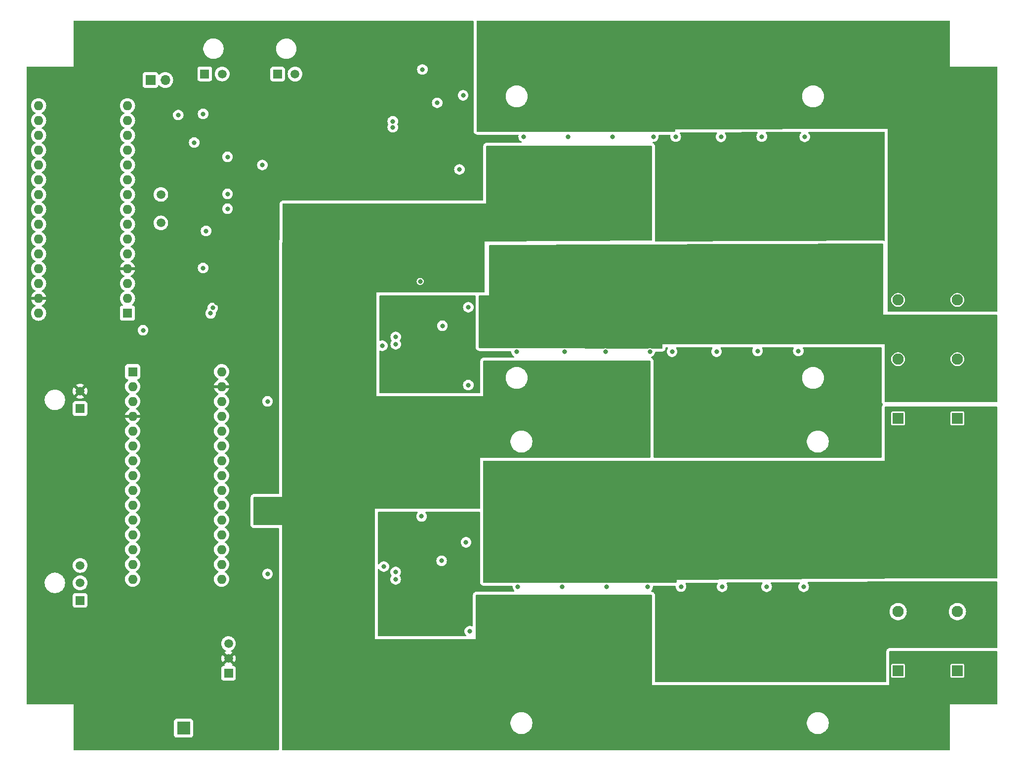
<source format=gbr>
%TF.GenerationSoftware,KiCad,Pcbnew,8.0.6*%
%TF.CreationDate,2025-02-10T16:04:45-08:00*%
%TF.ProjectId,Urban MC,55726261-6e20-44d4-932e-6b696361645f,rev?*%
%TF.SameCoordinates,Original*%
%TF.FileFunction,Copper,L2,Inr*%
%TF.FilePolarity,Positive*%
%FSLAX46Y46*%
G04 Gerber Fmt 4.6, Leading zero omitted, Abs format (unit mm)*
G04 Created by KiCad (PCBNEW 8.0.6) date 2025-02-10 16:04:45*
%MOMM*%
%LPD*%
G01*
G04 APERTURE LIST*
%TA.AperFunction,ComponentPad*%
%ADD10R,1.600000X1.600000*%
%TD*%
%TA.AperFunction,ComponentPad*%
%ADD11O,1.600000X1.600000*%
%TD*%
%TA.AperFunction,ComponentPad*%
%ADD12R,1.520000X1.520000*%
%TD*%
%TA.AperFunction,ComponentPad*%
%ADD13C,1.520000*%
%TD*%
%TA.AperFunction,ComponentPad*%
%ADD14C,1.500000*%
%TD*%
%TA.AperFunction,ComponentPad*%
%ADD15R,1.950000X1.950000*%
%TD*%
%TA.AperFunction,ComponentPad*%
%ADD16C,1.950000*%
%TD*%
%TA.AperFunction,ComponentPad*%
%ADD17R,1.700000X1.700000*%
%TD*%
%TA.AperFunction,ComponentPad*%
%ADD18O,1.700000X1.700000*%
%TD*%
%TA.AperFunction,ComponentPad*%
%ADD19R,2.250000X2.250000*%
%TD*%
%TA.AperFunction,ComponentPad*%
%ADD20C,2.250000*%
%TD*%
%TA.AperFunction,ComponentPad*%
%ADD21R,1.508000X1.508000*%
%TD*%
%TA.AperFunction,ComponentPad*%
%ADD22C,1.508000*%
%TD*%
%TA.AperFunction,ViaPad*%
%ADD23C,0.800000*%
%TD*%
G04 APERTURE END LIST*
D10*
%TO.N,unconnected-(A2-D1{slash}TX-Pad1)*%
%TO.C,A2-CAN*%
X109982000Y-78740000D03*
D11*
%TO.N,unconnected-(A2-D0{slash}RX-Pad2)*%
X109982000Y-76200000D03*
%TO.N,unconnected-(A2-~{RESET}-Pad3)*%
X109982000Y-73660000D03*
%TO.N,GND*%
X109982000Y-71120000D03*
%TO.N,unconnected-(A2-D2-Pad5)*%
X109982000Y-68580000D03*
%TO.N,unconnected-(A2-D3-Pad6)*%
X109982000Y-66040000D03*
%TO.N,unconnected-(A2-D4-Pad7)*%
X109982000Y-63500000D03*
%TO.N,unconnected-(A2-D5-Pad8)*%
X109982000Y-60960000D03*
%TO.N,unconnected-(A2-D6-Pad9)*%
X109982000Y-58420000D03*
%TO.N,unconnected-(A2-D7-Pad10)*%
X109982000Y-55880000D03*
%TO.N,unconnected-(A2-D8-Pad11)*%
X109982000Y-53340000D03*
%TO.N,unconnected-(A2-D9-Pad12)*%
X109982000Y-50800000D03*
%TO.N,CS*%
X109982000Y-48260000D03*
%TO.N,SI*%
X109982000Y-45720000D03*
%TO.N,SO*%
X109982000Y-43180000D03*
%TO.N,SCK*%
X94742000Y-43180000D03*
%TO.N,unconnected-(A2-3V3-Pad17)*%
X94742000Y-45720000D03*
%TO.N,unconnected-(A2-AREF-Pad18)*%
X94742000Y-48260000D03*
%TO.N,unconnected-(A2-A0-Pad19)*%
X94742000Y-50800000D03*
%TO.N,unconnected-(A2-A1-Pad20)*%
X94742000Y-53340000D03*
%TO.N,unconnected-(A2-A2-Pad21)*%
X94742000Y-55880000D03*
%TO.N,unconnected-(A2-A3-Pad22)*%
X94742000Y-58420000D03*
%TO.N,/A4*%
X94742000Y-60960000D03*
%TO.N,/A5*%
X94742000Y-63500000D03*
%TO.N,unconnected-(A2-A6-Pad25)*%
X94742000Y-66040000D03*
%TO.N,unconnected-(A2-A7-Pad26)*%
X94742000Y-68580000D03*
%TO.N,+5V*%
X94742000Y-71120000D03*
%TO.N,unconnected-(A2-~{RESET}-Pad28)*%
X94742000Y-73660000D03*
%TO.N,GND*%
X94742000Y-76200000D03*
%TO.N,+12V*%
X94742000Y-78740000D03*
%TD*%
D10*
%TO.N,unconnected-(A1-D1{slash}TX-Pad1)*%
%TO.C,A1-Motor Control*%
X110871000Y-88773000D03*
D11*
%TO.N,unconnected-(A1-D0{slash}RX-Pad2)*%
X110871000Y-91313000D03*
%TO.N,unconnected-(A1-~{RESET}-Pad3)*%
X110871000Y-93853000D03*
%TO.N,GND*%
X110871000Y-96393000D03*
%TO.N,unconnected-(A1-D2-Pad5)*%
X110871000Y-98933000D03*
%TO.N,Net-(A1-D3)*%
X110871000Y-101473000D03*
%TO.N,unconnected-(A1-D4-Pad7)*%
X110871000Y-104013000D03*
%TO.N,Net-(A1-D5)*%
X110871000Y-106553000D03*
%TO.N,Net-(A1-D6)*%
X110871000Y-109093000D03*
%TO.N,Net-(A1-D7)*%
X110871000Y-111633000D03*
%TO.N,unconnected-(A1-D8-Pad11)*%
X110871000Y-114173000D03*
%TO.N,Net-(A1-D9)*%
X110871000Y-116713000D03*
%TO.N,Net-(A1-D10)*%
X110871000Y-119253000D03*
%TO.N,Net-(A1-D11)*%
X110871000Y-121793000D03*
%TO.N,unconnected-(A1-D12-Pad15)*%
X110871000Y-124333000D03*
%TO.N,unconnected-(A1-D13-Pad16)*%
X126111000Y-124333000D03*
%TO.N,unconnected-(A1-3V3-Pad17)*%
X126111000Y-121793000D03*
%TO.N,unconnected-(A1-AREF-Pad18)*%
X126111000Y-119253000D03*
%TO.N,unconnected-(A1-A0-Pad19)*%
X126111000Y-116713000D03*
%TO.N,/HALL C*%
X126111000Y-114173000D03*
%TO.N,/HALL B*%
X126111000Y-111633000D03*
%TO.N,/HALL A*%
X126111000Y-109093000D03*
%TO.N,/THROTTLE*%
X126111000Y-106553000D03*
%TO.N,unconnected-(A1-A5-Pad24)*%
X126111000Y-104013000D03*
%TO.N,unconnected-(A1-A6-Pad25)*%
X126111000Y-101473000D03*
%TO.N,unconnected-(A1-A7-Pad26)*%
X126111000Y-98933000D03*
%TO.N,unconnected-(A1-+5V-Pad27)*%
X126111000Y-96393000D03*
%TO.N,unconnected-(A1-~{RESET}-Pad28)*%
X126111000Y-93853000D03*
%TO.N,GND*%
X126111000Y-91313000D03*
%TO.N,+12V*%
X126111000Y-88773000D03*
%TD*%
D12*
%TO.N,/HALL C*%
%TO.C,HallConnectors1*%
X101855999Y-127967999D03*
D13*
%TO.N,/HALL B*%
X101855999Y-124968000D03*
%TO.N,/HALL A*%
X101855999Y-121968001D03*
%TD*%
D14*
%TO.N,C+*%
%TO.C,Y1*%
X115697000Y-58383000D03*
%TO.N,C-*%
X115697000Y-63263000D03*
%TD*%
D15*
%TO.N,N/C*%
%TO.C,J4*%
X242062000Y-140047500D03*
D16*
X242062000Y-129887500D03*
D15*
X252222000Y-140047500D03*
D16*
X252222000Y-129887500D03*
%TD*%
D17*
%TO.N,Net-(R1-Pad2)*%
%TO.C,SW1*%
X113916577Y-38750639D03*
D18*
%TO.N,Net-(J1-Pin_1)*%
X116456577Y-38750639D03*
%TD*%
D12*
%TO.N,Net-(J1-Pin_1)*%
%TO.C,J1*%
X123216425Y-37725788D03*
D13*
%TO.N,/CAN LOW*%
X126216424Y-37725788D03*
%TD*%
D15*
%TO.N,N/C*%
%TO.C,J3*%
X242062000Y-96774000D03*
D16*
X242062000Y-86614000D03*
X242062000Y-76454000D03*
D15*
X252222000Y-96774000D03*
D16*
X252222000Y-86614000D03*
X252222000Y-76454000D03*
%TD*%
D12*
%TO.N,/CAN HIGH*%
%TO.C,J2*%
X135709506Y-37739236D03*
D13*
%TO.N,/CAN LOW*%
X138709505Y-37739236D03*
%TD*%
D12*
%TO.N,+5V*%
%TO.C,HallPowerInput1*%
X101855999Y-95099000D03*
D13*
%TO.N,GND*%
X101855999Y-92099001D03*
%TD*%
D19*
%TO.N,Net-(U4-VIN)*%
%TO.C,D4*%
X119590000Y-149860000D03*
D20*
%TO.N,+48V*%
X139490000Y-149860000D03*
%TD*%
D21*
%TO.N,Net-(U4-VIN)*%
%TO.C,U4*%
X127290000Y-140458000D03*
D22*
%TO.N,GND*%
X127290000Y-137918000D03*
%TO.N,+12V*%
X127290000Y-135378000D03*
%TD*%
D23*
%TO.N,GND*%
X229616000Y-64897000D03*
X202946000Y-64897000D03*
X222631000Y-90805000D03*
X215138000Y-129032000D03*
X249174000Y-134620000D03*
X155956000Y-85842000D03*
X236220000Y-60579000D03*
X256286000Y-134620000D03*
X215646000Y-60579000D03*
X249174000Y-126238000D03*
X215265000Y-95123000D03*
X132588000Y-65532000D03*
X256286000Y-126238000D03*
X155458000Y-48133000D03*
X208661000Y-90805000D03*
X202151524Y-52029466D03*
X156464000Y-126238000D03*
X230251000Y-90805000D03*
X236220000Y-55753000D03*
X230251000Y-95123000D03*
X215646000Y-55753000D03*
X202819000Y-90805000D03*
X229583524Y-52029466D03*
X209042000Y-136652000D03*
X235966000Y-129032000D03*
X209296000Y-64897000D03*
X221742000Y-140716000D03*
X113615685Y-64279763D03*
X236220000Y-64897000D03*
X208661000Y-95123000D03*
X202819000Y-99187000D03*
X237617000Y-95123000D03*
X209042000Y-140716000D03*
X222471524Y-52029466D03*
X235966000Y-140716000D03*
X230251000Y-99187000D03*
X201930000Y-129032000D03*
X215613524Y-52029466D03*
X105862500Y-106299000D03*
X130048000Y-104648000D03*
X229108000Y-136652000D03*
X235966000Y-136652000D03*
X222504000Y-64897000D03*
X209296000Y-55753000D03*
X215265000Y-90805000D03*
X215265000Y-99187000D03*
X202692000Y-140716000D03*
X202819000Y-95123000D03*
X202946000Y-60579000D03*
X208661000Y-99187000D03*
X229108000Y-132842000D03*
X221742000Y-132842000D03*
X221742000Y-129032000D03*
X215138000Y-140716000D03*
X209042000Y-129032000D03*
X113558238Y-57644743D03*
X215646000Y-64897000D03*
X117602000Y-64222317D03*
X202692000Y-136652000D03*
X242062000Y-126238000D03*
X209296000Y-60579000D03*
X202692000Y-132842000D03*
X222631000Y-99187000D03*
X135128000Y-139446000D03*
X236187524Y-52705000D03*
X229616000Y-60579000D03*
X202946000Y-55753000D03*
X125222000Y-76962000D03*
X237617000Y-99187000D03*
X222631000Y-95123000D03*
X229108000Y-140716000D03*
X221742000Y-136652000D03*
X235966000Y-132842000D03*
X222504000Y-60579000D03*
X209263524Y-52029466D03*
X117602000Y-57658000D03*
X256286000Y-130302000D03*
X229108000Y-129032000D03*
X209042000Y-132842000D03*
X222504000Y-55753000D03*
X124989500Y-65807500D03*
X215138000Y-136652000D03*
X237617000Y-90805000D03*
X249174000Y-130302000D03*
X215138000Y-132842000D03*
X242316000Y-134620000D03*
X229616000Y-55753000D03*
%TO.N,+5V*%
X122936000Y-70993000D03*
X112649000Y-81661000D03*
X123444000Y-64643000D03*
X133096000Y-53340000D03*
%TO.N,Net-(A1-D10)*%
X155937643Y-123088967D03*
%TO.N,Net-(A1-D9)*%
X155956000Y-84074000D03*
%TO.N,+12V*%
X133985000Y-123444000D03*
X153670000Y-84318000D03*
X133985000Y-93853000D03*
X153924000Y-122174000D03*
%TO.N,Net-(A1-D6)*%
X155956000Y-82804000D03*
%TO.N,Net-(A1-D11)*%
X155937643Y-124358967D03*
%TO.N,Net-(A1-D5)*%
X155448000Y-46863000D03*
%TO.N,Net-(A1-D3)*%
X155448000Y-45847000D03*
%TO.N,SCK*%
X127127000Y-51943000D03*
X122936000Y-44577000D03*
%TO.N,/A5*%
X124594328Y-77832310D03*
%TO.N,SO*%
X121412000Y-49493000D03*
X118681500Y-44767500D03*
%TO.N,/A4*%
X124229315Y-78763315D03*
%TO.N,Net-(G1-VB)*%
X163068000Y-42682000D03*
X160528000Y-36967000D03*
%TO.N,+48V*%
X166370000Y-104648000D03*
X197612000Y-148082000D03*
X151384000Y-113284000D03*
X159004000Y-100584000D03*
X197612000Y-143764000D03*
X140462000Y-137922000D03*
X178054000Y-146685000D03*
X197612000Y-152146000D03*
X164846000Y-139446000D03*
X137922000Y-130556000D03*
X137922000Y-69850000D03*
X178054000Y-135382000D03*
X171196000Y-152146000D03*
X144526000Y-121920000D03*
X151384000Y-65786000D03*
X171196000Y-143764000D03*
X223012000Y-148082000D03*
X151384000Y-87630000D03*
X248158000Y-148082000D03*
X235966000Y-143764000D03*
X188468000Y-94742000D03*
X188468000Y-90678000D03*
X197612000Y-139446000D03*
X151384000Y-121920000D03*
X144526000Y-130556000D03*
X137922000Y-146304000D03*
X163322000Y-69596000D03*
X188468000Y-98806000D03*
X178054000Y-130810000D03*
X151384000Y-83566000D03*
X137922000Y-126238000D03*
X137922000Y-65786000D03*
X149098000Y-69850000D03*
X235966000Y-152146000D03*
X184658000Y-152146000D03*
X144526000Y-117856000D03*
X196596000Y-60579000D03*
X151384000Y-148082000D03*
X164846000Y-143764000D03*
X229870000Y-147193000D03*
X178054000Y-139446000D03*
X178054000Y-143764000D03*
X137922000Y-74168000D03*
X195834000Y-98806000D03*
X144526000Y-96266000D03*
X137922000Y-141478000D03*
X137922000Y-108966000D03*
X189992000Y-60579000D03*
X144526000Y-65786000D03*
X151384000Y-78486000D03*
X184658000Y-139446000D03*
X166370000Y-100584000D03*
X151384000Y-100584000D03*
X137922000Y-100584000D03*
X144526000Y-104648000D03*
X171196000Y-148082000D03*
X197612000Y-135382000D03*
X164846000Y-148082000D03*
X254762000Y-138176000D03*
X180848000Y-90678000D03*
X210566000Y-143764000D03*
X248158000Y-143510000D03*
X151384000Y-126238000D03*
X176530000Y-60579000D03*
X195834000Y-90678000D03*
X137922000Y-96266000D03*
X163322000Y-60960000D03*
X144526000Y-148082000D03*
X137922000Y-121920000D03*
X223012000Y-152146000D03*
X151384000Y-108966000D03*
X216662000Y-143764000D03*
X137922000Y-61214000D03*
X144526000Y-69850000D03*
X210566000Y-152146000D03*
X170180000Y-69596000D03*
X235966000Y-148082000D03*
X137922000Y-78486000D03*
X191516000Y-130810000D03*
X180848000Y-94742000D03*
X183134000Y-60579000D03*
X144526000Y-91948000D03*
X163322000Y-74168000D03*
X191516000Y-139446000D03*
X166370000Y-108966000D03*
X191516000Y-152146000D03*
X157988000Y-143764000D03*
X196563524Y-52029466D03*
X248158000Y-152146000D03*
X164846000Y-152146000D03*
X210566000Y-148082000D03*
X137922000Y-117856000D03*
X151384000Y-139446000D03*
X191516000Y-143764000D03*
X203708000Y-148082000D03*
X151384000Y-74168000D03*
X170180000Y-74168000D03*
X171196000Y-139446000D03*
X254762000Y-143510000D03*
X137922000Y-91948000D03*
X144526000Y-74168000D03*
X151384000Y-130556000D03*
X197612000Y-130810000D03*
X137922000Y-113284000D03*
X163322000Y-65532000D03*
X140462000Y-134366000D03*
X144526000Y-126238000D03*
X183101524Y-52029466D03*
X184658000Y-143764000D03*
X184658000Y-130810000D03*
X171196000Y-130810000D03*
X164846000Y-135636000D03*
X171196000Y-135382000D03*
X144526000Y-108966000D03*
X191516000Y-148082000D03*
X195834000Y-94742000D03*
X137922000Y-87630000D03*
X189992000Y-64643000D03*
X144526000Y-152146000D03*
X159004000Y-104648000D03*
X248158000Y-138430000D03*
X196596000Y-64643000D03*
X189959524Y-52029466D03*
X144526000Y-83566000D03*
X191516000Y-135382000D03*
X151384000Y-91948000D03*
X178054000Y-152146000D03*
X151384000Y-117856000D03*
X151384000Y-61214000D03*
X183134000Y-64643000D03*
X203708000Y-143764000D03*
X157988000Y-135636000D03*
X144526000Y-78486000D03*
X184658000Y-148082000D03*
X180848000Y-98806000D03*
X170180000Y-65532000D03*
X176530000Y-56007000D03*
X189992000Y-56007000D03*
X242062000Y-143510000D03*
X173228000Y-98806000D03*
X176530000Y-64643000D03*
X196596000Y-56007000D03*
X144526000Y-100584000D03*
X138176000Y-152400000D03*
X183134000Y-56007000D03*
X242062000Y-148082000D03*
X144526000Y-113284000D03*
X229870000Y-152146000D03*
X156718000Y-69596000D03*
X157988000Y-152146000D03*
X137922000Y-104648000D03*
X137922000Y-81788000D03*
X151384000Y-143764000D03*
X176497524Y-52029466D03*
X173228000Y-94742000D03*
X157988000Y-139446000D03*
X156718000Y-65532000D03*
X216662000Y-148082000D03*
X151384000Y-152146000D03*
X170180000Y-60960000D03*
X184658000Y-135382000D03*
X216662000Y-152146000D03*
X173228000Y-90678000D03*
X144526000Y-61214000D03*
X229870000Y-143764000D03*
X203708000Y-152146000D03*
X151384000Y-104648000D03*
X157988000Y-148082000D03*
X144526000Y-143764000D03*
X223012000Y-143764000D03*
X144526000Y-87630000D03*
X151384000Y-135636000D03*
X144526000Y-135636000D03*
X144526000Y-139446000D03*
X242062000Y-152146000D03*
X156718000Y-60960000D03*
X159004000Y-108966000D03*
X151384000Y-96266000D03*
%TO.N,/PHASE 1 OUTPUT*%
X249174000Y-60960000D03*
X211803524Y-39075466D03*
X182085524Y-44663466D03*
X241808000Y-31750000D03*
X249174000Y-43688000D03*
X174719524Y-44663466D03*
X249174000Y-77470000D03*
X211803524Y-44663466D03*
X249174000Y-49276000D03*
X256286000Y-72136000D03*
X234188000Y-31750000D03*
X189705524Y-39075466D03*
X256286000Y-66548000D03*
X234188000Y-43434000D03*
X241808000Y-55118000D03*
X226789524Y-44663466D03*
X241808000Y-60960000D03*
X256286000Y-60960000D03*
X241808000Y-37846000D03*
X234155524Y-37846000D03*
X241808000Y-72136000D03*
X226789524Y-39075466D03*
X204437524Y-44663466D03*
X197104000Y-33274000D03*
X197071524Y-44663466D03*
X204437524Y-39075466D03*
X241808000Y-66548000D03*
X249174000Y-31750000D03*
X182085524Y-39075466D03*
X249174000Y-72136000D03*
X249174000Y-66548000D03*
X219423524Y-39075466D03*
X219423524Y-44663466D03*
X226822000Y-33274000D03*
X256286000Y-55118000D03*
X182118000Y-33274000D03*
X219456000Y-33274000D03*
X241808000Y-49276000D03*
X211836000Y-33274000D03*
X256286000Y-43688000D03*
X249174000Y-37846000D03*
X174752000Y-33274000D03*
X189738000Y-33274000D03*
X174719524Y-39075466D03*
X256286000Y-77470000D03*
X204470000Y-33274000D03*
X241808000Y-43688000D03*
X197071524Y-39075466D03*
X256286000Y-37846000D03*
X256286000Y-49276000D03*
X249174000Y-55118000D03*
X189705524Y-44663466D03*
%TO.N,Net-(G2-VB)*%
X163957000Y-80899000D03*
X160147000Y-73279000D03*
%TO.N,/PHASE 2 OUTPUT*%
X254254000Y-85090000D03*
X254254000Y-91186000D03*
X189103000Y-73914000D03*
X203962000Y-69596000D03*
X196596000Y-69723000D03*
X218948000Y-77597000D03*
X244094000Y-90932000D03*
X196596000Y-77597000D03*
X203962000Y-77597000D03*
X173990000Y-69850000D03*
X218948000Y-73660000D03*
X189103000Y-81407000D03*
X226568000Y-77597000D03*
X218948000Y-69596000D03*
X203962000Y-81524000D03*
X233680000Y-73660000D03*
X226568000Y-81524000D03*
X181610000Y-69850000D03*
X196596000Y-81524000D03*
X254254000Y-79756000D03*
X233680000Y-77597000D03*
X181610000Y-73914000D03*
X173990000Y-73914000D03*
X211582000Y-81524000D03*
X173990000Y-81524000D03*
X244094000Y-85090000D03*
X233680000Y-69596000D03*
X211582000Y-69596000D03*
X189103000Y-69850000D03*
X226568000Y-69596000D03*
X181610000Y-77724000D03*
X173990000Y-77724000D03*
X218948000Y-81524000D03*
X196596000Y-73787000D03*
X244094000Y-79756000D03*
X211582000Y-77597000D03*
X189103000Y-77724000D03*
X226568000Y-73660000D03*
X233680000Y-80518000D03*
X203962000Y-73660000D03*
X181610000Y-81524000D03*
X211582000Y-73660000D03*
%TO.N,Net-(G3-VB)*%
X160382643Y-113563967D03*
X163822643Y-121183967D03*
%TO.N,/PHASE 3 OUTPUT*%
X256032000Y-121412000D03*
X233426000Y-121412000D03*
X203454000Y-114554000D03*
X196342000Y-107696000D03*
X173990000Y-114554000D03*
X173990000Y-121412000D03*
X188976000Y-107696000D03*
X225806000Y-121412000D03*
X256032000Y-107696000D03*
X256032000Y-96520000D03*
X210820000Y-107696000D03*
X196342000Y-114554000D03*
X181356000Y-121412000D03*
X256032000Y-114554000D03*
X181356000Y-107696000D03*
X225806000Y-107696000D03*
X248666000Y-107696000D03*
X256032000Y-103124000D03*
X218440000Y-107696000D03*
X241046000Y-103124000D03*
X218440000Y-114554000D03*
X188976000Y-114554000D03*
X173990000Y-107696000D03*
X196342000Y-121412000D03*
X210820000Y-114554000D03*
X203454000Y-107696000D03*
X203454000Y-121412000D03*
X218440000Y-121412000D03*
X225806000Y-114554000D03*
X241046000Y-114554000D03*
X248666000Y-103124000D03*
X248666000Y-121412000D03*
X241046000Y-121412000D03*
X188976000Y-121412000D03*
X233426000Y-114554000D03*
X181356000Y-114554000D03*
X248666000Y-96520000D03*
X241046000Y-107696000D03*
X248666000Y-114554000D03*
X210820000Y-121412000D03*
X233426000Y-107696000D03*
%TO.N,Net-(Q1-GATE)*%
X177884524Y-48473466D03*
X167513000Y-41402000D03*
X193124524Y-48473466D03*
X185504524Y-48473466D03*
X200109524Y-48473466D03*
%TO.N,Net-(Q5-GATE)*%
X166878000Y-54102000D03*
X226060000Y-48514000D03*
X211709000Y-48514000D03*
X218694000Y-48473466D03*
X203941733Y-48493733D03*
%TO.N,Net-(Q10-GATE)*%
X199517000Y-85344000D03*
X168402000Y-77724000D03*
X191897000Y-85344000D03*
X184912000Y-85344000D03*
X176657000Y-85344000D03*
%TO.N,Net-(Q17-GATE)*%
X168002643Y-118008967D03*
X184512643Y-125628967D03*
X176892643Y-125628967D03*
X199117643Y-125628967D03*
X192132643Y-125628967D03*
%TO.N,Net-(Q13-GATE)*%
X168402000Y-91059000D03*
X224956484Y-85217324D03*
X217971484Y-85217324D03*
X210947000Y-85344000D03*
X203327000Y-85344000D03*
%TO.N,Net-(Q21-GATE)*%
X211905119Y-125628967D03*
X225875119Y-125628967D03*
X204851000Y-125603000D03*
X219525119Y-125628967D03*
X168637643Y-133248967D03*
%TO.N,Net-(U1-TXD)*%
X127127000Y-60833000D03*
X127127000Y-58293000D03*
%TD*%
%TA.AperFunction,Conductor*%
%TO.N,GND*%
G36*
X119126000Y-52324000D02*
G01*
X119126000Y-69088000D01*
X117522612Y-70821312D01*
X113712612Y-70821312D01*
X112268000Y-69088000D01*
X112268000Y-63262997D01*
X114441723Y-63262997D01*
X114441723Y-63263002D01*
X114460793Y-63480975D01*
X114460793Y-63480979D01*
X114517422Y-63692322D01*
X114517424Y-63692326D01*
X114517425Y-63692330D01*
X114563661Y-63791484D01*
X114609897Y-63890638D01*
X114609898Y-63890639D01*
X114735402Y-64069877D01*
X114890123Y-64224598D01*
X115069361Y-64350102D01*
X115267670Y-64442575D01*
X115479023Y-64499207D01*
X115661926Y-64515208D01*
X115696998Y-64518277D01*
X115697000Y-64518277D01*
X115697002Y-64518277D01*
X115725254Y-64515805D01*
X115914977Y-64499207D01*
X116126330Y-64442575D01*
X116324639Y-64350102D01*
X116503877Y-64224598D01*
X116658598Y-64069877D01*
X116784102Y-63890639D01*
X116876575Y-63692330D01*
X116933207Y-63480977D01*
X116952277Y-63263000D01*
X116933207Y-63045023D01*
X116876575Y-62833670D01*
X116784102Y-62635362D01*
X116784100Y-62635359D01*
X116784099Y-62635357D01*
X116658599Y-62456124D01*
X116658596Y-62456121D01*
X116503877Y-62301402D01*
X116324639Y-62175898D01*
X116324640Y-62175898D01*
X116324638Y-62175897D01*
X116225484Y-62129661D01*
X116126330Y-62083425D01*
X116126326Y-62083424D01*
X116126322Y-62083422D01*
X115914977Y-62026793D01*
X115697002Y-62007723D01*
X115696998Y-62007723D01*
X115551682Y-62020436D01*
X115479023Y-62026793D01*
X115479020Y-62026793D01*
X115267677Y-62083422D01*
X115267668Y-62083426D01*
X115069361Y-62175898D01*
X115069357Y-62175900D01*
X114890121Y-62301402D01*
X114735402Y-62456121D01*
X114609900Y-62635357D01*
X114609898Y-62635361D01*
X114517426Y-62833668D01*
X114517422Y-62833677D01*
X114460793Y-63045020D01*
X114460793Y-63045024D01*
X114441723Y-63262997D01*
X112268000Y-63262997D01*
X112268000Y-58382997D01*
X114441723Y-58382997D01*
X114441723Y-58383002D01*
X114460793Y-58600975D01*
X114460793Y-58600979D01*
X114517422Y-58812322D01*
X114517424Y-58812326D01*
X114517425Y-58812330D01*
X114563661Y-58911484D01*
X114609897Y-59010638D01*
X114609898Y-59010639D01*
X114735402Y-59189877D01*
X114890123Y-59344598D01*
X115069361Y-59470102D01*
X115267670Y-59562575D01*
X115479023Y-59619207D01*
X115661926Y-59635208D01*
X115696998Y-59638277D01*
X115697000Y-59638277D01*
X115697002Y-59638277D01*
X115725254Y-59635805D01*
X115914977Y-59619207D01*
X116126330Y-59562575D01*
X116324639Y-59470102D01*
X116503877Y-59344598D01*
X116658598Y-59189877D01*
X116784102Y-59010639D01*
X116876575Y-58812330D01*
X116933207Y-58600977D01*
X116952277Y-58383000D01*
X116933207Y-58165023D01*
X116876575Y-57953670D01*
X116784102Y-57755362D01*
X116784100Y-57755359D01*
X116784099Y-57755357D01*
X116658599Y-57576124D01*
X116658596Y-57576121D01*
X116503877Y-57421402D01*
X116324639Y-57295898D01*
X116324640Y-57295898D01*
X116324638Y-57295897D01*
X116225484Y-57249661D01*
X116126330Y-57203425D01*
X116126326Y-57203424D01*
X116126322Y-57203422D01*
X115914977Y-57146793D01*
X115697002Y-57127723D01*
X115696998Y-57127723D01*
X115551682Y-57140436D01*
X115479023Y-57146793D01*
X115479020Y-57146793D01*
X115267677Y-57203422D01*
X115267668Y-57203426D01*
X115069361Y-57295898D01*
X115069357Y-57295900D01*
X114890121Y-57421402D01*
X114735402Y-57576121D01*
X114609900Y-57755357D01*
X114609898Y-57755361D01*
X114517426Y-57953668D01*
X114517422Y-57953677D01*
X114460793Y-58165020D01*
X114460793Y-58165024D01*
X114441723Y-58382997D01*
X112268000Y-58382997D01*
X112268000Y-52324000D01*
X113628976Y-50800000D01*
X117692976Y-50800000D01*
X119126000Y-52324000D01*
G37*
%TD.AperFunction*%
%TD*%
%TA.AperFunction,Conductor*%
%TO.N,/PHASE 3 OUTPUT*%
G36*
X259015271Y-94761685D02*
G01*
X259061026Y-94814489D01*
X259072231Y-94865980D01*
X259073544Y-104069961D01*
X259076397Y-124081982D01*
X259056722Y-124149025D01*
X259003925Y-124194787D01*
X258952397Y-124206000D01*
X246888000Y-124206000D01*
X204089000Y-124460000D01*
X204089000Y-124844000D01*
X204069315Y-124911039D01*
X204016511Y-124956794D01*
X203965000Y-124968000D01*
X171066000Y-124968000D01*
X170998961Y-124948315D01*
X170953206Y-124895511D01*
X170942000Y-124844000D01*
X170942000Y-104137000D01*
X170961685Y-104069961D01*
X171014489Y-104024206D01*
X171066000Y-104013000D01*
X239776000Y-104013000D01*
X239776000Y-95779247D01*
X240886500Y-95779247D01*
X240886500Y-97768752D01*
X240898131Y-97827229D01*
X240898132Y-97827230D01*
X240942447Y-97893552D01*
X241008769Y-97937867D01*
X241008770Y-97937868D01*
X241067247Y-97949499D01*
X241067250Y-97949500D01*
X241067252Y-97949500D01*
X243056750Y-97949500D01*
X243056751Y-97949499D01*
X243071568Y-97946552D01*
X243115229Y-97937868D01*
X243115229Y-97937867D01*
X243115231Y-97937867D01*
X243181552Y-97893552D01*
X243225867Y-97827231D01*
X243225867Y-97827229D01*
X243225868Y-97827229D01*
X243237499Y-97768752D01*
X243237500Y-97768750D01*
X243237500Y-95779249D01*
X243237499Y-95779247D01*
X251046500Y-95779247D01*
X251046500Y-97768752D01*
X251058131Y-97827229D01*
X251058132Y-97827230D01*
X251102447Y-97893552D01*
X251168769Y-97937867D01*
X251168770Y-97937868D01*
X251227247Y-97949499D01*
X251227250Y-97949500D01*
X251227252Y-97949500D01*
X253216750Y-97949500D01*
X253216751Y-97949499D01*
X253231568Y-97946552D01*
X253275229Y-97937868D01*
X253275229Y-97937867D01*
X253275231Y-97937867D01*
X253341552Y-97893552D01*
X253385867Y-97827231D01*
X253385867Y-97827229D01*
X253385868Y-97827229D01*
X253397499Y-97768752D01*
X253397500Y-97768750D01*
X253397500Y-95779249D01*
X253397499Y-95779247D01*
X253385868Y-95720770D01*
X253385867Y-95720769D01*
X253341552Y-95654447D01*
X253275230Y-95610132D01*
X253275229Y-95610131D01*
X253216752Y-95598500D01*
X253216748Y-95598500D01*
X251227252Y-95598500D01*
X251227247Y-95598500D01*
X251168770Y-95610131D01*
X251168769Y-95610132D01*
X251102447Y-95654447D01*
X251058132Y-95720769D01*
X251058131Y-95720770D01*
X251046500Y-95779247D01*
X243237499Y-95779247D01*
X243225868Y-95720770D01*
X243225867Y-95720769D01*
X243181552Y-95654447D01*
X243115230Y-95610132D01*
X243115229Y-95610131D01*
X243056752Y-95598500D01*
X243056748Y-95598500D01*
X241067252Y-95598500D01*
X241067247Y-95598500D01*
X241008770Y-95610131D01*
X241008769Y-95610132D01*
X240942447Y-95654447D01*
X240898132Y-95720769D01*
X240898131Y-95720770D01*
X240886500Y-95779247D01*
X239776000Y-95779247D01*
X239776000Y-94866000D01*
X239795685Y-94798961D01*
X239848489Y-94753206D01*
X239900000Y-94742000D01*
X258948232Y-94742000D01*
X259015271Y-94761685D01*
G37*
%TD.AperFunction*%
%TD*%
%TA.AperFunction,Conductor*%
%TO.N,GND*%
G36*
X169236539Y-28594685D02*
G01*
X169282294Y-28647489D01*
X169293500Y-28699000D01*
X169293500Y-41484200D01*
X169293500Y-47501000D01*
X169293501Y-47501009D01*
X169305052Y-47608450D01*
X169305054Y-47608462D01*
X169316260Y-47659972D01*
X169350383Y-47762497D01*
X169350386Y-47762503D01*
X169428171Y-47883537D01*
X169428179Y-47883548D01*
X169473923Y-47936340D01*
X169473926Y-47936343D01*
X169473930Y-47936347D01*
X169582664Y-48030567D01*
X169582667Y-48030568D01*
X169582668Y-48030569D01*
X169588676Y-48033313D01*
X169713541Y-48090338D01*
X169780580Y-48110023D01*
X169780584Y-48110024D01*
X169923000Y-48130500D01*
X176878608Y-48130500D01*
X176945647Y-48150185D01*
X176991402Y-48202989D01*
X177001346Y-48272147D01*
X176999898Y-48280282D01*
X176998850Y-48285207D01*
X176998850Y-48285210D01*
X176979064Y-48473466D01*
X176998850Y-48661722D01*
X176998851Y-48661725D01*
X177057342Y-48841743D01*
X177057345Y-48841750D01*
X177151991Y-49005682D01*
X177278653Y-49146354D01*
X177431789Y-49257614D01*
X177431794Y-49257617D01*
X177516252Y-49295221D01*
X177569489Y-49340471D01*
X177589810Y-49407321D01*
X177570764Y-49474544D01*
X177518398Y-49520799D01*
X177465816Y-49532500D01*
X171574000Y-49532500D01*
X171573991Y-49532500D01*
X171573990Y-49532501D01*
X171466549Y-49544052D01*
X171466537Y-49544054D01*
X171415027Y-49555260D01*
X171312502Y-49589383D01*
X171312496Y-49589386D01*
X171191462Y-49667171D01*
X171191451Y-49667179D01*
X171138659Y-49712923D01*
X171044433Y-49821664D01*
X171044430Y-49821668D01*
X170984664Y-49952534D01*
X170964976Y-50019582D01*
X170959949Y-50054549D01*
X170944502Y-50161990D01*
X170944500Y-50162001D01*
X170944500Y-59314500D01*
X170924815Y-59381539D01*
X170872011Y-59427294D01*
X170820500Y-59438500D01*
X136648871Y-59438500D01*
X136541683Y-59449995D01*
X136490272Y-59461151D01*
X136387956Y-59495118D01*
X136266837Y-59572781D01*
X136266836Y-59572782D01*
X136213981Y-59618486D01*
X136119655Y-59727119D01*
X136119653Y-59727122D01*
X136059748Y-59857939D01*
X136039998Y-59924945D01*
X136039995Y-59924956D01*
X136039993Y-59924966D01*
X136019373Y-60067355D01*
X136006786Y-72390984D01*
X136005879Y-73278482D01*
X136005878Y-73278998D01*
X135981813Y-96839317D01*
X135977958Y-100613802D01*
X135977924Y-100647450D01*
X135977924Y-100647452D01*
X135968776Y-109601993D01*
X135949023Y-109669012D01*
X135896172Y-109714713D01*
X135844910Y-109725866D01*
X131780851Y-109730272D01*
X131695314Y-109730365D01*
X131588130Y-109741978D01*
X131588129Y-109741978D01*
X131536756Y-109753184D01*
X131434495Y-109787252D01*
X131313462Y-109865036D01*
X131313451Y-109865044D01*
X131260659Y-109910788D01*
X131166433Y-110019529D01*
X131166430Y-110019533D01*
X131106664Y-110150399D01*
X131086976Y-110217447D01*
X131073325Y-110312393D01*
X131066500Y-110359865D01*
X131066500Y-114938000D01*
X131066501Y-114938009D01*
X131078052Y-115045450D01*
X131078054Y-115045462D01*
X131089260Y-115096972D01*
X131123383Y-115199497D01*
X131123386Y-115199503D01*
X131201171Y-115320537D01*
X131201179Y-115320548D01*
X131246923Y-115373340D01*
X131246926Y-115373343D01*
X131246930Y-115373347D01*
X131355664Y-115467567D01*
X131486541Y-115527338D01*
X131553580Y-115547023D01*
X131553584Y-115547024D01*
X131696000Y-115567500D01*
X135843113Y-115567500D01*
X135910152Y-115587185D01*
X135955907Y-115639989D01*
X135967113Y-115691622D01*
X135944163Y-139061853D01*
X135937561Y-145784291D01*
X135934527Y-148873821D01*
X135934494Y-148907452D01*
X135929939Y-153545382D01*
X135929939Y-153545388D01*
X135929939Y-153546122D01*
X135910189Y-153613142D01*
X135857340Y-153658845D01*
X135805939Y-153670000D01*
X100835000Y-153670000D01*
X100767961Y-153650315D01*
X100722206Y-153597511D01*
X100711000Y-153546000D01*
X100711000Y-148687135D01*
X117964500Y-148687135D01*
X117964500Y-151032870D01*
X117964501Y-151032876D01*
X117970908Y-151092483D01*
X118021202Y-151227328D01*
X118021206Y-151227335D01*
X118107452Y-151342544D01*
X118107455Y-151342547D01*
X118222664Y-151428793D01*
X118222671Y-151428797D01*
X118357517Y-151479091D01*
X118357516Y-151479091D01*
X118364444Y-151479835D01*
X118417127Y-151485500D01*
X120762872Y-151485499D01*
X120822483Y-151479091D01*
X120957331Y-151428796D01*
X121072546Y-151342546D01*
X121158796Y-151227331D01*
X121209091Y-151092483D01*
X121215500Y-151032873D01*
X121215499Y-148687128D01*
X121209091Y-148627517D01*
X121158796Y-148492669D01*
X121158795Y-148492668D01*
X121158793Y-148492664D01*
X121072547Y-148377455D01*
X121072544Y-148377452D01*
X120957335Y-148291206D01*
X120957328Y-148291202D01*
X120822482Y-148240908D01*
X120822483Y-148240908D01*
X120762883Y-148234501D01*
X120762881Y-148234500D01*
X120762873Y-148234500D01*
X120762864Y-148234500D01*
X118417129Y-148234500D01*
X118417123Y-148234501D01*
X118357516Y-148240908D01*
X118222671Y-148291202D01*
X118222664Y-148291206D01*
X118107455Y-148377452D01*
X118107452Y-148377455D01*
X118021206Y-148492664D01*
X118021202Y-148492671D01*
X117970908Y-148627517D01*
X117964501Y-148687116D01*
X117964501Y-148687123D01*
X117964500Y-148687135D01*
X100711000Y-148687135D01*
X100711000Y-145796000D01*
X92834000Y-145796000D01*
X92766961Y-145776315D01*
X92721206Y-145723511D01*
X92710000Y-145672000D01*
X92710000Y-135377997D01*
X126030708Y-135377997D01*
X126030708Y-135378000D01*
X126049839Y-135596674D01*
X126106653Y-135808703D01*
X126106654Y-135808706D01*
X126106655Y-135808708D01*
X126199419Y-136007642D01*
X126199423Y-136007650D01*
X126325322Y-136187452D01*
X126325327Y-136187458D01*
X126480541Y-136342672D01*
X126480547Y-136342677D01*
X126660349Y-136468576D01*
X126660351Y-136468577D01*
X126660354Y-136468579D01*
X126758824Y-136514496D01*
X126804710Y-136535893D01*
X126857150Y-136582065D01*
X126876302Y-136649258D01*
X126856086Y-136716140D01*
X126804712Y-136760657D01*
X126660603Y-136827857D01*
X126597556Y-136872003D01*
X126597555Y-136872003D01*
X127160590Y-137435037D01*
X127097007Y-137452075D01*
X126982993Y-137517901D01*
X126889901Y-137610993D01*
X126824075Y-137725007D01*
X126807037Y-137788589D01*
X126244003Y-137225555D01*
X126244003Y-137225556D01*
X126199856Y-137288604D01*
X126199855Y-137288606D01*
X126107124Y-137487466D01*
X126107121Y-137487475D01*
X126050335Y-137699407D01*
X126050333Y-137699417D01*
X126031210Y-137917999D01*
X126031210Y-137918000D01*
X126050333Y-138136582D01*
X126050335Y-138136592D01*
X126107121Y-138348524D01*
X126107125Y-138348533D01*
X126199854Y-138547392D01*
X126244003Y-138610443D01*
X126807037Y-138047409D01*
X126824075Y-138110993D01*
X126889901Y-138225007D01*
X126982993Y-138318099D01*
X127097007Y-138383925D01*
X127160590Y-138400962D01*
X126597556Y-138963995D01*
X126617449Y-138977925D01*
X126661074Y-139032502D01*
X126668268Y-139102000D01*
X126636745Y-139164355D01*
X126576515Y-139199769D01*
X126546328Y-139203500D01*
X126488130Y-139203500D01*
X126488123Y-139203501D01*
X126428516Y-139209908D01*
X126293671Y-139260202D01*
X126293664Y-139260206D01*
X126178455Y-139346452D01*
X126178452Y-139346455D01*
X126092206Y-139461664D01*
X126092202Y-139461671D01*
X126041908Y-139596517D01*
X126035501Y-139656116D01*
X126035501Y-139656123D01*
X126035500Y-139656135D01*
X126035500Y-141259870D01*
X126035501Y-141259876D01*
X126041908Y-141319483D01*
X126092202Y-141454328D01*
X126092206Y-141454335D01*
X126178452Y-141569544D01*
X126178455Y-141569547D01*
X126293664Y-141655793D01*
X126293671Y-141655797D01*
X126428517Y-141706091D01*
X126428516Y-141706091D01*
X126435444Y-141706835D01*
X126488127Y-141712500D01*
X128091872Y-141712499D01*
X128151483Y-141706091D01*
X128286331Y-141655796D01*
X128401546Y-141569546D01*
X128487796Y-141454331D01*
X128538091Y-141319483D01*
X128544500Y-141259873D01*
X128544499Y-139656128D01*
X128538091Y-139596517D01*
X128487796Y-139461669D01*
X128487795Y-139461668D01*
X128487793Y-139461664D01*
X128401547Y-139346455D01*
X128401544Y-139346452D01*
X128286335Y-139260206D01*
X128286328Y-139260202D01*
X128151482Y-139209908D01*
X128151483Y-139209908D01*
X128091883Y-139203501D01*
X128091881Y-139203500D01*
X128091873Y-139203500D01*
X128091865Y-139203500D01*
X128033673Y-139203500D01*
X127966634Y-139183815D01*
X127920879Y-139131011D01*
X127910935Y-139061853D01*
X127939960Y-138998297D01*
X127962549Y-138977926D01*
X127982443Y-138963995D01*
X127419410Y-138400962D01*
X127482993Y-138383925D01*
X127597007Y-138318099D01*
X127690099Y-138225007D01*
X127755925Y-138110993D01*
X127772962Y-138047409D01*
X128335995Y-138610442D01*
X128380145Y-138547392D01*
X128472874Y-138348533D01*
X128472878Y-138348524D01*
X128529664Y-138136592D01*
X128529666Y-138136582D01*
X128548790Y-137918000D01*
X128548790Y-137917999D01*
X128529666Y-137699417D01*
X128529664Y-137699407D01*
X128472878Y-137487475D01*
X128472874Y-137487466D01*
X128380144Y-137288605D01*
X128380142Y-137288601D01*
X128335996Y-137225555D01*
X127772962Y-137788589D01*
X127755925Y-137725007D01*
X127690099Y-137610993D01*
X127597007Y-137517901D01*
X127482993Y-137452075D01*
X127419409Y-137435037D01*
X127982443Y-136872003D01*
X127919392Y-136827854D01*
X127775288Y-136760657D01*
X127722849Y-136714484D01*
X127703697Y-136647291D01*
X127723913Y-136580410D01*
X127775288Y-136535893D01*
X127919646Y-136468579D01*
X128099457Y-136342674D01*
X128254674Y-136187457D01*
X128380579Y-136007646D01*
X128473347Y-135808703D01*
X128530161Y-135596674D01*
X128549292Y-135378000D01*
X128530161Y-135159326D01*
X128473347Y-134947297D01*
X128380579Y-134748354D01*
X128380577Y-134748351D01*
X128380576Y-134748349D01*
X128254677Y-134568547D01*
X128254672Y-134568541D01*
X128099458Y-134413327D01*
X128099452Y-134413322D01*
X127919650Y-134287423D01*
X127919642Y-134287419D01*
X127720708Y-134194655D01*
X127720706Y-134194654D01*
X127720703Y-134194653D01*
X127569885Y-134154240D01*
X127508675Y-134137839D01*
X127508668Y-134137838D01*
X127290002Y-134118708D01*
X127289998Y-134118708D01*
X127071331Y-134137838D01*
X127071324Y-134137839D01*
X126948902Y-134170642D01*
X126859297Y-134194653D01*
X126859295Y-134194653D01*
X126859291Y-134194655D01*
X126660357Y-134287419D01*
X126660349Y-134287423D01*
X126480547Y-134413322D01*
X126480541Y-134413327D01*
X126325327Y-134568541D01*
X126325322Y-134568547D01*
X126199423Y-134748349D01*
X126199419Y-134748357D01*
X126106655Y-134947291D01*
X126049839Y-135159324D01*
X126049838Y-135159331D01*
X126030708Y-135377997D01*
X92710000Y-135377997D01*
X92710000Y-127160134D01*
X100595499Y-127160134D01*
X100595499Y-128775869D01*
X100595500Y-128775875D01*
X100601907Y-128835482D01*
X100652201Y-128970327D01*
X100652205Y-128970334D01*
X100738451Y-129085543D01*
X100738454Y-129085546D01*
X100853663Y-129171792D01*
X100853670Y-129171796D01*
X100988516Y-129222090D01*
X100988515Y-129222090D01*
X100995443Y-129222834D01*
X101048126Y-129228499D01*
X102663871Y-129228498D01*
X102723482Y-129222090D01*
X102858330Y-129171795D01*
X102973545Y-129085545D01*
X103059795Y-128970330D01*
X103110090Y-128835482D01*
X103116499Y-128775872D01*
X103116498Y-127160127D01*
X103110090Y-127100516D01*
X103078772Y-127016549D01*
X103059796Y-126965670D01*
X103059792Y-126965663D01*
X102973546Y-126850454D01*
X102973543Y-126850451D01*
X102858334Y-126764205D01*
X102858327Y-126764201D01*
X102723481Y-126713907D01*
X102723482Y-126713907D01*
X102663882Y-126707500D01*
X102663880Y-126707499D01*
X102663872Y-126707499D01*
X102663863Y-126707499D01*
X101048128Y-126707499D01*
X101048122Y-126707500D01*
X100988515Y-126713907D01*
X100853670Y-126764201D01*
X100853663Y-126764205D01*
X100738454Y-126850451D01*
X100738451Y-126850454D01*
X100652205Y-126965663D01*
X100652201Y-126965670D01*
X100601907Y-127100516D01*
X100595500Y-127160115D01*
X100595500Y-127160122D01*
X100595499Y-127160134D01*
X92710000Y-127160134D01*
X92710000Y-124853258D01*
X95785500Y-124853258D01*
X95785500Y-125082741D01*
X95799321Y-125187714D01*
X95815452Y-125310238D01*
X95863808Y-125490707D01*
X95874842Y-125531887D01*
X95962650Y-125743876D01*
X95962657Y-125743890D01*
X96077392Y-125942617D01*
X96217081Y-126124661D01*
X96217089Y-126124670D01*
X96379330Y-126286911D01*
X96379338Y-126286918D01*
X96379339Y-126286919D01*
X96398804Y-126301855D01*
X96561382Y-126426607D01*
X96561385Y-126426608D01*
X96561388Y-126426611D01*
X96760112Y-126541344D01*
X96760117Y-126541346D01*
X96760123Y-126541349D01*
X96851480Y-126579190D01*
X96972113Y-126629158D01*
X97193762Y-126688548D01*
X97421266Y-126718500D01*
X97421273Y-126718500D01*
X97650727Y-126718500D01*
X97650734Y-126718500D01*
X97878238Y-126688548D01*
X98099887Y-126629158D01*
X98311888Y-126541344D01*
X98510612Y-126426611D01*
X98692661Y-126286919D01*
X98692665Y-126286914D01*
X98692670Y-126286911D01*
X98854911Y-126124670D01*
X98854914Y-126124665D01*
X98854919Y-126124661D01*
X98994611Y-125942612D01*
X99109344Y-125743888D01*
X99197158Y-125531887D01*
X99256548Y-125310238D01*
X99286500Y-125082734D01*
X99286500Y-124967998D01*
X100590684Y-124967998D01*
X100590684Y-124968001D01*
X100609906Y-125187714D01*
X100609908Y-125187724D01*
X100666989Y-125400755D01*
X100666994Y-125400769D01*
X100760202Y-125600654D01*
X100760206Y-125600662D01*
X100886711Y-125781330D01*
X101042668Y-125937287D01*
X101223336Y-126063792D01*
X101223338Y-126063793D01*
X101223341Y-126063795D01*
X101343602Y-126119873D01*
X101423229Y-126157004D01*
X101423231Y-126157004D01*
X101423236Y-126157007D01*
X101636279Y-126214092D01*
X101793221Y-126227822D01*
X101855997Y-126233315D01*
X101855999Y-126233315D01*
X101856001Y-126233315D01*
X101910929Y-126228509D01*
X102075719Y-126214092D01*
X102288762Y-126157007D01*
X102488657Y-126063795D01*
X102669328Y-125937288D01*
X102825287Y-125781329D01*
X102951794Y-125600658D01*
X103045006Y-125400763D01*
X103102091Y-125187720D01*
X103118867Y-124995975D01*
X103121314Y-124968001D01*
X103121314Y-124967998D01*
X103113339Y-124876848D01*
X103102091Y-124748280D01*
X103051557Y-124559686D01*
X103045008Y-124535244D01*
X103045007Y-124535243D01*
X103045006Y-124535237D01*
X102951794Y-124335343D01*
X102836518Y-124170711D01*
X102825285Y-124154668D01*
X102669329Y-123998712D01*
X102488661Y-123872207D01*
X102488653Y-123872203D01*
X102288768Y-123778995D01*
X102288754Y-123778990D01*
X102075723Y-123721909D01*
X102075721Y-123721908D01*
X102075719Y-123721908D01*
X102075717Y-123721907D01*
X102075713Y-123721907D01*
X101856001Y-123702685D01*
X101855997Y-123702685D01*
X101636284Y-123721907D01*
X101636274Y-123721909D01*
X101423243Y-123778990D01*
X101423234Y-123778994D01*
X101223343Y-123872204D01*
X101223341Y-123872205D01*
X101042667Y-123998713D01*
X100886712Y-124154668D01*
X100760204Y-124335342D01*
X100760203Y-124335344D01*
X100666993Y-124535235D01*
X100666989Y-124535244D01*
X100609908Y-124748275D01*
X100609906Y-124748285D01*
X100590684Y-124967998D01*
X99286500Y-124967998D01*
X99286500Y-124853266D01*
X99256548Y-124625762D01*
X99197158Y-124404113D01*
X99109344Y-124192112D01*
X98994611Y-123993388D01*
X98994608Y-123993385D01*
X98994607Y-123993382D01*
X98854918Y-123811338D01*
X98854911Y-123811330D01*
X98692670Y-123649089D01*
X98692661Y-123649081D01*
X98510617Y-123509392D01*
X98483716Y-123493861D01*
X98311888Y-123394656D01*
X98311876Y-123394650D01*
X98099887Y-123306842D01*
X97878238Y-123247452D01*
X97840215Y-123242446D01*
X97650741Y-123217500D01*
X97650734Y-123217500D01*
X97421266Y-123217500D01*
X97421258Y-123217500D01*
X97204715Y-123246009D01*
X97193762Y-123247452D01*
X97100076Y-123272554D01*
X96972112Y-123306842D01*
X96760123Y-123394650D01*
X96760109Y-123394657D01*
X96561382Y-123509392D01*
X96379338Y-123649081D01*
X96217081Y-123811338D01*
X96077392Y-123993382D01*
X95962657Y-124192109D01*
X95962650Y-124192123D01*
X95874842Y-124404112D01*
X95815453Y-124625759D01*
X95815451Y-124625770D01*
X95785500Y-124853258D01*
X92710000Y-124853258D01*
X92710000Y-121967999D01*
X100590684Y-121967999D01*
X100590684Y-121968002D01*
X100609906Y-122187715D01*
X100609908Y-122187725D01*
X100666989Y-122400756D01*
X100666994Y-122400770D01*
X100760202Y-122600655D01*
X100760206Y-122600663D01*
X100886711Y-122781331D01*
X101042668Y-122937288D01*
X101223336Y-123063793D01*
X101223338Y-123063794D01*
X101223341Y-123063796D01*
X101248902Y-123075715D01*
X101423229Y-123157005D01*
X101423231Y-123157005D01*
X101423236Y-123157008D01*
X101636279Y-123214093D01*
X101793221Y-123227823D01*
X101855997Y-123233316D01*
X101855999Y-123233316D01*
X101856001Y-123233316D01*
X101910929Y-123228510D01*
X102075719Y-123214093D01*
X102288762Y-123157008D01*
X102488657Y-123063796D01*
X102669328Y-122937289D01*
X102825287Y-122781330D01*
X102951794Y-122600659D01*
X103045006Y-122400764D01*
X103102091Y-122187721D01*
X103121314Y-121968001D01*
X103102091Y-121748281D01*
X103045006Y-121535238D01*
X102951794Y-121335344D01*
X102825287Y-121154672D01*
X102825285Y-121154669D01*
X102669329Y-120998713D01*
X102488661Y-120872208D01*
X102488653Y-120872204D01*
X102288768Y-120778996D01*
X102288754Y-120778991D01*
X102075723Y-120721910D01*
X102075721Y-120721909D01*
X102075719Y-120721909D01*
X102075717Y-120721908D01*
X102075713Y-120721908D01*
X101856001Y-120702686D01*
X101855997Y-120702686D01*
X101636284Y-120721908D01*
X101636274Y-120721910D01*
X101423243Y-120778991D01*
X101423234Y-120778995D01*
X101223343Y-120872205D01*
X101223341Y-120872206D01*
X101042667Y-120998714D01*
X100886712Y-121154669D01*
X100760204Y-121335343D01*
X100760203Y-121335345D01*
X100666993Y-121535236D01*
X100666989Y-121535245D01*
X100609908Y-121748276D01*
X100609906Y-121748286D01*
X100590684Y-121967999D01*
X92710000Y-121967999D01*
X92710000Y-93484258D01*
X95785500Y-93484258D01*
X95785500Y-93713741D01*
X95804230Y-93856000D01*
X95815452Y-93941238D01*
X95842252Y-94041259D01*
X95874842Y-94162887D01*
X95962650Y-94374876D01*
X95962657Y-94374890D01*
X96077392Y-94573617D01*
X96217081Y-94755661D01*
X96217089Y-94755670D01*
X96379330Y-94917911D01*
X96379338Y-94917918D01*
X96561382Y-95057607D01*
X96561385Y-95057608D01*
X96561388Y-95057611D01*
X96760112Y-95172344D01*
X96760117Y-95172346D01*
X96760123Y-95172349D01*
X96851480Y-95210190D01*
X96972113Y-95260158D01*
X97193762Y-95319548D01*
X97421266Y-95349500D01*
X97421273Y-95349500D01*
X97650727Y-95349500D01*
X97650734Y-95349500D01*
X97878238Y-95319548D01*
X98099887Y-95260158D01*
X98311888Y-95172344D01*
X98510612Y-95057611D01*
X98692661Y-94917919D01*
X98692665Y-94917914D01*
X98692670Y-94917911D01*
X98854911Y-94755670D01*
X98854914Y-94755665D01*
X98854919Y-94755661D01*
X98994611Y-94573612D01*
X99109344Y-94374888D01*
X99144036Y-94291135D01*
X100595499Y-94291135D01*
X100595499Y-95906870D01*
X100595500Y-95906876D01*
X100601907Y-95966483D01*
X100652201Y-96101328D01*
X100652205Y-96101335D01*
X100738451Y-96216544D01*
X100738454Y-96216547D01*
X100853663Y-96302793D01*
X100853670Y-96302797D01*
X100988516Y-96353091D01*
X100988515Y-96353091D01*
X100995443Y-96353835D01*
X101048126Y-96359500D01*
X102663871Y-96359499D01*
X102723482Y-96353091D01*
X102858330Y-96302796D01*
X102973545Y-96216546D01*
X103059795Y-96101331D01*
X103110090Y-95966483D01*
X103116499Y-95906873D01*
X103116498Y-94291128D01*
X103110090Y-94231517D01*
X103106273Y-94221284D01*
X103059796Y-94096671D01*
X103059792Y-94096664D01*
X102973546Y-93981455D01*
X102973543Y-93981452D01*
X102858334Y-93895206D01*
X102858327Y-93895202D01*
X102723481Y-93844908D01*
X102723482Y-93844908D01*
X102663882Y-93838501D01*
X102663880Y-93838500D01*
X102663872Y-93838500D01*
X102663863Y-93838500D01*
X101048128Y-93838500D01*
X101048122Y-93838501D01*
X100988515Y-93844908D01*
X100853670Y-93895202D01*
X100853663Y-93895206D01*
X100738454Y-93981452D01*
X100738451Y-93981455D01*
X100652205Y-94096664D01*
X100652201Y-94096671D01*
X100601907Y-94231517D01*
X100596603Y-94280855D01*
X100595500Y-94291123D01*
X100595499Y-94291135D01*
X99144036Y-94291135D01*
X99197158Y-94162887D01*
X99256548Y-93941238D01*
X99286500Y-93713734D01*
X99286500Y-93484266D01*
X99256548Y-93256762D01*
X99197158Y-93035113D01*
X99109344Y-92823112D01*
X98994611Y-92624388D01*
X98994608Y-92624385D01*
X98994607Y-92624382D01*
X98876618Y-92470618D01*
X98854919Y-92442339D01*
X98854918Y-92442338D01*
X98854911Y-92442330D01*
X98692670Y-92280089D01*
X98692661Y-92280081D01*
X98510617Y-92140392D01*
X98438922Y-92098999D01*
X100591186Y-92098999D01*
X100591186Y-92099002D01*
X100610400Y-92318627D01*
X100610401Y-92318635D01*
X100667462Y-92531588D01*
X100667465Y-92531594D01*
X100760637Y-92731403D01*
X100805693Y-92795751D01*
X101364870Y-92236575D01*
X101380754Y-92295854D01*
X101447897Y-92412148D01*
X101542852Y-92507103D01*
X101659146Y-92574246D01*
X101718423Y-92590129D01*
X101159246Y-93149305D01*
X101223592Y-93194360D01*
X101423405Y-93287534D01*
X101423411Y-93287537D01*
X101636364Y-93344598D01*
X101636372Y-93344599D01*
X101855997Y-93363814D01*
X101856001Y-93363814D01*
X102075625Y-93344599D01*
X102075633Y-93344598D01*
X102288586Y-93287537D01*
X102288597Y-93287533D01*
X102488401Y-93194363D01*
X102488409Y-93194359D01*
X102552750Y-93149306D01*
X102552750Y-93149305D01*
X101993574Y-92590128D01*
X102052852Y-92574246D01*
X102169146Y-92507103D01*
X102264101Y-92412148D01*
X102331244Y-92295854D01*
X102347127Y-92236576D01*
X102906303Y-92795752D01*
X102906304Y-92795752D01*
X102951357Y-92731411D01*
X102951361Y-92731403D01*
X103044531Y-92531599D01*
X103044535Y-92531588D01*
X103101596Y-92318635D01*
X103101597Y-92318627D01*
X103120812Y-92099002D01*
X103120812Y-92098999D01*
X103101597Y-91879374D01*
X103101596Y-91879367D01*
X103044532Y-91666405D01*
X102951359Y-91466596D01*
X102951358Y-91466594D01*
X102906303Y-91402249D01*
X102906303Y-91402248D01*
X102347126Y-91961424D01*
X102331244Y-91902148D01*
X102264101Y-91785854D01*
X102169146Y-91690899D01*
X102052852Y-91623756D01*
X101993573Y-91607872D01*
X102288447Y-91312998D01*
X109565532Y-91312998D01*
X109565532Y-91313001D01*
X109585364Y-91539686D01*
X109585366Y-91539697D01*
X109644258Y-91759488D01*
X109644261Y-91759497D01*
X109740431Y-91965732D01*
X109740432Y-91965734D01*
X109870954Y-92152141D01*
X110031858Y-92313045D01*
X110062499Y-92334500D01*
X110218266Y-92443568D01*
X110250288Y-92458500D01*
X110276275Y-92470618D01*
X110328714Y-92516791D01*
X110347866Y-92583984D01*
X110327650Y-92650865D01*
X110276275Y-92695382D01*
X110218267Y-92722431D01*
X110218265Y-92722432D01*
X110031858Y-92852954D01*
X109870954Y-93013858D01*
X109740432Y-93200265D01*
X109740431Y-93200267D01*
X109644261Y-93406502D01*
X109644258Y-93406511D01*
X109585366Y-93626302D01*
X109585364Y-93626313D01*
X109565532Y-93852998D01*
X109565532Y-93853001D01*
X109585364Y-94079686D01*
X109585366Y-94079697D01*
X109644258Y-94299488D01*
X109644261Y-94299497D01*
X109740431Y-94505732D01*
X109740432Y-94505734D01*
X109870954Y-94692141D01*
X110031858Y-94853045D01*
X110050360Y-94866000D01*
X110218266Y-94983568D01*
X110276865Y-95010893D01*
X110329305Y-95057065D01*
X110348457Y-95124258D01*
X110328242Y-95191139D01*
X110276867Y-95235657D01*
X110218515Y-95262867D01*
X110032179Y-95393342D01*
X109871342Y-95554179D01*
X109740865Y-95740517D01*
X109644734Y-95946673D01*
X109644730Y-95946682D01*
X109592127Y-96142999D01*
X109592128Y-96143000D01*
X110437988Y-96143000D01*
X110405075Y-96200007D01*
X110371000Y-96327174D01*
X110371000Y-96458826D01*
X110405075Y-96585993D01*
X110437988Y-96643000D01*
X109592128Y-96643000D01*
X109644730Y-96839317D01*
X109644734Y-96839326D01*
X109740865Y-97045482D01*
X109871342Y-97231820D01*
X110032179Y-97392657D01*
X110218518Y-97523134D01*
X110218520Y-97523135D01*
X110276865Y-97550342D01*
X110329305Y-97596514D01*
X110348457Y-97663707D01*
X110328242Y-97730589D01*
X110276867Y-97775105D01*
X110218268Y-97802431D01*
X110218264Y-97802433D01*
X110031858Y-97932954D01*
X109870954Y-98093858D01*
X109740432Y-98280265D01*
X109740431Y-98280267D01*
X109644261Y-98486502D01*
X109644258Y-98486511D01*
X109585366Y-98706302D01*
X109585364Y-98706313D01*
X109565532Y-98932998D01*
X109565532Y-98933001D01*
X109585364Y-99159686D01*
X109585366Y-99159697D01*
X109644258Y-99379488D01*
X109644261Y-99379497D01*
X109740431Y-99585732D01*
X109740432Y-99585734D01*
X109870954Y-99772141D01*
X110031858Y-99933045D01*
X110031861Y-99933047D01*
X110218266Y-100063568D01*
X110276275Y-100090618D01*
X110328714Y-100136791D01*
X110347866Y-100203984D01*
X110327650Y-100270865D01*
X110276275Y-100315382D01*
X110218267Y-100342431D01*
X110218265Y-100342432D01*
X110031858Y-100472954D01*
X109870954Y-100633858D01*
X109740432Y-100820265D01*
X109740431Y-100820267D01*
X109644261Y-101026502D01*
X109644258Y-101026511D01*
X109585366Y-101246302D01*
X109585364Y-101246313D01*
X109565532Y-101472998D01*
X109565532Y-101473001D01*
X109585364Y-101699686D01*
X109585366Y-101699697D01*
X109644258Y-101919488D01*
X109644261Y-101919497D01*
X109740431Y-102125732D01*
X109740432Y-102125734D01*
X109870954Y-102312141D01*
X110031858Y-102473045D01*
X110031861Y-102473047D01*
X110218266Y-102603568D01*
X110276275Y-102630618D01*
X110328714Y-102676791D01*
X110347866Y-102743984D01*
X110327650Y-102810865D01*
X110276275Y-102855382D01*
X110218267Y-102882431D01*
X110218265Y-102882432D01*
X110031858Y-103012954D01*
X109870954Y-103173858D01*
X109740432Y-103360265D01*
X109740431Y-103360267D01*
X109644261Y-103566502D01*
X109644258Y-103566511D01*
X109585366Y-103786302D01*
X109585364Y-103786313D01*
X109565532Y-104012998D01*
X109565532Y-104013001D01*
X109585364Y-104239686D01*
X109585366Y-104239697D01*
X109644258Y-104459488D01*
X109644261Y-104459497D01*
X109740431Y-104665732D01*
X109740432Y-104665734D01*
X109870954Y-104852141D01*
X110031858Y-105013045D01*
X110031861Y-105013047D01*
X110218266Y-105143568D01*
X110276275Y-105170618D01*
X110328714Y-105216791D01*
X110347866Y-105283984D01*
X110327650Y-105350865D01*
X110276275Y-105395382D01*
X110218267Y-105422431D01*
X110218265Y-105422432D01*
X110031858Y-105552954D01*
X109870954Y-105713858D01*
X109740432Y-105900265D01*
X109740431Y-105900267D01*
X109644261Y-106106502D01*
X109644258Y-106106511D01*
X109585366Y-106326302D01*
X109585364Y-106326313D01*
X109565532Y-106552998D01*
X109565532Y-106553001D01*
X109585364Y-106779686D01*
X109585366Y-106779697D01*
X109644258Y-106999488D01*
X109644261Y-106999497D01*
X109740431Y-107205732D01*
X109740432Y-107205734D01*
X109870954Y-107392141D01*
X110031858Y-107553045D01*
X110031861Y-107553047D01*
X110218266Y-107683568D01*
X110276275Y-107710618D01*
X110328714Y-107756791D01*
X110347866Y-107823984D01*
X110327650Y-107890865D01*
X110276275Y-107935382D01*
X110218267Y-107962431D01*
X110218265Y-107962432D01*
X110031858Y-108092954D01*
X109870954Y-108253858D01*
X109740432Y-108440265D01*
X109740431Y-108440267D01*
X109644261Y-108646502D01*
X109644258Y-108646511D01*
X109585366Y-108866302D01*
X109585364Y-108866313D01*
X109565532Y-109092998D01*
X109565532Y-109093001D01*
X109585364Y-109319686D01*
X109585366Y-109319697D01*
X109644258Y-109539488D01*
X109644261Y-109539497D01*
X109740431Y-109745732D01*
X109740432Y-109745734D01*
X109870954Y-109932141D01*
X110031858Y-110093045D01*
X110031861Y-110093047D01*
X110218266Y-110223568D01*
X110276275Y-110250618D01*
X110328714Y-110296791D01*
X110347866Y-110363984D01*
X110327650Y-110430865D01*
X110276275Y-110475382D01*
X110218267Y-110502431D01*
X110218265Y-110502432D01*
X110031858Y-110632954D01*
X109870954Y-110793858D01*
X109740432Y-110980265D01*
X109740431Y-110980267D01*
X109644261Y-111186502D01*
X109644258Y-111186511D01*
X109585366Y-111406302D01*
X109585364Y-111406313D01*
X109565532Y-111632998D01*
X109565532Y-111633001D01*
X109585364Y-111859686D01*
X109585366Y-111859697D01*
X109644258Y-112079488D01*
X109644261Y-112079497D01*
X109740431Y-112285732D01*
X109740432Y-112285734D01*
X109870954Y-112472141D01*
X110031858Y-112633045D01*
X110031861Y-112633047D01*
X110218266Y-112763568D01*
X110276275Y-112790618D01*
X110328714Y-112836791D01*
X110347866Y-112903984D01*
X110327650Y-112970865D01*
X110276275Y-113015382D01*
X110218267Y-113042431D01*
X110218265Y-113042432D01*
X110031858Y-113172954D01*
X109870954Y-113333858D01*
X109740432Y-113520265D01*
X109740431Y-113520267D01*
X109644261Y-113726502D01*
X109644258Y-113726511D01*
X109585366Y-113946302D01*
X109585364Y-113946313D01*
X109565532Y-114172998D01*
X109565532Y-114173001D01*
X109585364Y-114399686D01*
X109585366Y-114399697D01*
X109644258Y-114619488D01*
X109644261Y-114619497D01*
X109740431Y-114825732D01*
X109740432Y-114825734D01*
X109870954Y-115012141D01*
X110031858Y-115173045D01*
X110031861Y-115173047D01*
X110218266Y-115303568D01*
X110276275Y-115330618D01*
X110328714Y-115376791D01*
X110347866Y-115443984D01*
X110327650Y-115510865D01*
X110276275Y-115555382D01*
X110218267Y-115582431D01*
X110218265Y-115582432D01*
X110031858Y-115712954D01*
X109870954Y-115873858D01*
X109740432Y-116060265D01*
X109740431Y-116060267D01*
X109644261Y-116266502D01*
X109644258Y-116266511D01*
X109585366Y-116486302D01*
X109585364Y-116486313D01*
X109565532Y-116712998D01*
X109565532Y-116713001D01*
X109585364Y-116939686D01*
X109585366Y-116939697D01*
X109644258Y-117159488D01*
X109644261Y-117159497D01*
X109740431Y-117365732D01*
X109740432Y-117365734D01*
X109870954Y-117552141D01*
X110031858Y-117713045D01*
X110031861Y-117713047D01*
X110218266Y-117843568D01*
X110276275Y-117870618D01*
X110328714Y-117916791D01*
X110347866Y-117983984D01*
X110327650Y-118050865D01*
X110276275Y-118095382D01*
X110218267Y-118122431D01*
X110218265Y-118122432D01*
X110031858Y-118252954D01*
X109870954Y-118413858D01*
X109740432Y-118600265D01*
X109740431Y-118600267D01*
X109644261Y-118806502D01*
X109644258Y-118806511D01*
X109585366Y-119026302D01*
X109585364Y-119026313D01*
X109565532Y-119252998D01*
X109565532Y-119253001D01*
X109585364Y-119479686D01*
X109585366Y-119479697D01*
X109644258Y-119699488D01*
X109644261Y-119699497D01*
X109740431Y-119905732D01*
X109740432Y-119905734D01*
X109870954Y-120092141D01*
X110031858Y-120253045D01*
X110031861Y-120253047D01*
X110218266Y-120383568D01*
X110276275Y-120410618D01*
X110328714Y-120456791D01*
X110347866Y-120523984D01*
X110327650Y-120590865D01*
X110276275Y-120635382D01*
X110218267Y-120662431D01*
X110218265Y-120662432D01*
X110031858Y-120792954D01*
X109870954Y-120953858D01*
X109740432Y-121140265D01*
X109740431Y-121140267D01*
X109644261Y-121346502D01*
X109644258Y-121346511D01*
X109585366Y-121566302D01*
X109585364Y-121566313D01*
X109565532Y-121792998D01*
X109565532Y-121793001D01*
X109585364Y-122019686D01*
X109585366Y-122019697D01*
X109644258Y-122239488D01*
X109644261Y-122239497D01*
X109740431Y-122445732D01*
X109740432Y-122445734D01*
X109870954Y-122632141D01*
X110031858Y-122793045D01*
X110031861Y-122793047D01*
X110218266Y-122923568D01*
X110247691Y-122937289D01*
X110276275Y-122950618D01*
X110328714Y-122996791D01*
X110347866Y-123063984D01*
X110327650Y-123130865D01*
X110276275Y-123175382D01*
X110218267Y-123202431D01*
X110218265Y-123202432D01*
X110031858Y-123332954D01*
X109870954Y-123493858D01*
X109740432Y-123680265D01*
X109740431Y-123680267D01*
X109644261Y-123886502D01*
X109644258Y-123886511D01*
X109585366Y-124106302D01*
X109585364Y-124106313D01*
X109565532Y-124332998D01*
X109565532Y-124333001D01*
X109585364Y-124559686D01*
X109585366Y-124559697D01*
X109644258Y-124779488D01*
X109644261Y-124779497D01*
X109740431Y-124985732D01*
X109740432Y-124985734D01*
X109870954Y-125172141D01*
X110031858Y-125333045D01*
X110031861Y-125333047D01*
X110218266Y-125463568D01*
X110424504Y-125559739D01*
X110644308Y-125618635D01*
X110806230Y-125632801D01*
X110870998Y-125638468D01*
X110871000Y-125638468D01*
X110871002Y-125638468D01*
X110927673Y-125633509D01*
X111097692Y-125618635D01*
X111317496Y-125559739D01*
X111523734Y-125463568D01*
X111710139Y-125333047D01*
X111871047Y-125172139D01*
X112001568Y-124985734D01*
X112097739Y-124779496D01*
X112156635Y-124559692D01*
X112176468Y-124333000D01*
X112156635Y-124106308D01*
X112097739Y-123886504D01*
X112001568Y-123680266D01*
X111871047Y-123493861D01*
X111871045Y-123493858D01*
X111710141Y-123332954D01*
X111523734Y-123202432D01*
X111523728Y-123202429D01*
X111465725Y-123175382D01*
X111413285Y-123129210D01*
X111394133Y-123062017D01*
X111414348Y-122995135D01*
X111465725Y-122950618D01*
X111523734Y-122923568D01*
X111710139Y-122793047D01*
X111871047Y-122632139D01*
X112001568Y-122445734D01*
X112097739Y-122239496D01*
X112156635Y-122019692D01*
X112175355Y-121805722D01*
X112176468Y-121793001D01*
X112176468Y-121792998D01*
X112156635Y-121566313D01*
X112156635Y-121566308D01*
X112097739Y-121346504D01*
X112001568Y-121140266D01*
X111871047Y-120953861D01*
X111871045Y-120953858D01*
X111710141Y-120792954D01*
X111523734Y-120662432D01*
X111523728Y-120662429D01*
X111465725Y-120635382D01*
X111413285Y-120589210D01*
X111394133Y-120522017D01*
X111414348Y-120455135D01*
X111465725Y-120410618D01*
X111523734Y-120383568D01*
X111710139Y-120253047D01*
X111871047Y-120092139D01*
X112001568Y-119905734D01*
X112097739Y-119699496D01*
X112156635Y-119479692D01*
X112176468Y-119253000D01*
X112156635Y-119026308D01*
X112097739Y-118806504D01*
X112001568Y-118600266D01*
X111871047Y-118413861D01*
X111871045Y-118413858D01*
X111710141Y-118252954D01*
X111523734Y-118122432D01*
X111523728Y-118122429D01*
X111465725Y-118095382D01*
X111413285Y-118049210D01*
X111394133Y-117982017D01*
X111414348Y-117915135D01*
X111465725Y-117870618D01*
X111523734Y-117843568D01*
X111710139Y-117713047D01*
X111871047Y-117552139D01*
X112001568Y-117365734D01*
X112097739Y-117159496D01*
X112156635Y-116939692D01*
X112176468Y-116713000D01*
X112156635Y-116486308D01*
X112097739Y-116266504D01*
X112001568Y-116060266D01*
X111871047Y-115873861D01*
X111871045Y-115873858D01*
X111710141Y-115712954D01*
X111523734Y-115582432D01*
X111523728Y-115582429D01*
X111465725Y-115555382D01*
X111413285Y-115509210D01*
X111394133Y-115442017D01*
X111414348Y-115375135D01*
X111465725Y-115330618D01*
X111523734Y-115303568D01*
X111710139Y-115173047D01*
X111871047Y-115012139D01*
X112001568Y-114825734D01*
X112097739Y-114619496D01*
X112156635Y-114399692D01*
X112176468Y-114173000D01*
X112156635Y-113946308D01*
X112097739Y-113726504D01*
X112001568Y-113520266D01*
X111871047Y-113333861D01*
X111871045Y-113333858D01*
X111710141Y-113172954D01*
X111523734Y-113042432D01*
X111523728Y-113042429D01*
X111465725Y-113015382D01*
X111413285Y-112969210D01*
X111394133Y-112902017D01*
X111414348Y-112835135D01*
X111465725Y-112790618D01*
X111523734Y-112763568D01*
X111710139Y-112633047D01*
X111871047Y-112472139D01*
X112001568Y-112285734D01*
X112097739Y-112079496D01*
X112156635Y-111859692D01*
X112176468Y-111633000D01*
X112156635Y-111406308D01*
X112097739Y-111186504D01*
X112001568Y-110980266D01*
X111871047Y-110793861D01*
X111871045Y-110793858D01*
X111710141Y-110632954D01*
X111523734Y-110502432D01*
X111523728Y-110502429D01*
X111465725Y-110475382D01*
X111413285Y-110429210D01*
X111394133Y-110362017D01*
X111414348Y-110295135D01*
X111465725Y-110250618D01*
X111523734Y-110223568D01*
X111710139Y-110093047D01*
X111871047Y-109932139D01*
X112001568Y-109745734D01*
X112097739Y-109539496D01*
X112156635Y-109319692D01*
X112176468Y-109093000D01*
X112156635Y-108866308D01*
X112097739Y-108646504D01*
X112001568Y-108440266D01*
X111871047Y-108253861D01*
X111871045Y-108253858D01*
X111710141Y-108092954D01*
X111523734Y-107962432D01*
X111523728Y-107962429D01*
X111465725Y-107935382D01*
X111413285Y-107889210D01*
X111394133Y-107822017D01*
X111414348Y-107755135D01*
X111465725Y-107710618D01*
X111523734Y-107683568D01*
X111710139Y-107553047D01*
X111871047Y-107392139D01*
X112001568Y-107205734D01*
X112097739Y-106999496D01*
X112156635Y-106779692D01*
X112176468Y-106553000D01*
X112156635Y-106326308D01*
X112097739Y-106106504D01*
X112001568Y-105900266D01*
X111871047Y-105713861D01*
X111871045Y-105713858D01*
X111710141Y-105552954D01*
X111523734Y-105422432D01*
X111523728Y-105422429D01*
X111465725Y-105395382D01*
X111413285Y-105349210D01*
X111394133Y-105282017D01*
X111414348Y-105215135D01*
X111465725Y-105170618D01*
X111523734Y-105143568D01*
X111710139Y-105013047D01*
X111871047Y-104852139D01*
X112001568Y-104665734D01*
X112097739Y-104459496D01*
X112156635Y-104239692D01*
X112176468Y-104013000D01*
X112156635Y-103786308D01*
X112097739Y-103566504D01*
X112001568Y-103360266D01*
X111871047Y-103173861D01*
X111871045Y-103173858D01*
X111710141Y-103012954D01*
X111523734Y-102882432D01*
X111523728Y-102882429D01*
X111465725Y-102855382D01*
X111413285Y-102809210D01*
X111394133Y-102742017D01*
X111414348Y-102675135D01*
X111465725Y-102630618D01*
X111523734Y-102603568D01*
X111710139Y-102473047D01*
X111871047Y-102312139D01*
X112001568Y-102125734D01*
X112097739Y-101919496D01*
X112156635Y-101699692D01*
X112176468Y-101473000D01*
X112156635Y-101246308D01*
X112097739Y-101026504D01*
X112001568Y-100820266D01*
X111903839Y-100680693D01*
X111871045Y-100633858D01*
X111710141Y-100472954D01*
X111523734Y-100342432D01*
X111523728Y-100342429D01*
X111465725Y-100315382D01*
X111413285Y-100269210D01*
X111394133Y-100202017D01*
X111414348Y-100135135D01*
X111465725Y-100090618D01*
X111523734Y-100063568D01*
X111710139Y-99933047D01*
X111871047Y-99772139D01*
X112001568Y-99585734D01*
X112097739Y-99379496D01*
X112156635Y-99159692D01*
X112176468Y-98933000D01*
X112156635Y-98706308D01*
X112097739Y-98486504D01*
X112001568Y-98280266D01*
X111871047Y-98093861D01*
X111871045Y-98093858D01*
X111710141Y-97932954D01*
X111523734Y-97802432D01*
X111523732Y-97802431D01*
X111465725Y-97775382D01*
X111465132Y-97775105D01*
X111412694Y-97728934D01*
X111393542Y-97661740D01*
X111413758Y-97594859D01*
X111465134Y-97550341D01*
X111523484Y-97523132D01*
X111709820Y-97392657D01*
X111870657Y-97231820D01*
X112001134Y-97045482D01*
X112097265Y-96839326D01*
X112097269Y-96839317D01*
X112149872Y-96643000D01*
X111304012Y-96643000D01*
X111336925Y-96585993D01*
X111371000Y-96458826D01*
X111371000Y-96327174D01*
X111336925Y-96200007D01*
X111304012Y-96143000D01*
X112149872Y-96143000D01*
X112149872Y-96142999D01*
X112097269Y-95946682D01*
X112097265Y-95946673D01*
X112001134Y-95740517D01*
X111870657Y-95554179D01*
X111709820Y-95393342D01*
X111523482Y-95262865D01*
X111465133Y-95235657D01*
X111412694Y-95189484D01*
X111393542Y-95122291D01*
X111413758Y-95055410D01*
X111465129Y-95010895D01*
X111523734Y-94983568D01*
X111710139Y-94853047D01*
X111871047Y-94692139D01*
X112001568Y-94505734D01*
X112097739Y-94299496D01*
X112156635Y-94079692D01*
X112176468Y-93853000D01*
X112175199Y-93838500D01*
X112164283Y-93713727D01*
X112156635Y-93626308D01*
X112097739Y-93406504D01*
X112001568Y-93200266D01*
X111871047Y-93013861D01*
X111871045Y-93013858D01*
X111710141Y-92852954D01*
X111523734Y-92722432D01*
X111523728Y-92722429D01*
X111465725Y-92695382D01*
X111413285Y-92649210D01*
X111394133Y-92582017D01*
X111414348Y-92515135D01*
X111465725Y-92470618D01*
X111466319Y-92470341D01*
X111523734Y-92443568D01*
X111710139Y-92313047D01*
X111871047Y-92152139D01*
X112001568Y-91965734D01*
X112097739Y-91759496D01*
X112156635Y-91539692D01*
X112176468Y-91313000D01*
X112156635Y-91086308D01*
X112097739Y-90866504D01*
X112001568Y-90660266D01*
X111871047Y-90473861D01*
X111871045Y-90473858D01*
X111710143Y-90312956D01*
X111685536Y-90295726D01*
X111641912Y-90241149D01*
X111634719Y-90171650D01*
X111666241Y-90109296D01*
X111726471Y-90073882D01*
X111743404Y-90070861D01*
X111778483Y-90067091D01*
X111913331Y-90016796D01*
X112028546Y-89930546D01*
X112114796Y-89815331D01*
X112165091Y-89680483D01*
X112171500Y-89620873D01*
X112171499Y-88772998D01*
X124805532Y-88772998D01*
X124805532Y-88773001D01*
X124825364Y-88999686D01*
X124825366Y-88999697D01*
X124884258Y-89219488D01*
X124884261Y-89219497D01*
X124980431Y-89425732D01*
X124980432Y-89425734D01*
X125110954Y-89612141D01*
X125271858Y-89773045D01*
X125271861Y-89773047D01*
X125458266Y-89903568D01*
X125516865Y-89930893D01*
X125569305Y-89977065D01*
X125588457Y-90044258D01*
X125568242Y-90111139D01*
X125516867Y-90155657D01*
X125458515Y-90182867D01*
X125272179Y-90313342D01*
X125111342Y-90474179D01*
X124980865Y-90660517D01*
X124884734Y-90866673D01*
X124884730Y-90866682D01*
X124832127Y-91062999D01*
X124832128Y-91063000D01*
X125677988Y-91063000D01*
X125645075Y-91120007D01*
X125611000Y-91247174D01*
X125611000Y-91378826D01*
X125645075Y-91505993D01*
X125677988Y-91563000D01*
X124832128Y-91563000D01*
X124884730Y-91759317D01*
X124884734Y-91759326D01*
X124980865Y-91965482D01*
X125111342Y-92151820D01*
X125272179Y-92312657D01*
X125458518Y-92443134D01*
X125458520Y-92443135D01*
X125516865Y-92470342D01*
X125569305Y-92516514D01*
X125588457Y-92583707D01*
X125568242Y-92650589D01*
X125516867Y-92695105D01*
X125458268Y-92722431D01*
X125458264Y-92722433D01*
X125271858Y-92852954D01*
X125110954Y-93013858D01*
X124980432Y-93200265D01*
X124980431Y-93200267D01*
X124884261Y-93406502D01*
X124884258Y-93406511D01*
X124825366Y-93626302D01*
X124825364Y-93626313D01*
X124805532Y-93852998D01*
X124805532Y-93853001D01*
X124825364Y-94079686D01*
X124825366Y-94079697D01*
X124884258Y-94299488D01*
X124884261Y-94299497D01*
X124980431Y-94505732D01*
X124980432Y-94505734D01*
X125110954Y-94692141D01*
X125271858Y-94853045D01*
X125290360Y-94866000D01*
X125458266Y-94983568D01*
X125516275Y-95010618D01*
X125568714Y-95056791D01*
X125587866Y-95123984D01*
X125567650Y-95190865D01*
X125516275Y-95235382D01*
X125458267Y-95262431D01*
X125458265Y-95262432D01*
X125271858Y-95392954D01*
X125110954Y-95553858D01*
X124980432Y-95740265D01*
X124980431Y-95740267D01*
X124884261Y-95946502D01*
X124884258Y-95946511D01*
X124825366Y-96166302D01*
X124825364Y-96166313D01*
X124805532Y-96392998D01*
X124805532Y-96393001D01*
X124825364Y-96619686D01*
X124825366Y-96619697D01*
X124884258Y-96839488D01*
X124884261Y-96839497D01*
X124980431Y-97045732D01*
X124980432Y-97045734D01*
X125110954Y-97232141D01*
X125271858Y-97393045D01*
X125271861Y-97393047D01*
X125458266Y-97523568D01*
X125515681Y-97550341D01*
X125516275Y-97550618D01*
X125568714Y-97596791D01*
X125587866Y-97663984D01*
X125567650Y-97730865D01*
X125516275Y-97775382D01*
X125458267Y-97802431D01*
X125458265Y-97802432D01*
X125271858Y-97932954D01*
X125110954Y-98093858D01*
X124980432Y-98280265D01*
X124980431Y-98280267D01*
X124884261Y-98486502D01*
X124884258Y-98486511D01*
X124825366Y-98706302D01*
X124825364Y-98706313D01*
X124805532Y-98932998D01*
X124805532Y-98933001D01*
X124825364Y-99159686D01*
X124825366Y-99159697D01*
X124884258Y-99379488D01*
X124884261Y-99379497D01*
X124980431Y-99585732D01*
X124980432Y-99585734D01*
X125110954Y-99772141D01*
X125271858Y-99933045D01*
X125271861Y-99933047D01*
X125458266Y-100063568D01*
X125516275Y-100090618D01*
X125568714Y-100136791D01*
X125587866Y-100203984D01*
X125567650Y-100270865D01*
X125516275Y-100315382D01*
X125458267Y-100342431D01*
X125458265Y-100342432D01*
X125271858Y-100472954D01*
X125110954Y-100633858D01*
X124980432Y-100820265D01*
X124980431Y-100820267D01*
X124884261Y-101026502D01*
X124884258Y-101026511D01*
X124825366Y-101246302D01*
X124825364Y-101246313D01*
X124805532Y-101472998D01*
X124805532Y-101473001D01*
X124825364Y-101699686D01*
X124825366Y-101699697D01*
X124884258Y-101919488D01*
X124884261Y-101919497D01*
X124980431Y-102125732D01*
X124980432Y-102125734D01*
X125110954Y-102312141D01*
X125271858Y-102473045D01*
X125271861Y-102473047D01*
X125458266Y-102603568D01*
X125516275Y-102630618D01*
X125568714Y-102676791D01*
X125587866Y-102743984D01*
X125567650Y-102810865D01*
X125516275Y-102855382D01*
X125458267Y-102882431D01*
X125458265Y-102882432D01*
X125271858Y-103012954D01*
X125110954Y-103173858D01*
X124980432Y-103360265D01*
X124980431Y-103360267D01*
X124884261Y-103566502D01*
X124884258Y-103566511D01*
X124825366Y-103786302D01*
X124825364Y-103786313D01*
X124805532Y-104012998D01*
X124805532Y-104013001D01*
X124825364Y-104239686D01*
X124825366Y-104239697D01*
X124884258Y-104459488D01*
X124884261Y-104459497D01*
X124980431Y-104665732D01*
X124980432Y-104665734D01*
X125110954Y-104852141D01*
X125271858Y-105013045D01*
X125271861Y-105013047D01*
X125458266Y-105143568D01*
X125516275Y-105170618D01*
X125568714Y-105216791D01*
X125587866Y-105283984D01*
X125567650Y-105350865D01*
X125516275Y-105395382D01*
X125458267Y-105422431D01*
X125458265Y-105422432D01*
X125271858Y-105552954D01*
X125110954Y-105713858D01*
X124980432Y-105900265D01*
X124980431Y-105900267D01*
X124884261Y-106106502D01*
X124884258Y-106106511D01*
X124825366Y-106326302D01*
X124825364Y-106326313D01*
X124805532Y-106552998D01*
X124805532Y-106553001D01*
X124825364Y-106779686D01*
X124825366Y-106779697D01*
X124884258Y-106999488D01*
X124884261Y-106999497D01*
X124980431Y-107205732D01*
X124980432Y-107205734D01*
X125110954Y-107392141D01*
X125271858Y-107553045D01*
X125271861Y-107553047D01*
X125458266Y-107683568D01*
X125516275Y-107710618D01*
X125568714Y-107756791D01*
X125587866Y-107823984D01*
X125567650Y-107890865D01*
X125516275Y-107935382D01*
X125458267Y-107962431D01*
X125458265Y-107962432D01*
X125271858Y-108092954D01*
X125110954Y-108253858D01*
X124980432Y-108440265D01*
X124980431Y-108440267D01*
X124884261Y-108646502D01*
X124884258Y-108646511D01*
X124825366Y-108866302D01*
X124825364Y-108866313D01*
X124805532Y-109092998D01*
X124805532Y-109093001D01*
X124825364Y-109319686D01*
X124825366Y-109319697D01*
X124884258Y-109539488D01*
X124884261Y-109539497D01*
X124980431Y-109745732D01*
X124980432Y-109745734D01*
X125110954Y-109932141D01*
X125271858Y-110093045D01*
X125271861Y-110093047D01*
X125458266Y-110223568D01*
X125516275Y-110250618D01*
X125568714Y-110296791D01*
X125587866Y-110363984D01*
X125567650Y-110430865D01*
X125516275Y-110475382D01*
X125458267Y-110502431D01*
X125458265Y-110502432D01*
X125271858Y-110632954D01*
X125110954Y-110793858D01*
X124980432Y-110980265D01*
X124980431Y-110980267D01*
X124884261Y-111186502D01*
X124884258Y-111186511D01*
X124825366Y-111406302D01*
X124825364Y-111406313D01*
X124805532Y-111632998D01*
X124805532Y-111633001D01*
X124825364Y-111859686D01*
X124825366Y-111859697D01*
X124884258Y-112079488D01*
X124884261Y-112079497D01*
X124980431Y-112285732D01*
X124980432Y-112285734D01*
X125110954Y-112472141D01*
X125271858Y-112633045D01*
X125271861Y-112633047D01*
X125458266Y-112763568D01*
X125516275Y-112790618D01*
X125568714Y-112836791D01*
X125587866Y-112903984D01*
X125567650Y-112970865D01*
X125516275Y-113015382D01*
X125458267Y-113042431D01*
X125458265Y-113042432D01*
X125271858Y-113172954D01*
X125110954Y-113333858D01*
X124980432Y-113520265D01*
X124980431Y-113520267D01*
X124884261Y-113726502D01*
X124884258Y-113726511D01*
X124825366Y-113946302D01*
X124825364Y-113946313D01*
X124805532Y-114172998D01*
X124805532Y-114173001D01*
X124825364Y-114399686D01*
X124825366Y-114399697D01*
X124884258Y-114619488D01*
X124884261Y-114619497D01*
X124980431Y-114825732D01*
X124980432Y-114825734D01*
X125110954Y-115012141D01*
X125271858Y-115173045D01*
X125271861Y-115173047D01*
X125458266Y-115303568D01*
X125516275Y-115330618D01*
X125568714Y-115376791D01*
X125587866Y-115443984D01*
X125567650Y-115510865D01*
X125516275Y-115555382D01*
X125458267Y-115582431D01*
X125458265Y-115582432D01*
X125271858Y-115712954D01*
X125110954Y-115873858D01*
X124980432Y-116060265D01*
X124980431Y-116060267D01*
X124884261Y-116266502D01*
X124884258Y-116266511D01*
X124825366Y-116486302D01*
X124825364Y-116486313D01*
X124805532Y-116712998D01*
X124805532Y-116713001D01*
X124825364Y-116939686D01*
X124825366Y-116939697D01*
X124884258Y-117159488D01*
X124884261Y-117159497D01*
X124980431Y-117365732D01*
X124980432Y-117365734D01*
X125110954Y-117552141D01*
X125271858Y-117713045D01*
X125271861Y-117713047D01*
X125458266Y-117843568D01*
X125516275Y-117870618D01*
X125568714Y-117916791D01*
X125587866Y-117983984D01*
X125567650Y-118050865D01*
X125516275Y-118095382D01*
X125458267Y-118122431D01*
X125458265Y-118122432D01*
X125271858Y-118252954D01*
X125110954Y-118413858D01*
X124980432Y-118600265D01*
X124980431Y-118600267D01*
X124884261Y-118806502D01*
X124884258Y-118806511D01*
X124825366Y-119026302D01*
X124825364Y-119026313D01*
X124805532Y-119252998D01*
X124805532Y-119253001D01*
X124825364Y-119479686D01*
X124825366Y-119479697D01*
X124884258Y-119699488D01*
X124884261Y-119699497D01*
X124980431Y-119905732D01*
X124980432Y-119905734D01*
X125110954Y-120092141D01*
X125271858Y-120253045D01*
X125271861Y-120253047D01*
X125458266Y-120383568D01*
X125516275Y-120410618D01*
X125568714Y-120456791D01*
X125587866Y-120523984D01*
X125567650Y-120590865D01*
X125516275Y-120635382D01*
X125458267Y-120662431D01*
X125458265Y-120662432D01*
X125271858Y-120792954D01*
X125110954Y-120953858D01*
X124980432Y-121140265D01*
X124980431Y-121140267D01*
X124884261Y-121346502D01*
X124884258Y-121346511D01*
X124825366Y-121566302D01*
X124825364Y-121566313D01*
X124805532Y-121792998D01*
X124805532Y-121793001D01*
X124825364Y-122019686D01*
X124825366Y-122019697D01*
X124884258Y-122239488D01*
X124884261Y-122239497D01*
X124980431Y-122445732D01*
X124980432Y-122445734D01*
X125110954Y-122632141D01*
X125271858Y-122793045D01*
X125271861Y-122793047D01*
X125458266Y-122923568D01*
X125487691Y-122937289D01*
X125516275Y-122950618D01*
X125568714Y-122996791D01*
X125587866Y-123063984D01*
X125567650Y-123130865D01*
X125516275Y-123175382D01*
X125458267Y-123202431D01*
X125458265Y-123202432D01*
X125271858Y-123332954D01*
X125110954Y-123493858D01*
X124980432Y-123680265D01*
X124980431Y-123680267D01*
X124884261Y-123886502D01*
X124884258Y-123886511D01*
X124825366Y-124106302D01*
X124825364Y-124106313D01*
X124805532Y-124332998D01*
X124805532Y-124333001D01*
X124825364Y-124559686D01*
X124825366Y-124559697D01*
X124884258Y-124779488D01*
X124884261Y-124779497D01*
X124980431Y-124985732D01*
X124980432Y-124985734D01*
X125110954Y-125172141D01*
X125271858Y-125333045D01*
X125271861Y-125333047D01*
X125458266Y-125463568D01*
X125664504Y-125559739D01*
X125884308Y-125618635D01*
X126046230Y-125632801D01*
X126110998Y-125638468D01*
X126111000Y-125638468D01*
X126111002Y-125638468D01*
X126167673Y-125633509D01*
X126337692Y-125618635D01*
X126557496Y-125559739D01*
X126763734Y-125463568D01*
X126950139Y-125333047D01*
X127111047Y-125172139D01*
X127241568Y-124985734D01*
X127337739Y-124779496D01*
X127396635Y-124559692D01*
X127416468Y-124333000D01*
X127396635Y-124106308D01*
X127337739Y-123886504D01*
X127241568Y-123680266D01*
X127111047Y-123493861D01*
X127111045Y-123493858D01*
X127061187Y-123444000D01*
X133079540Y-123444000D01*
X133099326Y-123632256D01*
X133099327Y-123632259D01*
X133157818Y-123812277D01*
X133157821Y-123812284D01*
X133252467Y-123976216D01*
X133347635Y-124081910D01*
X133379129Y-124116888D01*
X133532265Y-124228148D01*
X133532270Y-124228151D01*
X133705192Y-124305142D01*
X133705197Y-124305144D01*
X133890354Y-124344500D01*
X133890355Y-124344500D01*
X134079644Y-124344500D01*
X134079646Y-124344500D01*
X134264803Y-124305144D01*
X134437730Y-124228151D01*
X134590871Y-124116888D01*
X134717533Y-123976216D01*
X134812179Y-123812284D01*
X134870674Y-123632256D01*
X134890460Y-123444000D01*
X134870674Y-123255744D01*
X134812179Y-123075716D01*
X134717533Y-122911784D01*
X134590871Y-122771112D01*
X134590870Y-122771111D01*
X134437734Y-122659851D01*
X134437729Y-122659848D01*
X134264807Y-122582857D01*
X134264802Y-122582855D01*
X134114658Y-122550942D01*
X134079646Y-122543500D01*
X133890354Y-122543500D01*
X133857897Y-122550398D01*
X133705197Y-122582855D01*
X133705192Y-122582857D01*
X133532270Y-122659848D01*
X133532265Y-122659851D01*
X133379129Y-122771111D01*
X133252466Y-122911785D01*
X133157821Y-123075715D01*
X133157818Y-123075722D01*
X133102020Y-123247452D01*
X133099326Y-123255744D01*
X133079540Y-123444000D01*
X127061187Y-123444000D01*
X126950141Y-123332954D01*
X126763734Y-123202432D01*
X126763728Y-123202429D01*
X126705725Y-123175382D01*
X126653285Y-123129210D01*
X126634133Y-123062017D01*
X126654348Y-122995135D01*
X126705725Y-122950618D01*
X126763734Y-122923568D01*
X126950139Y-122793047D01*
X127111047Y-122632139D01*
X127241568Y-122445734D01*
X127337739Y-122239496D01*
X127396635Y-122019692D01*
X127415355Y-121805722D01*
X127416468Y-121793001D01*
X127416468Y-121792998D01*
X127396635Y-121566313D01*
X127396635Y-121566308D01*
X127337739Y-121346504D01*
X127241568Y-121140266D01*
X127111047Y-120953861D01*
X127111045Y-120953858D01*
X126950141Y-120792954D01*
X126763734Y-120662432D01*
X126763728Y-120662429D01*
X126705725Y-120635382D01*
X126653285Y-120589210D01*
X126634133Y-120522017D01*
X126654348Y-120455135D01*
X126705725Y-120410618D01*
X126763734Y-120383568D01*
X126950139Y-120253047D01*
X127111047Y-120092139D01*
X127241568Y-119905734D01*
X127337739Y-119699496D01*
X127396635Y-119479692D01*
X127416468Y-119253000D01*
X127396635Y-119026308D01*
X127337739Y-118806504D01*
X127241568Y-118600266D01*
X127111047Y-118413861D01*
X127111045Y-118413858D01*
X126950141Y-118252954D01*
X126763734Y-118122432D01*
X126763728Y-118122429D01*
X126705725Y-118095382D01*
X126653285Y-118049210D01*
X126634133Y-117982017D01*
X126654348Y-117915135D01*
X126705725Y-117870618D01*
X126763734Y-117843568D01*
X126950139Y-117713047D01*
X127111047Y-117552139D01*
X127241568Y-117365734D01*
X127337739Y-117159496D01*
X127396635Y-116939692D01*
X127416468Y-116713000D01*
X127396635Y-116486308D01*
X127337739Y-116266504D01*
X127241568Y-116060266D01*
X127111047Y-115873861D01*
X127111045Y-115873858D01*
X126950141Y-115712954D01*
X126763734Y-115582432D01*
X126763728Y-115582429D01*
X126705725Y-115555382D01*
X126653285Y-115509210D01*
X126634133Y-115442017D01*
X126654348Y-115375135D01*
X126705725Y-115330618D01*
X126763734Y-115303568D01*
X126950139Y-115173047D01*
X127111047Y-115012139D01*
X127241568Y-114825734D01*
X127337739Y-114619496D01*
X127396635Y-114399692D01*
X127416468Y-114173000D01*
X127396635Y-113946308D01*
X127337739Y-113726504D01*
X127241568Y-113520266D01*
X127111047Y-113333861D01*
X127111045Y-113333858D01*
X126950141Y-113172954D01*
X126763734Y-113042432D01*
X126763728Y-113042429D01*
X126705725Y-113015382D01*
X126653285Y-112969210D01*
X126634133Y-112902017D01*
X126654348Y-112835135D01*
X126705725Y-112790618D01*
X126763734Y-112763568D01*
X126950139Y-112633047D01*
X127111047Y-112472139D01*
X127241568Y-112285734D01*
X127337739Y-112079496D01*
X127396635Y-111859692D01*
X127416468Y-111633000D01*
X127396635Y-111406308D01*
X127337739Y-111186504D01*
X127241568Y-110980266D01*
X127111047Y-110793861D01*
X127111045Y-110793858D01*
X126950141Y-110632954D01*
X126763734Y-110502432D01*
X126763728Y-110502429D01*
X126705725Y-110475382D01*
X126653285Y-110429210D01*
X126634133Y-110362017D01*
X126654348Y-110295135D01*
X126705725Y-110250618D01*
X126763734Y-110223568D01*
X126950139Y-110093047D01*
X127111047Y-109932139D01*
X127241568Y-109745734D01*
X127337739Y-109539496D01*
X127396635Y-109319692D01*
X127416468Y-109093000D01*
X127396635Y-108866308D01*
X127337739Y-108646504D01*
X127241568Y-108440266D01*
X127111047Y-108253861D01*
X127111045Y-108253858D01*
X126950141Y-108092954D01*
X126763734Y-107962432D01*
X126763728Y-107962429D01*
X126705725Y-107935382D01*
X126653285Y-107889210D01*
X126634133Y-107822017D01*
X126654348Y-107755135D01*
X126705725Y-107710618D01*
X126763734Y-107683568D01*
X126950139Y-107553047D01*
X127111047Y-107392139D01*
X127241568Y-107205734D01*
X127337739Y-106999496D01*
X127396635Y-106779692D01*
X127416468Y-106553000D01*
X127396635Y-106326308D01*
X127337739Y-106106504D01*
X127241568Y-105900266D01*
X127111047Y-105713861D01*
X127111045Y-105713858D01*
X126950141Y-105552954D01*
X126763734Y-105422432D01*
X126763728Y-105422429D01*
X126705725Y-105395382D01*
X126653285Y-105349210D01*
X126634133Y-105282017D01*
X126654348Y-105215135D01*
X126705725Y-105170618D01*
X126763734Y-105143568D01*
X126950139Y-105013047D01*
X127111047Y-104852139D01*
X127241568Y-104665734D01*
X127337739Y-104459496D01*
X127396635Y-104239692D01*
X127416468Y-104013000D01*
X127396635Y-103786308D01*
X127337739Y-103566504D01*
X127241568Y-103360266D01*
X127111047Y-103173861D01*
X127111045Y-103173858D01*
X126950141Y-103012954D01*
X126763734Y-102882432D01*
X126763728Y-102882429D01*
X126705725Y-102855382D01*
X126653285Y-102809210D01*
X126634133Y-102742017D01*
X126654348Y-102675135D01*
X126705725Y-102630618D01*
X126763734Y-102603568D01*
X126950139Y-102473047D01*
X127111047Y-102312139D01*
X127241568Y-102125734D01*
X127337739Y-101919496D01*
X127396635Y-101699692D01*
X127416468Y-101473000D01*
X127396635Y-101246308D01*
X127337739Y-101026504D01*
X127241568Y-100820266D01*
X127143839Y-100680693D01*
X127111045Y-100633858D01*
X126950141Y-100472954D01*
X126763734Y-100342432D01*
X126763728Y-100342429D01*
X126705725Y-100315382D01*
X126653285Y-100269210D01*
X126634133Y-100202017D01*
X126654348Y-100135135D01*
X126705725Y-100090618D01*
X126763734Y-100063568D01*
X126950139Y-99933047D01*
X127111047Y-99772139D01*
X127241568Y-99585734D01*
X127337739Y-99379496D01*
X127396635Y-99159692D01*
X127416468Y-98933000D01*
X127396635Y-98706308D01*
X127337739Y-98486504D01*
X127241568Y-98280266D01*
X127111047Y-98093861D01*
X127111045Y-98093858D01*
X126950141Y-97932954D01*
X126763734Y-97802432D01*
X126763728Y-97802429D01*
X126705725Y-97775382D01*
X126653285Y-97729210D01*
X126634133Y-97662017D01*
X126654348Y-97595135D01*
X126705725Y-97550618D01*
X126706319Y-97550341D01*
X126763734Y-97523568D01*
X126950139Y-97393047D01*
X127111047Y-97232139D01*
X127241568Y-97045734D01*
X127337739Y-96839496D01*
X127396635Y-96619692D01*
X127416468Y-96393000D01*
X127396635Y-96166308D01*
X127337739Y-95946504D01*
X127241568Y-95740266D01*
X127111047Y-95553861D01*
X127111045Y-95553858D01*
X126950141Y-95392954D01*
X126763734Y-95262432D01*
X126763728Y-95262429D01*
X126705725Y-95235382D01*
X126653285Y-95189210D01*
X126634133Y-95122017D01*
X126654348Y-95055135D01*
X126705725Y-95010618D01*
X126763734Y-94983568D01*
X126950139Y-94853047D01*
X127111047Y-94692139D01*
X127241568Y-94505734D01*
X127337739Y-94299496D01*
X127396635Y-94079692D01*
X127416468Y-93853000D01*
X133079540Y-93853000D01*
X133099326Y-94041256D01*
X133099327Y-94041259D01*
X133157818Y-94221277D01*
X133157821Y-94221284D01*
X133252467Y-94385216D01*
X133360982Y-94505734D01*
X133379129Y-94525888D01*
X133532265Y-94637148D01*
X133532270Y-94637151D01*
X133705192Y-94714142D01*
X133705197Y-94714144D01*
X133890354Y-94753500D01*
X133890355Y-94753500D01*
X134079644Y-94753500D01*
X134079646Y-94753500D01*
X134264803Y-94714144D01*
X134437730Y-94637151D01*
X134590871Y-94525888D01*
X134717533Y-94385216D01*
X134812179Y-94221284D01*
X134870674Y-94041256D01*
X134890460Y-93853000D01*
X134870674Y-93664744D01*
X134812179Y-93484716D01*
X134717533Y-93320784D01*
X134590871Y-93180112D01*
X134590870Y-93180111D01*
X134437734Y-93068851D01*
X134437729Y-93068848D01*
X134264807Y-92991857D01*
X134264802Y-92991855D01*
X134119001Y-92960865D01*
X134079646Y-92952500D01*
X133890354Y-92952500D01*
X133857897Y-92959398D01*
X133705197Y-92991855D01*
X133705192Y-92991857D01*
X133532270Y-93068848D01*
X133532265Y-93068851D01*
X133379129Y-93180111D01*
X133252466Y-93320785D01*
X133157821Y-93484715D01*
X133157818Y-93484722D01*
X133111813Y-93626313D01*
X133099326Y-93664744D01*
X133079540Y-93853000D01*
X127416468Y-93853000D01*
X127415199Y-93838500D01*
X127404283Y-93713727D01*
X127396635Y-93626308D01*
X127337739Y-93406504D01*
X127241568Y-93200266D01*
X127111047Y-93013861D01*
X127111045Y-93013858D01*
X126950141Y-92852954D01*
X126763734Y-92722432D01*
X126763732Y-92722431D01*
X126705725Y-92695382D01*
X126705132Y-92695105D01*
X126652694Y-92648934D01*
X126633542Y-92581740D01*
X126653758Y-92514859D01*
X126705134Y-92470341D01*
X126763484Y-92443132D01*
X126949820Y-92312657D01*
X127110657Y-92151820D01*
X127241134Y-91965482D01*
X127337265Y-91759326D01*
X127337269Y-91759317D01*
X127389872Y-91563000D01*
X126544012Y-91563000D01*
X126576925Y-91505993D01*
X126611000Y-91378826D01*
X126611000Y-91247174D01*
X126576925Y-91120007D01*
X126544012Y-91063000D01*
X127389872Y-91063000D01*
X127389872Y-91062999D01*
X127337269Y-90866682D01*
X127337265Y-90866673D01*
X127241134Y-90660517D01*
X127110657Y-90474179D01*
X126949820Y-90313342D01*
X126763482Y-90182865D01*
X126705133Y-90155657D01*
X126652694Y-90109484D01*
X126633542Y-90042291D01*
X126653758Y-89975410D01*
X126705129Y-89930895D01*
X126763734Y-89903568D01*
X126950139Y-89773047D01*
X127111047Y-89612139D01*
X127241568Y-89425734D01*
X127337739Y-89219496D01*
X127396635Y-88999692D01*
X127416468Y-88773000D01*
X127396635Y-88546308D01*
X127337739Y-88326504D01*
X127241568Y-88120266D01*
X127111047Y-87933861D01*
X127111045Y-87933858D01*
X126950141Y-87772954D01*
X126763734Y-87642432D01*
X126763732Y-87642431D01*
X126557497Y-87546261D01*
X126557488Y-87546258D01*
X126337697Y-87487366D01*
X126337693Y-87487365D01*
X126337692Y-87487365D01*
X126337691Y-87487364D01*
X126337686Y-87487364D01*
X126111002Y-87467532D01*
X126110998Y-87467532D01*
X125884313Y-87487364D01*
X125884302Y-87487366D01*
X125664511Y-87546258D01*
X125664502Y-87546261D01*
X125458267Y-87642431D01*
X125458265Y-87642432D01*
X125271858Y-87772954D01*
X125110954Y-87933858D01*
X124980432Y-88120265D01*
X124980431Y-88120267D01*
X124884261Y-88326502D01*
X124884258Y-88326511D01*
X124825366Y-88546302D01*
X124825364Y-88546313D01*
X124805532Y-88772998D01*
X112171499Y-88772998D01*
X112171499Y-87925128D01*
X112165091Y-87865517D01*
X112130567Y-87772954D01*
X112114797Y-87730671D01*
X112114793Y-87730664D01*
X112028547Y-87615455D01*
X112028544Y-87615452D01*
X111913335Y-87529206D01*
X111913328Y-87529202D01*
X111778482Y-87478908D01*
X111778483Y-87478908D01*
X111718883Y-87472501D01*
X111718881Y-87472500D01*
X111718873Y-87472500D01*
X111718864Y-87472500D01*
X110023129Y-87472500D01*
X110023123Y-87472501D01*
X109963516Y-87478908D01*
X109828671Y-87529202D01*
X109828664Y-87529206D01*
X109713455Y-87615452D01*
X109713452Y-87615455D01*
X109627206Y-87730664D01*
X109627202Y-87730671D01*
X109576908Y-87865517D01*
X109570501Y-87925116D01*
X109570501Y-87925123D01*
X109570500Y-87925135D01*
X109570500Y-89620870D01*
X109570501Y-89620876D01*
X109576908Y-89680483D01*
X109627202Y-89815328D01*
X109627206Y-89815335D01*
X109713452Y-89930544D01*
X109713455Y-89930547D01*
X109828664Y-90016793D01*
X109828671Y-90016797D01*
X109873618Y-90033561D01*
X109963517Y-90067091D01*
X109998596Y-90070862D01*
X110063144Y-90097599D01*
X110102993Y-90154991D01*
X110105488Y-90224816D01*
X110069836Y-90284905D01*
X110056464Y-90295725D01*
X110031858Y-90312954D01*
X109870954Y-90473858D01*
X109740432Y-90660265D01*
X109740431Y-90660267D01*
X109644261Y-90866502D01*
X109644258Y-90866511D01*
X109585366Y-91086302D01*
X109585364Y-91086313D01*
X109565532Y-91312998D01*
X102288447Y-91312998D01*
X102552750Y-91048695D01*
X102488401Y-91003639D01*
X102288592Y-90910467D01*
X102288586Y-90910464D01*
X102075633Y-90853403D01*
X102075625Y-90853402D01*
X101856001Y-90834188D01*
X101855997Y-90834188D01*
X101636372Y-90853402D01*
X101636365Y-90853403D01*
X101423403Y-90910467D01*
X101223593Y-91003641D01*
X101159247Y-91048695D01*
X101718424Y-91607872D01*
X101659146Y-91623756D01*
X101542852Y-91690899D01*
X101447897Y-91785854D01*
X101380754Y-91902148D01*
X101364870Y-91961426D01*
X100805693Y-91402249D01*
X100760639Y-91466595D01*
X100667465Y-91666405D01*
X100610401Y-91879367D01*
X100610400Y-91879374D01*
X100591186Y-92098999D01*
X98438922Y-92098999D01*
X98311890Y-92025657D01*
X98311876Y-92025650D01*
X98099887Y-91937842D01*
X98033836Y-91920144D01*
X97878238Y-91878452D01*
X97840215Y-91873446D01*
X97650741Y-91848500D01*
X97650734Y-91848500D01*
X97421266Y-91848500D01*
X97421258Y-91848500D01*
X97204715Y-91877009D01*
X97193762Y-91878452D01*
X97105326Y-91902148D01*
X96972112Y-91937842D01*
X96760123Y-92025650D01*
X96760109Y-92025657D01*
X96561382Y-92140392D01*
X96379338Y-92280081D01*
X96217081Y-92442338D01*
X96077392Y-92624382D01*
X95962657Y-92823109D01*
X95962650Y-92823123D01*
X95874842Y-93035112D01*
X95815453Y-93256759D01*
X95815451Y-93256770D01*
X95785500Y-93484258D01*
X92710000Y-93484258D01*
X92710000Y-81661000D01*
X111743540Y-81661000D01*
X111763326Y-81849256D01*
X111763327Y-81849259D01*
X111821818Y-82029277D01*
X111821821Y-82029284D01*
X111916467Y-82193216D01*
X111987211Y-82271785D01*
X112043129Y-82333888D01*
X112196265Y-82445148D01*
X112196270Y-82445151D01*
X112369192Y-82522142D01*
X112369197Y-82522144D01*
X112554354Y-82561500D01*
X112554355Y-82561500D01*
X112743644Y-82561500D01*
X112743646Y-82561500D01*
X112928803Y-82522144D01*
X113101730Y-82445151D01*
X113254871Y-82333888D01*
X113381533Y-82193216D01*
X113476179Y-82029284D01*
X113534674Y-81849256D01*
X113554460Y-81661000D01*
X113534674Y-81472744D01*
X113476179Y-81292716D01*
X113381533Y-81128784D01*
X113254871Y-80988112D01*
X113254870Y-80988111D01*
X113101734Y-80876851D01*
X113101729Y-80876848D01*
X112928807Y-80799857D01*
X112928802Y-80799855D01*
X112783001Y-80768865D01*
X112743646Y-80760500D01*
X112554354Y-80760500D01*
X112521897Y-80767398D01*
X112369197Y-80799855D01*
X112369192Y-80799857D01*
X112196270Y-80876848D01*
X112196265Y-80876851D01*
X112043129Y-80988111D01*
X111916466Y-81128785D01*
X111821821Y-81292715D01*
X111821818Y-81292722D01*
X111776820Y-81431214D01*
X111763326Y-81472744D01*
X111743540Y-81661000D01*
X92710000Y-81661000D01*
X92710000Y-43179998D01*
X93436532Y-43179998D01*
X93436532Y-43180001D01*
X93456364Y-43406686D01*
X93456366Y-43406697D01*
X93515258Y-43626488D01*
X93515261Y-43626497D01*
X93611431Y-43832732D01*
X93611432Y-43832734D01*
X93741954Y-44019141D01*
X93902858Y-44180045D01*
X93949693Y-44212839D01*
X94089266Y-44310568D01*
X94147275Y-44337618D01*
X94199714Y-44383791D01*
X94218866Y-44450984D01*
X94198650Y-44517865D01*
X94147275Y-44562382D01*
X94089267Y-44589431D01*
X94089265Y-44589432D01*
X93902858Y-44719954D01*
X93741954Y-44880858D01*
X93611432Y-45067265D01*
X93611431Y-45067267D01*
X93515261Y-45273502D01*
X93515258Y-45273511D01*
X93456366Y-45493302D01*
X93456364Y-45493313D01*
X93436532Y-45719998D01*
X93436532Y-45720001D01*
X93456364Y-45946686D01*
X93456366Y-45946697D01*
X93515258Y-46166488D01*
X93515261Y-46166497D01*
X93611431Y-46372732D01*
X93611432Y-46372734D01*
X93741954Y-46559141D01*
X93902858Y-46720045D01*
X93902861Y-46720047D01*
X94089266Y-46850568D01*
X94147275Y-46877618D01*
X94199714Y-46923791D01*
X94218866Y-46990984D01*
X94198650Y-47057865D01*
X94147275Y-47102382D01*
X94089267Y-47129431D01*
X94089265Y-47129432D01*
X93902858Y-47259954D01*
X93741954Y-47420858D01*
X93611432Y-47607265D01*
X93611431Y-47607267D01*
X93515261Y-47813502D01*
X93515258Y-47813511D01*
X93456366Y-48033302D01*
X93456364Y-48033313D01*
X93436532Y-48259998D01*
X93436532Y-48260001D01*
X93456364Y-48486686D01*
X93456366Y-48486697D01*
X93515258Y-48706488D01*
X93515261Y-48706497D01*
X93611431Y-48912732D01*
X93611432Y-48912734D01*
X93741954Y-49099141D01*
X93902858Y-49260045D01*
X93902861Y-49260047D01*
X94089266Y-49390568D01*
X94147275Y-49417618D01*
X94199714Y-49463791D01*
X94218866Y-49530984D01*
X94198650Y-49597865D01*
X94147275Y-49642382D01*
X94089267Y-49669431D01*
X94089265Y-49669432D01*
X93902858Y-49799954D01*
X93741954Y-49960858D01*
X93611432Y-50147265D01*
X93611431Y-50147267D01*
X93515261Y-50353502D01*
X93515258Y-50353511D01*
X93456366Y-50573302D01*
X93456364Y-50573313D01*
X93436532Y-50799998D01*
X93436532Y-50800001D01*
X93456364Y-51026686D01*
X93456366Y-51026697D01*
X93515258Y-51246488D01*
X93515261Y-51246497D01*
X93611431Y-51452732D01*
X93611432Y-51452734D01*
X93741954Y-51639141D01*
X93902858Y-51800045D01*
X93902861Y-51800047D01*
X94089266Y-51930568D01*
X94147275Y-51957618D01*
X94199714Y-52003791D01*
X94218866Y-52070984D01*
X94198650Y-52137865D01*
X94147275Y-52182382D01*
X94089267Y-52209431D01*
X94089265Y-52209432D01*
X93902858Y-52339954D01*
X93741954Y-52500858D01*
X93611432Y-52687265D01*
X93611431Y-52687267D01*
X93515261Y-52893502D01*
X93515258Y-52893511D01*
X93456366Y-53113302D01*
X93456364Y-53113313D01*
X93436532Y-53339998D01*
X93436532Y-53340001D01*
X93456364Y-53566686D01*
X93456366Y-53566697D01*
X93515258Y-53786488D01*
X93515261Y-53786497D01*
X93611431Y-53992732D01*
X93611432Y-53992734D01*
X93741954Y-54179141D01*
X93902858Y-54340045D01*
X93902861Y-54340047D01*
X94089266Y-54470568D01*
X94147275Y-54497618D01*
X94199714Y-54543791D01*
X94218866Y-54610984D01*
X94198650Y-54677865D01*
X94147275Y-54722382D01*
X94089267Y-54749431D01*
X94089265Y-54749432D01*
X93902858Y-54879954D01*
X93741954Y-55040858D01*
X93611432Y-55227265D01*
X93611431Y-55227267D01*
X93515261Y-55433502D01*
X93515258Y-55433511D01*
X93456366Y-55653302D01*
X93456364Y-55653313D01*
X93436532Y-55879998D01*
X93436532Y-55880001D01*
X93456364Y-56106686D01*
X93456366Y-56106697D01*
X93515258Y-56326488D01*
X93515261Y-56326497D01*
X93611431Y-56532732D01*
X93611432Y-56532734D01*
X93741954Y-56719141D01*
X93902858Y-56880045D01*
X93902861Y-56880047D01*
X94089266Y-57010568D01*
X94147275Y-57037618D01*
X94199714Y-57083791D01*
X94218866Y-57150984D01*
X94198650Y-57217865D01*
X94147275Y-57262382D01*
X94089267Y-57289431D01*
X94089265Y-57289432D01*
X93902858Y-57419954D01*
X93741954Y-57580858D01*
X93611432Y-57767265D01*
X93611431Y-57767267D01*
X93515261Y-57973502D01*
X93515258Y-57973511D01*
X93456366Y-58193302D01*
X93456364Y-58193313D01*
X93436532Y-58419998D01*
X93436532Y-58420001D01*
X93456364Y-58646686D01*
X93456366Y-58646697D01*
X93515258Y-58866488D01*
X93515261Y-58866497D01*
X93611431Y-59072732D01*
X93611432Y-59072734D01*
X93741954Y-59259141D01*
X93902858Y-59420045D01*
X93902861Y-59420047D01*
X94089266Y-59550568D01*
X94136902Y-59572781D01*
X94147275Y-59577618D01*
X94199714Y-59623791D01*
X94218866Y-59690984D01*
X94198650Y-59757865D01*
X94147275Y-59802382D01*
X94089267Y-59829431D01*
X94089265Y-59829432D01*
X93902858Y-59959954D01*
X93741954Y-60120858D01*
X93611432Y-60307265D01*
X93611431Y-60307267D01*
X93515261Y-60513502D01*
X93515258Y-60513511D01*
X93456366Y-60733302D01*
X93456364Y-60733313D01*
X93436532Y-60959998D01*
X93436532Y-60960001D01*
X93456364Y-61186686D01*
X93456366Y-61186697D01*
X93515258Y-61406488D01*
X93515261Y-61406497D01*
X93611431Y-61612732D01*
X93611432Y-61612734D01*
X93741954Y-61799141D01*
X93902858Y-61960045D01*
X93902861Y-61960047D01*
X94089266Y-62090568D01*
X94147275Y-62117618D01*
X94199714Y-62163791D01*
X94218866Y-62230984D01*
X94198650Y-62297865D01*
X94147275Y-62342382D01*
X94089267Y-62369431D01*
X94089265Y-62369432D01*
X93902858Y-62499954D01*
X93741954Y-62660858D01*
X93611432Y-62847265D01*
X93611431Y-62847267D01*
X93515261Y-63053502D01*
X93515258Y-63053511D01*
X93456366Y-63273302D01*
X93456364Y-63273313D01*
X93436532Y-63499998D01*
X93436532Y-63500001D01*
X93456364Y-63726686D01*
X93456366Y-63726697D01*
X93515258Y-63946488D01*
X93515261Y-63946497D01*
X93611431Y-64152732D01*
X93611432Y-64152734D01*
X93741954Y-64339141D01*
X93902858Y-64500045D01*
X93902861Y-64500047D01*
X94089266Y-64630568D01*
X94147275Y-64657618D01*
X94199714Y-64703791D01*
X94218866Y-64770984D01*
X94198650Y-64837865D01*
X94147275Y-64882382D01*
X94089267Y-64909431D01*
X94089265Y-64909432D01*
X93902858Y-65039954D01*
X93741954Y-65200858D01*
X93611432Y-65387265D01*
X93611431Y-65387267D01*
X93515261Y-65593502D01*
X93515258Y-65593511D01*
X93456366Y-65813302D01*
X93456364Y-65813313D01*
X93436532Y-66039998D01*
X93436532Y-66040001D01*
X93456364Y-66266686D01*
X93456366Y-66266697D01*
X93515258Y-66486488D01*
X93515261Y-66486497D01*
X93611431Y-66692732D01*
X93611432Y-66692734D01*
X93741954Y-66879141D01*
X93902858Y-67040045D01*
X93902861Y-67040047D01*
X94089266Y-67170568D01*
X94147275Y-67197618D01*
X94199714Y-67243791D01*
X94218866Y-67310984D01*
X94198650Y-67377865D01*
X94147275Y-67422382D01*
X94089267Y-67449431D01*
X94089265Y-67449432D01*
X93902858Y-67579954D01*
X93741954Y-67740858D01*
X93611432Y-67927265D01*
X93611431Y-67927267D01*
X93515261Y-68133502D01*
X93515258Y-68133511D01*
X93456366Y-68353302D01*
X93456364Y-68353313D01*
X93436532Y-68579998D01*
X93436532Y-68580001D01*
X93456364Y-68806686D01*
X93456366Y-68806697D01*
X93515258Y-69026488D01*
X93515261Y-69026497D01*
X93611431Y-69232732D01*
X93611432Y-69232734D01*
X93741954Y-69419141D01*
X93902858Y-69580045D01*
X93902861Y-69580047D01*
X94089266Y-69710568D01*
X94147275Y-69737618D01*
X94199714Y-69783791D01*
X94218866Y-69850984D01*
X94198650Y-69917865D01*
X94147275Y-69962382D01*
X94089267Y-69989431D01*
X94089265Y-69989432D01*
X93902858Y-70119954D01*
X93741954Y-70280858D01*
X93611432Y-70467265D01*
X93611431Y-70467267D01*
X93515261Y-70673502D01*
X93515258Y-70673511D01*
X93456366Y-70893302D01*
X93456364Y-70893313D01*
X93436532Y-71119998D01*
X93436532Y-71120001D01*
X93456364Y-71346686D01*
X93456366Y-71346697D01*
X93515258Y-71566488D01*
X93515261Y-71566497D01*
X93611431Y-71772732D01*
X93611432Y-71772734D01*
X93741954Y-71959141D01*
X93902858Y-72120045D01*
X93902861Y-72120047D01*
X94089266Y-72250568D01*
X94146681Y-72277341D01*
X94147275Y-72277618D01*
X94199714Y-72323791D01*
X94218866Y-72390984D01*
X94198650Y-72457865D01*
X94147275Y-72502382D01*
X94089267Y-72529431D01*
X94089265Y-72529432D01*
X93902858Y-72659954D01*
X93741954Y-72820858D01*
X93611432Y-73007265D01*
X93611431Y-73007267D01*
X93515261Y-73213502D01*
X93515258Y-73213511D01*
X93456366Y-73433302D01*
X93456364Y-73433313D01*
X93436532Y-73659998D01*
X93436532Y-73660001D01*
X93456364Y-73886686D01*
X93456366Y-73886697D01*
X93515258Y-74106488D01*
X93515261Y-74106497D01*
X93611431Y-74312732D01*
X93611432Y-74312734D01*
X93741954Y-74499141D01*
X93902858Y-74660045D01*
X93902861Y-74660047D01*
X94089266Y-74790568D01*
X94147865Y-74817893D01*
X94200305Y-74864065D01*
X94219457Y-74931258D01*
X94199242Y-74998139D01*
X94147867Y-75042657D01*
X94089515Y-75069867D01*
X93903179Y-75200342D01*
X93742342Y-75361179D01*
X93611865Y-75547517D01*
X93515734Y-75753673D01*
X93515730Y-75753682D01*
X93463127Y-75949999D01*
X93463128Y-75950000D01*
X94308988Y-75950000D01*
X94276075Y-76007007D01*
X94242000Y-76134174D01*
X94242000Y-76265826D01*
X94276075Y-76392993D01*
X94308988Y-76450000D01*
X93463128Y-76450000D01*
X93515730Y-76646317D01*
X93515734Y-76646326D01*
X93611865Y-76852482D01*
X93742342Y-77038820D01*
X93903179Y-77199657D01*
X94089518Y-77330134D01*
X94089520Y-77330135D01*
X94147865Y-77357342D01*
X94200305Y-77403514D01*
X94219457Y-77470707D01*
X94199242Y-77537589D01*
X94147867Y-77582105D01*
X94089268Y-77609431D01*
X94089264Y-77609433D01*
X93902858Y-77739954D01*
X93741954Y-77900858D01*
X93611432Y-78087265D01*
X93611431Y-78087267D01*
X93515261Y-78293502D01*
X93515258Y-78293511D01*
X93456366Y-78513302D01*
X93456364Y-78513313D01*
X93436532Y-78739998D01*
X93436532Y-78740001D01*
X93456364Y-78966686D01*
X93456366Y-78966697D01*
X93515258Y-79186488D01*
X93515261Y-79186497D01*
X93611431Y-79392732D01*
X93611432Y-79392734D01*
X93741954Y-79579141D01*
X93902858Y-79740045D01*
X93902861Y-79740047D01*
X94089266Y-79870568D01*
X94295504Y-79966739D01*
X94515308Y-80025635D01*
X94677230Y-80039801D01*
X94741998Y-80045468D01*
X94742000Y-80045468D01*
X94742002Y-80045468D01*
X94798807Y-80040498D01*
X94968692Y-80025635D01*
X95188496Y-79966739D01*
X95394734Y-79870568D01*
X95581139Y-79740047D01*
X95742047Y-79579139D01*
X95872568Y-79392734D01*
X95968739Y-79186496D01*
X96027635Y-78966692D01*
X96047468Y-78740000D01*
X96027635Y-78513308D01*
X95968739Y-78293504D01*
X95872568Y-78087266D01*
X95742047Y-77900861D01*
X95742045Y-77900858D01*
X95581141Y-77739954D01*
X95394734Y-77609432D01*
X95394732Y-77609431D01*
X95383275Y-77604088D01*
X95336132Y-77582105D01*
X95283694Y-77535934D01*
X95264542Y-77468740D01*
X95284758Y-77401859D01*
X95336134Y-77357341D01*
X95394484Y-77330132D01*
X95580820Y-77199657D01*
X95741657Y-77038820D01*
X95872134Y-76852482D01*
X95968265Y-76646326D01*
X95968269Y-76646317D01*
X96020872Y-76450000D01*
X95175012Y-76450000D01*
X95207925Y-76392993D01*
X95242000Y-76265826D01*
X95242000Y-76134174D01*
X95207925Y-76007007D01*
X95175012Y-75950000D01*
X96020872Y-75950000D01*
X96020872Y-75949999D01*
X95968269Y-75753682D01*
X95968265Y-75753673D01*
X95872134Y-75547517D01*
X95741657Y-75361179D01*
X95580820Y-75200342D01*
X95394482Y-75069865D01*
X95336133Y-75042657D01*
X95283694Y-74996484D01*
X95264542Y-74929291D01*
X95284758Y-74862410D01*
X95336129Y-74817895D01*
X95394734Y-74790568D01*
X95581139Y-74660047D01*
X95742047Y-74499139D01*
X95872568Y-74312734D01*
X95968739Y-74106496D01*
X96027635Y-73886692D01*
X96047468Y-73660000D01*
X96027635Y-73433308D01*
X95968739Y-73213504D01*
X95872568Y-73007266D01*
X95742047Y-72820861D01*
X95742045Y-72820858D01*
X95581141Y-72659954D01*
X95394734Y-72529432D01*
X95394728Y-72529429D01*
X95336725Y-72502382D01*
X95284285Y-72456210D01*
X95265133Y-72389017D01*
X95285348Y-72322135D01*
X95336725Y-72277618D01*
X95337319Y-72277341D01*
X95394734Y-72250568D01*
X95581139Y-72120047D01*
X95742047Y-71959139D01*
X95872568Y-71772734D01*
X95968739Y-71566496D01*
X96027635Y-71346692D01*
X96047468Y-71120000D01*
X96027635Y-70893308D01*
X95968739Y-70673504D01*
X95872568Y-70467266D01*
X95742047Y-70280861D01*
X95742045Y-70280858D01*
X95581141Y-70119954D01*
X95394734Y-69989432D01*
X95394728Y-69989429D01*
X95336725Y-69962382D01*
X95284285Y-69916210D01*
X95265133Y-69849017D01*
X95285348Y-69782135D01*
X95336725Y-69737618D01*
X95394734Y-69710568D01*
X95581139Y-69580047D01*
X95742047Y-69419139D01*
X95872568Y-69232734D01*
X95968739Y-69026496D01*
X96027635Y-68806692D01*
X96047468Y-68580000D01*
X96027635Y-68353308D01*
X95968739Y-68133504D01*
X95872568Y-67927266D01*
X95742047Y-67740861D01*
X95742045Y-67740858D01*
X95581141Y-67579954D01*
X95394734Y-67449432D01*
X95394728Y-67449429D01*
X95336725Y-67422382D01*
X95284285Y-67376210D01*
X95265133Y-67309017D01*
X95285348Y-67242135D01*
X95336725Y-67197618D01*
X95394734Y-67170568D01*
X95581139Y-67040047D01*
X95742047Y-66879139D01*
X95872568Y-66692734D01*
X95968739Y-66486496D01*
X96027635Y-66266692D01*
X96047468Y-66040000D01*
X96027635Y-65813308D01*
X95968739Y-65593504D01*
X95872568Y-65387266D01*
X95742047Y-65200861D01*
X95742045Y-65200858D01*
X95581141Y-65039954D01*
X95394734Y-64909432D01*
X95394728Y-64909429D01*
X95336725Y-64882382D01*
X95284285Y-64836210D01*
X95265133Y-64769017D01*
X95285348Y-64702135D01*
X95336725Y-64657618D01*
X95394734Y-64630568D01*
X95581139Y-64500047D01*
X95742047Y-64339139D01*
X95872568Y-64152734D01*
X95968739Y-63946496D01*
X96027635Y-63726692D01*
X96047468Y-63500000D01*
X96027635Y-63273308D01*
X95968739Y-63053504D01*
X95872568Y-62847266D01*
X95742047Y-62660861D01*
X95742045Y-62660858D01*
X95581141Y-62499954D01*
X95394734Y-62369432D01*
X95394728Y-62369429D01*
X95336725Y-62342382D01*
X95284285Y-62296210D01*
X95265133Y-62229017D01*
X95285348Y-62162135D01*
X95336725Y-62117618D01*
X95394734Y-62090568D01*
X95581139Y-61960047D01*
X95742047Y-61799139D01*
X95872568Y-61612734D01*
X95968739Y-61406496D01*
X96027635Y-61186692D01*
X96047468Y-60960000D01*
X96027635Y-60733308D01*
X95968739Y-60513504D01*
X95872568Y-60307266D01*
X95742047Y-60120861D01*
X95742045Y-60120858D01*
X95581141Y-59959954D01*
X95394734Y-59829432D01*
X95394728Y-59829429D01*
X95336725Y-59802382D01*
X95284285Y-59756210D01*
X95265133Y-59689017D01*
X95285348Y-59622135D01*
X95336725Y-59577618D01*
X95394734Y-59550568D01*
X95581139Y-59420047D01*
X95742047Y-59259139D01*
X95872568Y-59072734D01*
X95968739Y-58866496D01*
X96027635Y-58646692D01*
X96047468Y-58420000D01*
X96027635Y-58193308D01*
X95968739Y-57973504D01*
X95872568Y-57767266D01*
X95742047Y-57580861D01*
X95742045Y-57580858D01*
X95581141Y-57419954D01*
X95394734Y-57289432D01*
X95394728Y-57289429D01*
X95336725Y-57262382D01*
X95284285Y-57216210D01*
X95265133Y-57149017D01*
X95285348Y-57082135D01*
X95336725Y-57037618D01*
X95394734Y-57010568D01*
X95581139Y-56880047D01*
X95742047Y-56719139D01*
X95872568Y-56532734D01*
X95968739Y-56326496D01*
X96027635Y-56106692D01*
X96047468Y-55880000D01*
X96027635Y-55653308D01*
X95968739Y-55433504D01*
X95872568Y-55227266D01*
X95742047Y-55040861D01*
X95742045Y-55040858D01*
X95581141Y-54879954D01*
X95394734Y-54749432D01*
X95394728Y-54749429D01*
X95336725Y-54722382D01*
X95284285Y-54676210D01*
X95265133Y-54609017D01*
X95285348Y-54542135D01*
X95336725Y-54497618D01*
X95394734Y-54470568D01*
X95581139Y-54340047D01*
X95742047Y-54179139D01*
X95872568Y-53992734D01*
X95968739Y-53786496D01*
X96027635Y-53566692D01*
X96047468Y-53340000D01*
X96027635Y-53113308D01*
X95968739Y-52893504D01*
X95872568Y-52687266D01*
X95742047Y-52500861D01*
X95742045Y-52500858D01*
X95581141Y-52339954D01*
X95394734Y-52209432D01*
X95394728Y-52209429D01*
X95336725Y-52182382D01*
X95284285Y-52136210D01*
X95265133Y-52069017D01*
X95285348Y-52002135D01*
X95336725Y-51957618D01*
X95394734Y-51930568D01*
X95581139Y-51800047D01*
X95742047Y-51639139D01*
X95872568Y-51452734D01*
X95968739Y-51246496D01*
X96027635Y-51026692D01*
X96047468Y-50800000D01*
X96027635Y-50573308D01*
X95979456Y-50393500D01*
X95968741Y-50353511D01*
X95968738Y-50353502D01*
X95933133Y-50277148D01*
X95872568Y-50147266D01*
X95742047Y-49960861D01*
X95742045Y-49960858D01*
X95581141Y-49799954D01*
X95394734Y-49669432D01*
X95394728Y-49669429D01*
X95336725Y-49642382D01*
X95284285Y-49596210D01*
X95265133Y-49529017D01*
X95285348Y-49462135D01*
X95336725Y-49417618D01*
X95394734Y-49390568D01*
X95581139Y-49260047D01*
X95742047Y-49099139D01*
X95872568Y-48912734D01*
X95968739Y-48706496D01*
X96027635Y-48486692D01*
X96047468Y-48260000D01*
X96027635Y-48033308D01*
X95968739Y-47813504D01*
X95872568Y-47607266D01*
X95742047Y-47420861D01*
X95742045Y-47420858D01*
X95581141Y-47259954D01*
X95394734Y-47129432D01*
X95394728Y-47129429D01*
X95336725Y-47102382D01*
X95284285Y-47056210D01*
X95265133Y-46989017D01*
X95285348Y-46922135D01*
X95336725Y-46877618D01*
X95394734Y-46850568D01*
X95581139Y-46720047D01*
X95742047Y-46559139D01*
X95872568Y-46372734D01*
X95968739Y-46166496D01*
X96027635Y-45946692D01*
X96047468Y-45720000D01*
X96027635Y-45493308D01*
X95979800Y-45314784D01*
X95968741Y-45273511D01*
X95968738Y-45273502D01*
X95872568Y-45067266D01*
X95742047Y-44880861D01*
X95742045Y-44880858D01*
X95581141Y-44719954D01*
X95394734Y-44589432D01*
X95394728Y-44589429D01*
X95336725Y-44562382D01*
X95284285Y-44516210D01*
X95265133Y-44449017D01*
X95285348Y-44382135D01*
X95336725Y-44337618D01*
X95394734Y-44310568D01*
X95581139Y-44180047D01*
X95742047Y-44019139D01*
X95872568Y-43832734D01*
X95968739Y-43626496D01*
X96027635Y-43406692D01*
X96047468Y-43180000D01*
X96047468Y-43179998D01*
X108676532Y-43179998D01*
X108676532Y-43180001D01*
X108696364Y-43406686D01*
X108696366Y-43406697D01*
X108755258Y-43626488D01*
X108755261Y-43626497D01*
X108851431Y-43832732D01*
X108851432Y-43832734D01*
X108981954Y-44019141D01*
X109142858Y-44180045D01*
X109189693Y-44212839D01*
X109329266Y-44310568D01*
X109387275Y-44337618D01*
X109439714Y-44383791D01*
X109458866Y-44450984D01*
X109438650Y-44517865D01*
X109387275Y-44562382D01*
X109329267Y-44589431D01*
X109329265Y-44589432D01*
X109142858Y-44719954D01*
X108981954Y-44880858D01*
X108851432Y-45067265D01*
X108851431Y-45067267D01*
X108755261Y-45273502D01*
X108755258Y-45273511D01*
X108696366Y-45493302D01*
X108696364Y-45493313D01*
X108676532Y-45719998D01*
X108676532Y-45720001D01*
X108696364Y-45946686D01*
X108696366Y-45946697D01*
X108755258Y-46166488D01*
X108755261Y-46166497D01*
X108851431Y-46372732D01*
X108851432Y-46372734D01*
X108981954Y-46559141D01*
X109142858Y-46720045D01*
X109142861Y-46720047D01*
X109329266Y-46850568D01*
X109387275Y-46877618D01*
X109439714Y-46923791D01*
X109458866Y-46990984D01*
X109438650Y-47057865D01*
X109387275Y-47102382D01*
X109329267Y-47129431D01*
X109329265Y-47129432D01*
X109142858Y-47259954D01*
X108981954Y-47420858D01*
X108851432Y-47607265D01*
X108851431Y-47607267D01*
X108755261Y-47813502D01*
X108755258Y-47813511D01*
X108696366Y-48033302D01*
X108696364Y-48033313D01*
X108676532Y-48259998D01*
X108676532Y-48260001D01*
X108696364Y-48486686D01*
X108696366Y-48486697D01*
X108755258Y-48706488D01*
X108755261Y-48706497D01*
X108851431Y-48912732D01*
X108851432Y-48912734D01*
X108981954Y-49099141D01*
X109142858Y-49260045D01*
X109142861Y-49260047D01*
X109329266Y-49390568D01*
X109387275Y-49417618D01*
X109439714Y-49463791D01*
X109458866Y-49530984D01*
X109438650Y-49597865D01*
X109387275Y-49642382D01*
X109329267Y-49669431D01*
X109329265Y-49669432D01*
X109142858Y-49799954D01*
X108981954Y-49960858D01*
X108851432Y-50147265D01*
X108851431Y-50147267D01*
X108755261Y-50353502D01*
X108755258Y-50353511D01*
X108696366Y-50573302D01*
X108696364Y-50573313D01*
X108676532Y-50799998D01*
X108676532Y-50800001D01*
X108696364Y-51026686D01*
X108696366Y-51026697D01*
X108755258Y-51246488D01*
X108755261Y-51246497D01*
X108851431Y-51452732D01*
X108851432Y-51452734D01*
X108981954Y-51639141D01*
X109142858Y-51800045D01*
X109142861Y-51800047D01*
X109329266Y-51930568D01*
X109387275Y-51957618D01*
X109439714Y-52003791D01*
X109458866Y-52070984D01*
X109438650Y-52137865D01*
X109387275Y-52182382D01*
X109329267Y-52209431D01*
X109329265Y-52209432D01*
X109142858Y-52339954D01*
X108981954Y-52500858D01*
X108851432Y-52687265D01*
X108851431Y-52687267D01*
X108755261Y-52893502D01*
X108755258Y-52893511D01*
X108696366Y-53113302D01*
X108696364Y-53113313D01*
X108676532Y-53339998D01*
X108676532Y-53340001D01*
X108696364Y-53566686D01*
X108696366Y-53566697D01*
X108755258Y-53786488D01*
X108755261Y-53786497D01*
X108851431Y-53992732D01*
X108851432Y-53992734D01*
X108981954Y-54179141D01*
X109142858Y-54340045D01*
X109142861Y-54340047D01*
X109329266Y-54470568D01*
X109387275Y-54497618D01*
X109439714Y-54543791D01*
X109458866Y-54610984D01*
X109438650Y-54677865D01*
X109387275Y-54722382D01*
X109329267Y-54749431D01*
X109329265Y-54749432D01*
X109142858Y-54879954D01*
X108981954Y-55040858D01*
X108851432Y-55227265D01*
X108851431Y-55227267D01*
X108755261Y-55433502D01*
X108755258Y-55433511D01*
X108696366Y-55653302D01*
X108696364Y-55653313D01*
X108676532Y-55879998D01*
X108676532Y-55880001D01*
X108696364Y-56106686D01*
X108696366Y-56106697D01*
X108755258Y-56326488D01*
X108755261Y-56326497D01*
X108851431Y-56532732D01*
X108851432Y-56532734D01*
X108981954Y-56719141D01*
X109142858Y-56880045D01*
X109142861Y-56880047D01*
X109329266Y-57010568D01*
X109387275Y-57037618D01*
X109439714Y-57083791D01*
X109458866Y-57150984D01*
X109438650Y-57217865D01*
X109387275Y-57262382D01*
X109329267Y-57289431D01*
X109329265Y-57289432D01*
X109142858Y-57419954D01*
X108981954Y-57580858D01*
X108851432Y-57767265D01*
X108851431Y-57767267D01*
X108755261Y-57973502D01*
X108755258Y-57973511D01*
X108696366Y-58193302D01*
X108696364Y-58193313D01*
X108676532Y-58419998D01*
X108676532Y-58420001D01*
X108696364Y-58646686D01*
X108696366Y-58646697D01*
X108755258Y-58866488D01*
X108755261Y-58866497D01*
X108851431Y-59072732D01*
X108851432Y-59072734D01*
X108981954Y-59259141D01*
X109142858Y-59420045D01*
X109142861Y-59420047D01*
X109329266Y-59550568D01*
X109376902Y-59572781D01*
X109387275Y-59577618D01*
X109439714Y-59623791D01*
X109458866Y-59690984D01*
X109438650Y-59757865D01*
X109387275Y-59802382D01*
X109329267Y-59829431D01*
X109329265Y-59829432D01*
X109142858Y-59959954D01*
X108981954Y-60120858D01*
X108851432Y-60307265D01*
X108851431Y-60307267D01*
X108755261Y-60513502D01*
X108755258Y-60513511D01*
X108696366Y-60733302D01*
X108696364Y-60733313D01*
X108676532Y-60959998D01*
X108676532Y-60960001D01*
X108696364Y-61186686D01*
X108696366Y-61186697D01*
X108755258Y-61406488D01*
X108755261Y-61406497D01*
X108851431Y-61612732D01*
X108851432Y-61612734D01*
X108981954Y-61799141D01*
X109142858Y-61960045D01*
X109142861Y-61960047D01*
X109329266Y-62090568D01*
X109387275Y-62117618D01*
X109439714Y-62163791D01*
X109458866Y-62230984D01*
X109438650Y-62297865D01*
X109387275Y-62342382D01*
X109329267Y-62369431D01*
X109329265Y-62369432D01*
X109142858Y-62499954D01*
X108981954Y-62660858D01*
X108851432Y-62847265D01*
X108851431Y-62847267D01*
X108755261Y-63053502D01*
X108755258Y-63053511D01*
X108696366Y-63273302D01*
X108696364Y-63273313D01*
X108676532Y-63499998D01*
X108676532Y-63500001D01*
X108696364Y-63726686D01*
X108696366Y-63726697D01*
X108755258Y-63946488D01*
X108755261Y-63946497D01*
X108851431Y-64152732D01*
X108851432Y-64152734D01*
X108981954Y-64339141D01*
X109142858Y-64500045D01*
X109142861Y-64500047D01*
X109329266Y-64630568D01*
X109387275Y-64657618D01*
X109439714Y-64703791D01*
X109458866Y-64770984D01*
X109438650Y-64837865D01*
X109387275Y-64882382D01*
X109329267Y-64909431D01*
X109329265Y-64909432D01*
X109142858Y-65039954D01*
X108981954Y-65200858D01*
X108851432Y-65387265D01*
X108851431Y-65387267D01*
X108755261Y-65593502D01*
X108755258Y-65593511D01*
X108696366Y-65813302D01*
X108696364Y-65813313D01*
X108676532Y-66039998D01*
X108676532Y-66040001D01*
X108696364Y-66266686D01*
X108696366Y-66266697D01*
X108755258Y-66486488D01*
X108755261Y-66486497D01*
X108851431Y-66692732D01*
X108851432Y-66692734D01*
X108981954Y-66879141D01*
X109142858Y-67040045D01*
X109142861Y-67040047D01*
X109329266Y-67170568D01*
X109387275Y-67197618D01*
X109439714Y-67243791D01*
X109458866Y-67310984D01*
X109438650Y-67377865D01*
X109387275Y-67422382D01*
X109329267Y-67449431D01*
X109329265Y-67449432D01*
X109142858Y-67579954D01*
X108981954Y-67740858D01*
X108851432Y-67927265D01*
X108851431Y-67927267D01*
X108755261Y-68133502D01*
X108755258Y-68133511D01*
X108696366Y-68353302D01*
X108696364Y-68353313D01*
X108676532Y-68579998D01*
X108676532Y-68580001D01*
X108696364Y-68806686D01*
X108696366Y-68806697D01*
X108755258Y-69026488D01*
X108755261Y-69026497D01*
X108851431Y-69232732D01*
X108851432Y-69232734D01*
X108981954Y-69419141D01*
X109142858Y-69580045D01*
X109142861Y-69580047D01*
X109329266Y-69710568D01*
X109387865Y-69737893D01*
X109440305Y-69784065D01*
X109459457Y-69851258D01*
X109439242Y-69918139D01*
X109387867Y-69962657D01*
X109329515Y-69989867D01*
X109143179Y-70120342D01*
X108982342Y-70281179D01*
X108851865Y-70467517D01*
X108755734Y-70673673D01*
X108755730Y-70673682D01*
X108703127Y-70869999D01*
X108703128Y-70870000D01*
X109548988Y-70870000D01*
X109516075Y-70927007D01*
X109482000Y-71054174D01*
X109482000Y-71185826D01*
X109516075Y-71312993D01*
X109548988Y-71370000D01*
X108703128Y-71370000D01*
X108755730Y-71566317D01*
X108755734Y-71566326D01*
X108851865Y-71772482D01*
X108982342Y-71958820D01*
X109143179Y-72119657D01*
X109329518Y-72250134D01*
X109329520Y-72250135D01*
X109387865Y-72277342D01*
X109440305Y-72323514D01*
X109459457Y-72390707D01*
X109439242Y-72457589D01*
X109387867Y-72502105D01*
X109329268Y-72529431D01*
X109329264Y-72529433D01*
X109142858Y-72659954D01*
X108981954Y-72820858D01*
X108851432Y-73007265D01*
X108851431Y-73007267D01*
X108755261Y-73213502D01*
X108755258Y-73213511D01*
X108696366Y-73433302D01*
X108696364Y-73433313D01*
X108676532Y-73659998D01*
X108676532Y-73660001D01*
X108696364Y-73886686D01*
X108696366Y-73886697D01*
X108755258Y-74106488D01*
X108755261Y-74106497D01*
X108851431Y-74312732D01*
X108851432Y-74312734D01*
X108981954Y-74499141D01*
X109142858Y-74660045D01*
X109142861Y-74660047D01*
X109329266Y-74790568D01*
X109387275Y-74817618D01*
X109439714Y-74863791D01*
X109458866Y-74930984D01*
X109438650Y-74997865D01*
X109387275Y-75042382D01*
X109329267Y-75069431D01*
X109329265Y-75069432D01*
X109142858Y-75199954D01*
X108981954Y-75360858D01*
X108851432Y-75547265D01*
X108851431Y-75547267D01*
X108755261Y-75753502D01*
X108755258Y-75753511D01*
X108696366Y-75973302D01*
X108696364Y-75973313D01*
X108676532Y-76199998D01*
X108676532Y-76200001D01*
X108696364Y-76426686D01*
X108696366Y-76426697D01*
X108755258Y-76646488D01*
X108755261Y-76646497D01*
X108851431Y-76852732D01*
X108851432Y-76852734D01*
X108981954Y-77039141D01*
X109142858Y-77200045D01*
X109167462Y-77217273D01*
X109211087Y-77271849D01*
X109218281Y-77341348D01*
X109186758Y-77403703D01*
X109126529Y-77439117D01*
X109109593Y-77442138D01*
X109074516Y-77445908D01*
X108939671Y-77496202D01*
X108939664Y-77496206D01*
X108824455Y-77582452D01*
X108824452Y-77582455D01*
X108738206Y-77697664D01*
X108738202Y-77697671D01*
X108687908Y-77832517D01*
X108681501Y-77892116D01*
X108681501Y-77892123D01*
X108681500Y-77892135D01*
X108681500Y-79587870D01*
X108681501Y-79587876D01*
X108687908Y-79647483D01*
X108738202Y-79782328D01*
X108738206Y-79782335D01*
X108824452Y-79897544D01*
X108824455Y-79897547D01*
X108939664Y-79983793D01*
X108939671Y-79983797D01*
X109074517Y-80034091D01*
X109074516Y-80034091D01*
X109081444Y-80034835D01*
X109134127Y-80040500D01*
X110829872Y-80040499D01*
X110889483Y-80034091D01*
X111024331Y-79983796D01*
X111139546Y-79897546D01*
X111225796Y-79782331D01*
X111276091Y-79647483D01*
X111282500Y-79587873D01*
X111282500Y-78763315D01*
X123323855Y-78763315D01*
X123343641Y-78951571D01*
X123343642Y-78951574D01*
X123402133Y-79131592D01*
X123402136Y-79131599D01*
X123496782Y-79295531D01*
X123584304Y-79392734D01*
X123623444Y-79436203D01*
X123776580Y-79547463D01*
X123776585Y-79547466D01*
X123949507Y-79624457D01*
X123949512Y-79624459D01*
X124134669Y-79663815D01*
X124134670Y-79663815D01*
X124323959Y-79663815D01*
X124323961Y-79663815D01*
X124509118Y-79624459D01*
X124682045Y-79547466D01*
X124835186Y-79436203D01*
X124961848Y-79295531D01*
X125056494Y-79131599D01*
X125114989Y-78951571D01*
X125134775Y-78763315D01*
X125121695Y-78638867D01*
X125134265Y-78570140D01*
X125172131Y-78525590D01*
X125200199Y-78505198D01*
X125326861Y-78364526D01*
X125421507Y-78200594D01*
X125480002Y-78020566D01*
X125499788Y-77832310D01*
X125480002Y-77644054D01*
X125421507Y-77464026D01*
X125326861Y-77300094D01*
X125200199Y-77159422D01*
X125200198Y-77159421D01*
X125047062Y-77048161D01*
X125047057Y-77048158D01*
X124874135Y-76971167D01*
X124874130Y-76971165D01*
X124726790Y-76939848D01*
X124688974Y-76931810D01*
X124499682Y-76931810D01*
X124467225Y-76938708D01*
X124314525Y-76971165D01*
X124314520Y-76971167D01*
X124141598Y-77048158D01*
X124141593Y-77048161D01*
X123988457Y-77159421D01*
X123861794Y-77300095D01*
X123767149Y-77464025D01*
X123767146Y-77464032D01*
X123719903Y-77609432D01*
X123708654Y-77644054D01*
X123703020Y-77697664D01*
X123688868Y-77832310D01*
X123701947Y-77956755D01*
X123689377Y-78025485D01*
X123651513Y-78070033D01*
X123623443Y-78090427D01*
X123623438Y-78090431D01*
X123496781Y-78231100D01*
X123402136Y-78395030D01*
X123402133Y-78395037D01*
X123343642Y-78575055D01*
X123343641Y-78575059D01*
X123323855Y-78763315D01*
X111282500Y-78763315D01*
X111282499Y-77892128D01*
X111276091Y-77832517D01*
X111241567Y-77739954D01*
X111225797Y-77697671D01*
X111225793Y-77697664D01*
X111139547Y-77582455D01*
X111139544Y-77582452D01*
X111024335Y-77496206D01*
X111024328Y-77496202D01*
X110889482Y-77445908D01*
X110889483Y-77445908D01*
X110854404Y-77442137D01*
X110789853Y-77415399D01*
X110750005Y-77358006D01*
X110747512Y-77288181D01*
X110783165Y-77228092D01*
X110796539Y-77217272D01*
X110821140Y-77200046D01*
X110982045Y-77039141D01*
X110982047Y-77039139D01*
X111112568Y-76852734D01*
X111208739Y-76646496D01*
X111267635Y-76426692D01*
X111287468Y-76200000D01*
X111267635Y-75973308D01*
X111208739Y-75753504D01*
X111112568Y-75547266D01*
X110982047Y-75360861D01*
X110982045Y-75360858D01*
X110821141Y-75199954D01*
X110634734Y-75069432D01*
X110634728Y-75069429D01*
X110576725Y-75042382D01*
X110524285Y-74996210D01*
X110505133Y-74929017D01*
X110525348Y-74862135D01*
X110576725Y-74817618D01*
X110634734Y-74790568D01*
X110821139Y-74660047D01*
X110982047Y-74499139D01*
X111112568Y-74312734D01*
X111208739Y-74106496D01*
X111267635Y-73886692D01*
X111287468Y-73660000D01*
X111267635Y-73433308D01*
X111208739Y-73213504D01*
X111112568Y-73007266D01*
X110982047Y-72820861D01*
X110982045Y-72820858D01*
X110821141Y-72659954D01*
X110634734Y-72529432D01*
X110634732Y-72529431D01*
X110576725Y-72502382D01*
X110576132Y-72502105D01*
X110523694Y-72455934D01*
X110504542Y-72388740D01*
X110524758Y-72321859D01*
X110576134Y-72277341D01*
X110634484Y-72250132D01*
X110820820Y-72119657D01*
X110981657Y-71958820D01*
X111112134Y-71772482D01*
X111208265Y-71566326D01*
X111208269Y-71566317D01*
X111260872Y-71370000D01*
X110415012Y-71370000D01*
X110447925Y-71312993D01*
X110482000Y-71185826D01*
X110482000Y-71054174D01*
X110465608Y-70993000D01*
X122030540Y-70993000D01*
X122050326Y-71181256D01*
X122050327Y-71181259D01*
X122108818Y-71361277D01*
X122108821Y-71361284D01*
X122203467Y-71525216D01*
X122240475Y-71566317D01*
X122330129Y-71665888D01*
X122483265Y-71777148D01*
X122483270Y-71777151D01*
X122656192Y-71854142D01*
X122656197Y-71854144D01*
X122841354Y-71893500D01*
X122841355Y-71893500D01*
X123030644Y-71893500D01*
X123030646Y-71893500D01*
X123215803Y-71854144D01*
X123388730Y-71777151D01*
X123541871Y-71665888D01*
X123668533Y-71525216D01*
X123763179Y-71361284D01*
X123821674Y-71181256D01*
X123841460Y-70993000D01*
X123821674Y-70804744D01*
X123763179Y-70624716D01*
X123668533Y-70460784D01*
X123541871Y-70320112D01*
X123541870Y-70320111D01*
X123388734Y-70208851D01*
X123388729Y-70208848D01*
X123215807Y-70131857D01*
X123215802Y-70131855D01*
X123070001Y-70100865D01*
X123030646Y-70092500D01*
X122841354Y-70092500D01*
X122808897Y-70099398D01*
X122656197Y-70131855D01*
X122656192Y-70131857D01*
X122483270Y-70208848D01*
X122483265Y-70208851D01*
X122330129Y-70320111D01*
X122203466Y-70460785D01*
X122108821Y-70624715D01*
X122108818Y-70624722D01*
X122077893Y-70719901D01*
X122050326Y-70804744D01*
X122030540Y-70993000D01*
X110465608Y-70993000D01*
X110447925Y-70927007D01*
X110415012Y-70870000D01*
X111260872Y-70870000D01*
X111260872Y-70869999D01*
X111208269Y-70673682D01*
X111208265Y-70673673D01*
X111112134Y-70467517D01*
X110981657Y-70281179D01*
X110820820Y-70120342D01*
X110634482Y-69989865D01*
X110576133Y-69962657D01*
X110523694Y-69916484D01*
X110504542Y-69849291D01*
X110524758Y-69782410D01*
X110576129Y-69737895D01*
X110634734Y-69710568D01*
X110821139Y-69580047D01*
X110982047Y-69419139D01*
X111112568Y-69232734D01*
X111208739Y-69026496D01*
X111267635Y-68806692D01*
X111287468Y-68580000D01*
X111267635Y-68353308D01*
X111208739Y-68133504D01*
X111112568Y-67927266D01*
X110982047Y-67740861D01*
X110982045Y-67740858D01*
X110821141Y-67579954D01*
X110634734Y-67449432D01*
X110634728Y-67449429D01*
X110576725Y-67422382D01*
X110524285Y-67376210D01*
X110505133Y-67309017D01*
X110525348Y-67242135D01*
X110576725Y-67197618D01*
X110634734Y-67170568D01*
X110821139Y-67040047D01*
X110982047Y-66879139D01*
X111112568Y-66692734D01*
X111208739Y-66486496D01*
X111267635Y-66266692D01*
X111287468Y-66040000D01*
X111267635Y-65813308D01*
X111208739Y-65593504D01*
X111112568Y-65387266D01*
X110982047Y-65200861D01*
X110982045Y-65200858D01*
X110821141Y-65039954D01*
X110634734Y-64909432D01*
X110634728Y-64909429D01*
X110576725Y-64882382D01*
X110524285Y-64836210D01*
X110505133Y-64769017D01*
X110525348Y-64702135D01*
X110576725Y-64657618D01*
X110634734Y-64630568D01*
X110821139Y-64500047D01*
X110982047Y-64339139D01*
X111112568Y-64152734D01*
X111208739Y-63946496D01*
X111267635Y-63726692D01*
X111287468Y-63500000D01*
X111267635Y-63273308D01*
X111208739Y-63053504D01*
X111112568Y-62847266D01*
X110982047Y-62660861D01*
X110982045Y-62660858D01*
X110821141Y-62499954D01*
X110634734Y-62369432D01*
X110634728Y-62369429D01*
X110576725Y-62342382D01*
X110524285Y-62296210D01*
X110505133Y-62229017D01*
X110525348Y-62162135D01*
X110576725Y-62117618D01*
X110634734Y-62090568D01*
X110821139Y-61960047D01*
X110982047Y-61799139D01*
X111112568Y-61612734D01*
X111208739Y-61406496D01*
X111267635Y-61186692D01*
X111287468Y-60960000D01*
X111267635Y-60733308D01*
X111208739Y-60513504D01*
X111112568Y-60307266D01*
X110982047Y-60120861D01*
X110982045Y-60120858D01*
X110821141Y-59959954D01*
X110634734Y-59829432D01*
X110634728Y-59829429D01*
X110576725Y-59802382D01*
X110524285Y-59756210D01*
X110505133Y-59689017D01*
X110525348Y-59622135D01*
X110576725Y-59577618D01*
X110634734Y-59550568D01*
X110821139Y-59420047D01*
X110982047Y-59259139D01*
X111112568Y-59072734D01*
X111208739Y-58866496D01*
X111267635Y-58646692D01*
X111287468Y-58420000D01*
X111267635Y-58193308D01*
X111208739Y-57973504D01*
X111112568Y-57767266D01*
X110982047Y-57580861D01*
X110982045Y-57580858D01*
X110821141Y-57419954D01*
X110634734Y-57289432D01*
X110634728Y-57289429D01*
X110576725Y-57262382D01*
X110524285Y-57216210D01*
X110505133Y-57149017D01*
X110525348Y-57082135D01*
X110576725Y-57037618D01*
X110634734Y-57010568D01*
X110821139Y-56880047D01*
X110982047Y-56719139D01*
X111112568Y-56532734D01*
X111208739Y-56326496D01*
X111267635Y-56106692D01*
X111287468Y-55880000D01*
X111267635Y-55653308D01*
X111208739Y-55433504D01*
X111112568Y-55227266D01*
X110982047Y-55040861D01*
X110982045Y-55040858D01*
X110821141Y-54879954D01*
X110634734Y-54749432D01*
X110634728Y-54749429D01*
X110576725Y-54722382D01*
X110524285Y-54676210D01*
X110505133Y-54609017D01*
X110525348Y-54542135D01*
X110576725Y-54497618D01*
X110634734Y-54470568D01*
X110821139Y-54340047D01*
X110982047Y-54179139D01*
X111112568Y-53992734D01*
X111208739Y-53786496D01*
X111267635Y-53566692D01*
X111287468Y-53340000D01*
X111267635Y-53113308D01*
X111208739Y-52893504D01*
X111112568Y-52687266D01*
X110982047Y-52500861D01*
X110982045Y-52500858D01*
X110821141Y-52339954D01*
X110798356Y-52324000D01*
X112268000Y-52324000D01*
X112268000Y-69088000D01*
X113712612Y-70821312D01*
X117522612Y-70821312D01*
X119126000Y-69088000D01*
X119126000Y-64643000D01*
X122538540Y-64643000D01*
X122558326Y-64831256D01*
X122558327Y-64831259D01*
X122616818Y-65011277D01*
X122616821Y-65011284D01*
X122711467Y-65175216D01*
X122838129Y-65315888D01*
X122991265Y-65427148D01*
X122991270Y-65427151D01*
X123164192Y-65504142D01*
X123164197Y-65504144D01*
X123349354Y-65543500D01*
X123349355Y-65543500D01*
X123538644Y-65543500D01*
X123538646Y-65543500D01*
X123723803Y-65504144D01*
X123896730Y-65427151D01*
X124049871Y-65315888D01*
X124176533Y-65175216D01*
X124271179Y-65011284D01*
X124329674Y-64831256D01*
X124349460Y-64643000D01*
X124329674Y-64454744D01*
X124271179Y-64274716D01*
X124176533Y-64110784D01*
X124049871Y-63970112D01*
X124017368Y-63946497D01*
X123896734Y-63858851D01*
X123896729Y-63858848D01*
X123723807Y-63781857D01*
X123723802Y-63781855D01*
X123578001Y-63750865D01*
X123538646Y-63742500D01*
X123349354Y-63742500D01*
X123316897Y-63749398D01*
X123164197Y-63781855D01*
X123164192Y-63781857D01*
X122991270Y-63858848D01*
X122991265Y-63858851D01*
X122838129Y-63970111D01*
X122711466Y-64110785D01*
X122616821Y-64274715D01*
X122616818Y-64274722D01*
X122562280Y-64442575D01*
X122558326Y-64454744D01*
X122538540Y-64643000D01*
X119126000Y-64643000D01*
X119126000Y-60833000D01*
X126221540Y-60833000D01*
X126241326Y-61021256D01*
X126241327Y-61021259D01*
X126299818Y-61201277D01*
X126299821Y-61201284D01*
X126394467Y-61365216D01*
X126431629Y-61406488D01*
X126521129Y-61505888D01*
X126674265Y-61617148D01*
X126674270Y-61617151D01*
X126847192Y-61694142D01*
X126847197Y-61694144D01*
X127032354Y-61733500D01*
X127032355Y-61733500D01*
X127221644Y-61733500D01*
X127221646Y-61733500D01*
X127406803Y-61694144D01*
X127579730Y-61617151D01*
X127732871Y-61505888D01*
X127859533Y-61365216D01*
X127954179Y-61201284D01*
X128012674Y-61021256D01*
X128032460Y-60833000D01*
X128012674Y-60644744D01*
X127954179Y-60464716D01*
X127859533Y-60300784D01*
X127732871Y-60160112D01*
X127732870Y-60160111D01*
X127579734Y-60048851D01*
X127579729Y-60048848D01*
X127406807Y-59971857D01*
X127406802Y-59971855D01*
X127261001Y-59940865D01*
X127221646Y-59932500D01*
X127032354Y-59932500D01*
X126999897Y-59939398D01*
X126847197Y-59971855D01*
X126847192Y-59971857D01*
X126674270Y-60048848D01*
X126674265Y-60048851D01*
X126521129Y-60160111D01*
X126394466Y-60300785D01*
X126299821Y-60464715D01*
X126299818Y-60464722D01*
X126283966Y-60513511D01*
X126241326Y-60644744D01*
X126221540Y-60833000D01*
X119126000Y-60833000D01*
X119126000Y-58293000D01*
X126221540Y-58293000D01*
X126241326Y-58481256D01*
X126241327Y-58481259D01*
X126299818Y-58661277D01*
X126299821Y-58661284D01*
X126394467Y-58825216D01*
X126431629Y-58866488D01*
X126521129Y-58965888D01*
X126674265Y-59077148D01*
X126674270Y-59077151D01*
X126847192Y-59154142D01*
X126847197Y-59154144D01*
X127032354Y-59193500D01*
X127032355Y-59193500D01*
X127221644Y-59193500D01*
X127221646Y-59193500D01*
X127406803Y-59154144D01*
X127579730Y-59077151D01*
X127732871Y-58965888D01*
X127859533Y-58825216D01*
X127954179Y-58661284D01*
X128012674Y-58481256D01*
X128032460Y-58293000D01*
X128012674Y-58104744D01*
X127954179Y-57924716D01*
X127859533Y-57760784D01*
X127732871Y-57620112D01*
X127732870Y-57620111D01*
X127579734Y-57508851D01*
X127579729Y-57508848D01*
X127406807Y-57431857D01*
X127406802Y-57431855D01*
X127261001Y-57400865D01*
X127221646Y-57392500D01*
X127032354Y-57392500D01*
X126999897Y-57399398D01*
X126847197Y-57431855D01*
X126847192Y-57431857D01*
X126674270Y-57508848D01*
X126674265Y-57508851D01*
X126521129Y-57620111D01*
X126394466Y-57760785D01*
X126299821Y-57924715D01*
X126299818Y-57924722D01*
X126283966Y-57973511D01*
X126241326Y-58104744D01*
X126221540Y-58293000D01*
X119126000Y-58293000D01*
X119126000Y-53340000D01*
X132190540Y-53340000D01*
X132210326Y-53528256D01*
X132210327Y-53528259D01*
X132268818Y-53708277D01*
X132268821Y-53708284D01*
X132363467Y-53872216D01*
X132471982Y-53992734D01*
X132490129Y-54012888D01*
X132643265Y-54124148D01*
X132643270Y-54124151D01*
X132816192Y-54201142D01*
X132816197Y-54201144D01*
X133001354Y-54240500D01*
X133001355Y-54240500D01*
X133190644Y-54240500D01*
X133190646Y-54240500D01*
X133375803Y-54201144D01*
X133548730Y-54124151D01*
X133579218Y-54102000D01*
X165972540Y-54102000D01*
X165992326Y-54290256D01*
X165992327Y-54290259D01*
X166050818Y-54470277D01*
X166050821Y-54470284D01*
X166145467Y-54634216D01*
X166249206Y-54749429D01*
X166272129Y-54774888D01*
X166425265Y-54886148D01*
X166425270Y-54886151D01*
X166598192Y-54963142D01*
X166598197Y-54963144D01*
X166783354Y-55002500D01*
X166783355Y-55002500D01*
X166972644Y-55002500D01*
X166972646Y-55002500D01*
X167157803Y-54963144D01*
X167330730Y-54886151D01*
X167483871Y-54774888D01*
X167610533Y-54634216D01*
X167705179Y-54470284D01*
X167763674Y-54290256D01*
X167783460Y-54102000D01*
X167763674Y-53913744D01*
X167705179Y-53733716D01*
X167610533Y-53569784D01*
X167483871Y-53429112D01*
X167483870Y-53429111D01*
X167330734Y-53317851D01*
X167330729Y-53317848D01*
X167157807Y-53240857D01*
X167157802Y-53240855D01*
X167012001Y-53209865D01*
X166972646Y-53201500D01*
X166783354Y-53201500D01*
X166750897Y-53208398D01*
X166598197Y-53240855D01*
X166598192Y-53240857D01*
X166425270Y-53317848D01*
X166425265Y-53317851D01*
X166272129Y-53429111D01*
X166145466Y-53569785D01*
X166050821Y-53733715D01*
X166050818Y-53733722D01*
X166005820Y-53872214D01*
X165992326Y-53913744D01*
X165972540Y-54102000D01*
X133579218Y-54102000D01*
X133701871Y-54012888D01*
X133828533Y-53872216D01*
X133923179Y-53708284D01*
X133981674Y-53528256D01*
X134001460Y-53340000D01*
X133981674Y-53151744D01*
X133923179Y-52971716D01*
X133828533Y-52807784D01*
X133701871Y-52667112D01*
X133701870Y-52667111D01*
X133548734Y-52555851D01*
X133548729Y-52555848D01*
X133375807Y-52478857D01*
X133375802Y-52478855D01*
X133230001Y-52447865D01*
X133190646Y-52439500D01*
X133001354Y-52439500D01*
X132968897Y-52446398D01*
X132816197Y-52478855D01*
X132816192Y-52478857D01*
X132643270Y-52555848D01*
X132643265Y-52555851D01*
X132490129Y-52667111D01*
X132363466Y-52807785D01*
X132268821Y-52971715D01*
X132268818Y-52971722D01*
X132222813Y-53113313D01*
X132210326Y-53151744D01*
X132190540Y-53340000D01*
X119126000Y-53340000D01*
X119126000Y-52324000D01*
X118767744Y-51943000D01*
X126221540Y-51943000D01*
X126241326Y-52131256D01*
X126241327Y-52131259D01*
X126299818Y-52311277D01*
X126299821Y-52311284D01*
X126394467Y-52475216D01*
X126521129Y-52615888D01*
X126674265Y-52727148D01*
X126674270Y-52727151D01*
X126847192Y-52804142D01*
X126847197Y-52804144D01*
X127032354Y-52843500D01*
X127032355Y-52843500D01*
X127221644Y-52843500D01*
X127221646Y-52843500D01*
X127406803Y-52804144D01*
X127579730Y-52727151D01*
X127732871Y-52615888D01*
X127859533Y-52475216D01*
X127954179Y-52311284D01*
X128012674Y-52131256D01*
X128032460Y-51943000D01*
X128012674Y-51754744D01*
X127954179Y-51574716D01*
X127859533Y-51410784D01*
X127732871Y-51270112D01*
X127700368Y-51246497D01*
X127579734Y-51158851D01*
X127579729Y-51158848D01*
X127406807Y-51081857D01*
X127406802Y-51081855D01*
X127261001Y-51050865D01*
X127221646Y-51042500D01*
X127032354Y-51042500D01*
X126999897Y-51049398D01*
X126847197Y-51081855D01*
X126847192Y-51081857D01*
X126674270Y-51158848D01*
X126674265Y-51158851D01*
X126521129Y-51270111D01*
X126394466Y-51410785D01*
X126299821Y-51574715D01*
X126299818Y-51574722D01*
X126241327Y-51754740D01*
X126241326Y-51754744D01*
X126221540Y-51943000D01*
X118767744Y-51943000D01*
X117692976Y-50800000D01*
X113628976Y-50800000D01*
X112268000Y-52324000D01*
X110798356Y-52324000D01*
X110634734Y-52209432D01*
X110634728Y-52209429D01*
X110576725Y-52182382D01*
X110524285Y-52136210D01*
X110505133Y-52069017D01*
X110525348Y-52002135D01*
X110576725Y-51957618D01*
X110634734Y-51930568D01*
X110821139Y-51800047D01*
X110982047Y-51639139D01*
X111112568Y-51452734D01*
X111208739Y-51246496D01*
X111267635Y-51026692D01*
X111287468Y-50800000D01*
X111267635Y-50573308D01*
X111219456Y-50393500D01*
X111208741Y-50353511D01*
X111208738Y-50353502D01*
X111173133Y-50277148D01*
X111112568Y-50147266D01*
X110982047Y-49960861D01*
X110982045Y-49960858D01*
X110821141Y-49799954D01*
X110634734Y-49669432D01*
X110634728Y-49669429D01*
X110576725Y-49642382D01*
X110524285Y-49596210D01*
X110505133Y-49529017D01*
X110516019Y-49493000D01*
X120506540Y-49493000D01*
X120526326Y-49681256D01*
X120526327Y-49681259D01*
X120584818Y-49861277D01*
X120584821Y-49861284D01*
X120679467Y-50025216D01*
X120705879Y-50054549D01*
X120806129Y-50165888D01*
X120959265Y-50277148D01*
X120959270Y-50277151D01*
X121132192Y-50354142D01*
X121132197Y-50354144D01*
X121317354Y-50393500D01*
X121317355Y-50393500D01*
X121506644Y-50393500D01*
X121506646Y-50393500D01*
X121691803Y-50354144D01*
X121864730Y-50277151D01*
X122017871Y-50165888D01*
X122144533Y-50025216D01*
X122239179Y-49861284D01*
X122297674Y-49681256D01*
X122317460Y-49493000D01*
X122297674Y-49304744D01*
X122239179Y-49124716D01*
X122144533Y-48960784D01*
X122017871Y-48820112D01*
X122017870Y-48820111D01*
X121864734Y-48708851D01*
X121864729Y-48708848D01*
X121691807Y-48631857D01*
X121691802Y-48631855D01*
X121546001Y-48600865D01*
X121506646Y-48592500D01*
X121317354Y-48592500D01*
X121284897Y-48599398D01*
X121132197Y-48631855D01*
X121132192Y-48631857D01*
X120959270Y-48708848D01*
X120959265Y-48708851D01*
X120806129Y-48820111D01*
X120679466Y-48960785D01*
X120584821Y-49124715D01*
X120584818Y-49124722D01*
X120540849Y-49260047D01*
X120526326Y-49304744D01*
X120506540Y-49493000D01*
X110516019Y-49493000D01*
X110525348Y-49462135D01*
X110576725Y-49417618D01*
X110634734Y-49390568D01*
X110821139Y-49260047D01*
X110982047Y-49099139D01*
X111112568Y-48912734D01*
X111208739Y-48706496D01*
X111267635Y-48486692D01*
X111287468Y-48260000D01*
X111267635Y-48033308D01*
X111208739Y-47813504D01*
X111112568Y-47607266D01*
X110982047Y-47420861D01*
X110982045Y-47420858D01*
X110821141Y-47259954D01*
X110634734Y-47129432D01*
X110634728Y-47129429D01*
X110576725Y-47102382D01*
X110524285Y-47056210D01*
X110505133Y-46989017D01*
X110525348Y-46922135D01*
X110576725Y-46877618D01*
X110634734Y-46850568D01*
X110821139Y-46720047D01*
X110982047Y-46559139D01*
X111112568Y-46372734D01*
X111208739Y-46166496D01*
X111267635Y-45946692D01*
X111276357Y-45847000D01*
X154542540Y-45847000D01*
X154562326Y-46035256D01*
X154562327Y-46035259D01*
X154620820Y-46215283D01*
X154665690Y-46293001D01*
X154682162Y-46360901D01*
X154665690Y-46416999D01*
X154620820Y-46494716D01*
X154562327Y-46674740D01*
X154562326Y-46674744D01*
X154542540Y-46863000D01*
X154562326Y-47051256D01*
X154562327Y-47051259D01*
X154620818Y-47231277D01*
X154620821Y-47231284D01*
X154715467Y-47395216D01*
X154810707Y-47500990D01*
X154842129Y-47535888D01*
X154995265Y-47647148D01*
X154995270Y-47647151D01*
X155168192Y-47724142D01*
X155168197Y-47724144D01*
X155353354Y-47763500D01*
X155353355Y-47763500D01*
X155542644Y-47763500D01*
X155542646Y-47763500D01*
X155727803Y-47724144D01*
X155900730Y-47647151D01*
X156053871Y-47535888D01*
X156180533Y-47395216D01*
X156275179Y-47231284D01*
X156333674Y-47051256D01*
X156353460Y-46863000D01*
X156333674Y-46674744D01*
X156275179Y-46494716D01*
X156230308Y-46416997D01*
X156213836Y-46349100D01*
X156230309Y-46293001D01*
X156275179Y-46215284D01*
X156333674Y-46035256D01*
X156353460Y-45847000D01*
X156333674Y-45658744D01*
X156275179Y-45478716D01*
X156180533Y-45314784D01*
X156053871Y-45174112D01*
X156001117Y-45135784D01*
X155900734Y-45062851D01*
X155900729Y-45062848D01*
X155727807Y-44985857D01*
X155727802Y-44985855D01*
X155582001Y-44954865D01*
X155542646Y-44946500D01*
X155353354Y-44946500D01*
X155320897Y-44953398D01*
X155168197Y-44985855D01*
X155168192Y-44985857D01*
X154995270Y-45062848D01*
X154995265Y-45062851D01*
X154842129Y-45174111D01*
X154715466Y-45314785D01*
X154620821Y-45478715D01*
X154620818Y-45478722D01*
X154572106Y-45628644D01*
X154562326Y-45658744D01*
X154542540Y-45847000D01*
X111276357Y-45847000D01*
X111287468Y-45720000D01*
X111267635Y-45493308D01*
X111219800Y-45314784D01*
X111208741Y-45273511D01*
X111208738Y-45273502D01*
X111112568Y-45067266D01*
X110982047Y-44880861D01*
X110982045Y-44880858D01*
X110868687Y-44767500D01*
X117776040Y-44767500D01*
X117795826Y-44955756D01*
X117795827Y-44955759D01*
X117854318Y-45135777D01*
X117854321Y-45135784D01*
X117948967Y-45299716D01*
X118075629Y-45440388D01*
X118228765Y-45551648D01*
X118228770Y-45551651D01*
X118401692Y-45628642D01*
X118401697Y-45628644D01*
X118586854Y-45668000D01*
X118586855Y-45668000D01*
X118776144Y-45668000D01*
X118776146Y-45668000D01*
X118961303Y-45628644D01*
X119134230Y-45551651D01*
X119287371Y-45440388D01*
X119414033Y-45299716D01*
X119508679Y-45135784D01*
X119567174Y-44955756D01*
X119586960Y-44767500D01*
X119567174Y-44579244D01*
X119566445Y-44577000D01*
X122030540Y-44577000D01*
X122050326Y-44765256D01*
X122050327Y-44765259D01*
X122108818Y-44945277D01*
X122108821Y-44945284D01*
X122203467Y-45109216D01*
X122261899Y-45174111D01*
X122330129Y-45249888D01*
X122483265Y-45361148D01*
X122483270Y-45361151D01*
X122656192Y-45438142D01*
X122656197Y-45438144D01*
X122841354Y-45477500D01*
X122841355Y-45477500D01*
X123030644Y-45477500D01*
X123030646Y-45477500D01*
X123215803Y-45438144D01*
X123388730Y-45361151D01*
X123541871Y-45249888D01*
X123668533Y-45109216D01*
X123763179Y-44945284D01*
X123821674Y-44765256D01*
X123841460Y-44577000D01*
X123821674Y-44388744D01*
X123763179Y-44208716D01*
X123668533Y-44044784D01*
X123541871Y-43904112D01*
X123490791Y-43867000D01*
X123388734Y-43792851D01*
X123388729Y-43792848D01*
X123215807Y-43715857D01*
X123215802Y-43715855D01*
X123070001Y-43684865D01*
X123030646Y-43676500D01*
X122841354Y-43676500D01*
X122808897Y-43683398D01*
X122656197Y-43715855D01*
X122656192Y-43715857D01*
X122483270Y-43792848D01*
X122483265Y-43792851D01*
X122330129Y-43904111D01*
X122203466Y-44044785D01*
X122108821Y-44208715D01*
X122108818Y-44208722D01*
X122052473Y-44382135D01*
X122050326Y-44388744D01*
X122030540Y-44577000D01*
X119566445Y-44577000D01*
X119508679Y-44399216D01*
X119414033Y-44235284D01*
X119287371Y-44094612D01*
X119287370Y-44094611D01*
X119134234Y-43983351D01*
X119134229Y-43983348D01*
X118961307Y-43906357D01*
X118961302Y-43906355D01*
X118815501Y-43875365D01*
X118776146Y-43867000D01*
X118586854Y-43867000D01*
X118554397Y-43873898D01*
X118401697Y-43906355D01*
X118401692Y-43906357D01*
X118228770Y-43983348D01*
X118228765Y-43983351D01*
X118075629Y-44094611D01*
X117948966Y-44235285D01*
X117854321Y-44399215D01*
X117854318Y-44399222D01*
X117796555Y-44577000D01*
X117795826Y-44579244D01*
X117776040Y-44767500D01*
X110868687Y-44767500D01*
X110821141Y-44719954D01*
X110634734Y-44589432D01*
X110634728Y-44589429D01*
X110576725Y-44562382D01*
X110524285Y-44516210D01*
X110505133Y-44449017D01*
X110525348Y-44382135D01*
X110576725Y-44337618D01*
X110634734Y-44310568D01*
X110821139Y-44180047D01*
X110982047Y-44019139D01*
X111112568Y-43832734D01*
X111208739Y-43626496D01*
X111267635Y-43406692D01*
X111287468Y-43180000D01*
X111267635Y-42953308D01*
X111208739Y-42733504D01*
X111184722Y-42682000D01*
X162162540Y-42682000D01*
X162182326Y-42870256D01*
X162182327Y-42870259D01*
X162240818Y-43050277D01*
X162240821Y-43050284D01*
X162335467Y-43214216D01*
X162462129Y-43354888D01*
X162615265Y-43466148D01*
X162615270Y-43466151D01*
X162788192Y-43543142D01*
X162788197Y-43543144D01*
X162973354Y-43582500D01*
X162973355Y-43582500D01*
X163162644Y-43582500D01*
X163162646Y-43582500D01*
X163347803Y-43543144D01*
X163520730Y-43466151D01*
X163673871Y-43354888D01*
X163800533Y-43214216D01*
X163895179Y-43050284D01*
X163953674Y-42870256D01*
X163973460Y-42682000D01*
X163953674Y-42493744D01*
X163895179Y-42313716D01*
X163800533Y-42149784D01*
X163673871Y-42009112D01*
X163673870Y-42009111D01*
X163520734Y-41897851D01*
X163520729Y-41897848D01*
X163347807Y-41820857D01*
X163347802Y-41820855D01*
X163202001Y-41789865D01*
X163162646Y-41781500D01*
X162973354Y-41781500D01*
X162940897Y-41788398D01*
X162788197Y-41820855D01*
X162788192Y-41820857D01*
X162615270Y-41897848D01*
X162615265Y-41897851D01*
X162462129Y-42009111D01*
X162335466Y-42149785D01*
X162240821Y-42313715D01*
X162240818Y-42313722D01*
X162182327Y-42493740D01*
X162182326Y-42493744D01*
X162162540Y-42682000D01*
X111184722Y-42682000D01*
X111112568Y-42527266D01*
X110982047Y-42340861D01*
X110982045Y-42340858D01*
X110821141Y-42179954D01*
X110634734Y-42049432D01*
X110634732Y-42049431D01*
X110428497Y-41953261D01*
X110428488Y-41953258D01*
X110208697Y-41894366D01*
X110208693Y-41894365D01*
X110208692Y-41894365D01*
X110208691Y-41894364D01*
X110208686Y-41894364D01*
X109982002Y-41874532D01*
X109981998Y-41874532D01*
X109755313Y-41894364D01*
X109755302Y-41894366D01*
X109535511Y-41953258D01*
X109535502Y-41953261D01*
X109329267Y-42049431D01*
X109329265Y-42049432D01*
X109142858Y-42179954D01*
X108981954Y-42340858D01*
X108851432Y-42527265D01*
X108851431Y-42527267D01*
X108755261Y-42733502D01*
X108755258Y-42733511D01*
X108696366Y-42953302D01*
X108696364Y-42953313D01*
X108676532Y-43179998D01*
X96047468Y-43179998D01*
X96027635Y-42953308D01*
X95968739Y-42733504D01*
X95872568Y-42527266D01*
X95742047Y-42340861D01*
X95742045Y-42340858D01*
X95581141Y-42179954D01*
X95394734Y-42049432D01*
X95394732Y-42049431D01*
X95188497Y-41953261D01*
X95188488Y-41953258D01*
X94968697Y-41894366D01*
X94968693Y-41894365D01*
X94968692Y-41894365D01*
X94968691Y-41894364D01*
X94968686Y-41894364D01*
X94742002Y-41874532D01*
X94741998Y-41874532D01*
X94515313Y-41894364D01*
X94515302Y-41894366D01*
X94295511Y-41953258D01*
X94295502Y-41953261D01*
X94089267Y-42049431D01*
X94089265Y-42049432D01*
X93902858Y-42179954D01*
X93741954Y-42340858D01*
X93611432Y-42527265D01*
X93611431Y-42527267D01*
X93515261Y-42733502D01*
X93515258Y-42733511D01*
X93456366Y-42953302D01*
X93456364Y-42953313D01*
X93436532Y-43179998D01*
X92710000Y-43179998D01*
X92710000Y-41402000D01*
X166607540Y-41402000D01*
X166627326Y-41590256D01*
X166627327Y-41590259D01*
X166685818Y-41770277D01*
X166685821Y-41770284D01*
X166780467Y-41934216D01*
X166847903Y-42009111D01*
X166907129Y-42074888D01*
X167060265Y-42186148D01*
X167060270Y-42186151D01*
X167233192Y-42263142D01*
X167233197Y-42263144D01*
X167418354Y-42302500D01*
X167418355Y-42302500D01*
X167607644Y-42302500D01*
X167607646Y-42302500D01*
X167792803Y-42263144D01*
X167965730Y-42186151D01*
X168118871Y-42074888D01*
X168245533Y-41934216D01*
X168340179Y-41770284D01*
X168398674Y-41590256D01*
X168418460Y-41402000D01*
X168398674Y-41213744D01*
X168340179Y-41033716D01*
X168245533Y-40869784D01*
X168118871Y-40729112D01*
X168118870Y-40729111D01*
X167965734Y-40617851D01*
X167965729Y-40617848D01*
X167792807Y-40540857D01*
X167792802Y-40540855D01*
X167647001Y-40509865D01*
X167607646Y-40501500D01*
X167418354Y-40501500D01*
X167385897Y-40508398D01*
X167233197Y-40540855D01*
X167233192Y-40540857D01*
X167060270Y-40617848D01*
X167060265Y-40617851D01*
X166907129Y-40729111D01*
X166780466Y-40869785D01*
X166685821Y-41033715D01*
X166685818Y-41033722D01*
X166627327Y-41213740D01*
X166627326Y-41213744D01*
X166607540Y-41402000D01*
X92710000Y-41402000D01*
X92710000Y-37852774D01*
X112566077Y-37852774D01*
X112566077Y-39648509D01*
X112566078Y-39648515D01*
X112572485Y-39708122D01*
X112622779Y-39842967D01*
X112622783Y-39842974D01*
X112709029Y-39958183D01*
X112709032Y-39958186D01*
X112824241Y-40044432D01*
X112824248Y-40044436D01*
X112959094Y-40094730D01*
X112959093Y-40094730D01*
X112966021Y-40095474D01*
X113018704Y-40101139D01*
X114814449Y-40101138D01*
X114874060Y-40094730D01*
X115008908Y-40044435D01*
X115124123Y-39958185D01*
X115210373Y-39842970D01*
X115259387Y-39711555D01*
X115301258Y-39655623D01*
X115366722Y-39631205D01*
X115434995Y-39646056D01*
X115463250Y-39667208D01*
X115585176Y-39789134D01*
X115681961Y-39856904D01*
X115778742Y-39924671D01*
X115778744Y-39924672D01*
X115778747Y-39924674D01*
X115992914Y-40024542D01*
X116221169Y-40085702D01*
X116397611Y-40101139D01*
X116456576Y-40106298D01*
X116456577Y-40106298D01*
X116456578Y-40106298D01*
X116515543Y-40101139D01*
X116691985Y-40085702D01*
X116920240Y-40024542D01*
X117134407Y-39924674D01*
X117327978Y-39789134D01*
X117495072Y-39622040D01*
X117630612Y-39428469D01*
X117730480Y-39214302D01*
X117791640Y-38986047D01*
X117812236Y-38750639D01*
X117791640Y-38515231D01*
X117730480Y-38286976D01*
X117630612Y-38072810D01*
X117541478Y-37945512D01*
X117495071Y-37879236D01*
X117327979Y-37712145D01*
X117327972Y-37712140D01*
X117134411Y-37576606D01*
X117134407Y-37576604D01*
X117134405Y-37576603D01*
X116920240Y-37476736D01*
X116920236Y-37476735D01*
X116920232Y-37476733D01*
X116691990Y-37415577D01*
X116691980Y-37415575D01*
X116456578Y-37394980D01*
X116456576Y-37394980D01*
X116221173Y-37415575D01*
X116221163Y-37415577D01*
X115992921Y-37476733D01*
X115992912Y-37476737D01*
X115778748Y-37576603D01*
X115778746Y-37576604D01*
X115585177Y-37712142D01*
X115463250Y-37834069D01*
X115401927Y-37867553D01*
X115332235Y-37862569D01*
X115276302Y-37820697D01*
X115259387Y-37789720D01*
X115210374Y-37658310D01*
X115210370Y-37658303D01*
X115124124Y-37543094D01*
X115124121Y-37543091D01*
X115008912Y-37456845D01*
X115008905Y-37456841D01*
X114874059Y-37406547D01*
X114874060Y-37406547D01*
X114814460Y-37400140D01*
X114814458Y-37400139D01*
X114814450Y-37400139D01*
X114814441Y-37400139D01*
X113018706Y-37400139D01*
X113018700Y-37400140D01*
X112959093Y-37406547D01*
X112824248Y-37456841D01*
X112824241Y-37456845D01*
X112709032Y-37543091D01*
X112709029Y-37543094D01*
X112622783Y-37658303D01*
X112622779Y-37658310D01*
X112572485Y-37793156D01*
X112566078Y-37852755D01*
X112566077Y-37852774D01*
X92710000Y-37852774D01*
X92710000Y-36917923D01*
X121955925Y-36917923D01*
X121955925Y-38533658D01*
X121955926Y-38533664D01*
X121962333Y-38593271D01*
X122012627Y-38728116D01*
X122012631Y-38728123D01*
X122098877Y-38843332D01*
X122098880Y-38843335D01*
X122214089Y-38929581D01*
X122214096Y-38929585D01*
X122348942Y-38979879D01*
X122348941Y-38979879D01*
X122355869Y-38980623D01*
X122408552Y-38986288D01*
X124024297Y-38986287D01*
X124083908Y-38979879D01*
X124218756Y-38929584D01*
X124333971Y-38843334D01*
X124420221Y-38728119D01*
X124470516Y-38593271D01*
X124476925Y-38533661D01*
X124476924Y-37725786D01*
X124951109Y-37725786D01*
X124951109Y-37725789D01*
X124970331Y-37945502D01*
X124970333Y-37945512D01*
X125027414Y-38158543D01*
X125027419Y-38158557D01*
X125120627Y-38358442D01*
X125120631Y-38358450D01*
X125247136Y-38539118D01*
X125403093Y-38695075D01*
X125583761Y-38821580D01*
X125583763Y-38821581D01*
X125583766Y-38821583D01*
X125630414Y-38843335D01*
X125783654Y-38914792D01*
X125783656Y-38914792D01*
X125783661Y-38914795D01*
X125996704Y-38971880D01*
X126153646Y-38985610D01*
X126216422Y-38991103D01*
X126216424Y-38991103D01*
X126216426Y-38991103D01*
X126274214Y-38986047D01*
X126436144Y-38971880D01*
X126649187Y-38914795D01*
X126849082Y-38821583D01*
X127029753Y-38695076D01*
X127185712Y-38539117D01*
X127312219Y-38358446D01*
X127405431Y-38158551D01*
X127462516Y-37945508D01*
X127480562Y-37739237D01*
X127481739Y-37725789D01*
X127481739Y-37725786D01*
X127463693Y-37519521D01*
X127462516Y-37506068D01*
X127405431Y-37293025D01*
X127312219Y-37093131D01*
X127198954Y-36931371D01*
X134449006Y-36931371D01*
X134449006Y-38547106D01*
X134449007Y-38547112D01*
X134455414Y-38606719D01*
X134505708Y-38741564D01*
X134505712Y-38741571D01*
X134591958Y-38856780D01*
X134591961Y-38856783D01*
X134707170Y-38943029D01*
X134707177Y-38943033D01*
X134842023Y-38993327D01*
X134842022Y-38993327D01*
X134848950Y-38994071D01*
X134901633Y-38999736D01*
X136517378Y-38999735D01*
X136576989Y-38993327D01*
X136711837Y-38943032D01*
X136827052Y-38856782D01*
X136913302Y-38741567D01*
X136963597Y-38606719D01*
X136970006Y-38547109D01*
X136970005Y-37739234D01*
X137444190Y-37739234D01*
X137444190Y-37739237D01*
X137463412Y-37958950D01*
X137463414Y-37958960D01*
X137520495Y-38171991D01*
X137520500Y-38172005D01*
X137613708Y-38371890D01*
X137613712Y-38371898D01*
X137740217Y-38552566D01*
X137896174Y-38708523D01*
X138076842Y-38835028D01*
X138076844Y-38835029D01*
X138076847Y-38835031D01*
X138123495Y-38856783D01*
X138276735Y-38928240D01*
X138276737Y-38928240D01*
X138276742Y-38928243D01*
X138276747Y-38928244D01*
X138276749Y-38928245D01*
X138281750Y-38929585D01*
X138489785Y-38985328D01*
X138646727Y-38999058D01*
X138709503Y-39004551D01*
X138709505Y-39004551D01*
X138709507Y-39004551D01*
X138764564Y-38999734D01*
X138929225Y-38985328D01*
X139142268Y-38928243D01*
X139342163Y-38835031D01*
X139522834Y-38708524D01*
X139678793Y-38552565D01*
X139805300Y-38371894D01*
X139898512Y-38171999D01*
X139955597Y-37958956D01*
X139974820Y-37739236D01*
X139973643Y-37725788D01*
X139966128Y-37639888D01*
X139955597Y-37519516D01*
X139898512Y-37306473D01*
X139805300Y-37106579D01*
X139707566Y-36967000D01*
X159622540Y-36967000D01*
X159642326Y-37155256D01*
X159642327Y-37155259D01*
X159700818Y-37335277D01*
X159700821Y-37335284D01*
X159795467Y-37499216D01*
X159922129Y-37639888D01*
X160075265Y-37751148D01*
X160075270Y-37751151D01*
X160248192Y-37828142D01*
X160248197Y-37828144D01*
X160433354Y-37867500D01*
X160433355Y-37867500D01*
X160622644Y-37867500D01*
X160622646Y-37867500D01*
X160807803Y-37828144D01*
X160980730Y-37751151D01*
X161133871Y-37639888D01*
X161260533Y-37499216D01*
X161355179Y-37335284D01*
X161413674Y-37155256D01*
X161433460Y-36967000D01*
X161413674Y-36778744D01*
X161355179Y-36598716D01*
X161260533Y-36434784D01*
X161133871Y-36294112D01*
X161133870Y-36294111D01*
X160980734Y-36182851D01*
X160980729Y-36182848D01*
X160807807Y-36105857D01*
X160807802Y-36105855D01*
X160662001Y-36074865D01*
X160622646Y-36066500D01*
X160433354Y-36066500D01*
X160400897Y-36073398D01*
X160248197Y-36105855D01*
X160248192Y-36105857D01*
X160075270Y-36182848D01*
X160075265Y-36182851D01*
X159922129Y-36294111D01*
X159795466Y-36434785D01*
X159700821Y-36598715D01*
X159700818Y-36598722D01*
X159642327Y-36778740D01*
X159642326Y-36778744D01*
X159622540Y-36967000D01*
X139707566Y-36967000D01*
X139678793Y-36925907D01*
X139678791Y-36925904D01*
X139522835Y-36769948D01*
X139342167Y-36643443D01*
X139342159Y-36643439D01*
X139142274Y-36550231D01*
X139142260Y-36550226D01*
X138929229Y-36493145D01*
X138929227Y-36493144D01*
X138929225Y-36493144D01*
X138929223Y-36493143D01*
X138929219Y-36493143D01*
X138709507Y-36473921D01*
X138709503Y-36473921D01*
X138489790Y-36493143D01*
X138489780Y-36493145D01*
X138276749Y-36550226D01*
X138276740Y-36550230D01*
X138076849Y-36643440D01*
X138076847Y-36643441D01*
X137896173Y-36769949D01*
X137740218Y-36925904D01*
X137613710Y-37106578D01*
X137613709Y-37106580D01*
X137520499Y-37306471D01*
X137520495Y-37306480D01*
X137463414Y-37519511D01*
X137463412Y-37519521D01*
X137444190Y-37739234D01*
X136970005Y-37739234D01*
X136970005Y-36931364D01*
X136963597Y-36871753D01*
X136958581Y-36858305D01*
X136913303Y-36736907D01*
X136913299Y-36736900D01*
X136827053Y-36621691D01*
X136827050Y-36621688D01*
X136711841Y-36535442D01*
X136711834Y-36535438D01*
X136576988Y-36485144D01*
X136576989Y-36485144D01*
X136517389Y-36478737D01*
X136517387Y-36478736D01*
X136517379Y-36478736D01*
X136517370Y-36478736D01*
X134901635Y-36478736D01*
X134901629Y-36478737D01*
X134842022Y-36485144D01*
X134707177Y-36535438D01*
X134707170Y-36535442D01*
X134591961Y-36621688D01*
X134591958Y-36621691D01*
X134505712Y-36736900D01*
X134505708Y-36736907D01*
X134455414Y-36871753D01*
X134449007Y-36931352D01*
X134449007Y-36931359D01*
X134449006Y-36931371D01*
X127198954Y-36931371D01*
X127185712Y-36912459D01*
X127185710Y-36912456D01*
X127029754Y-36756500D01*
X126849086Y-36629995D01*
X126849078Y-36629991D01*
X126649193Y-36536783D01*
X126649179Y-36536778D01*
X126436148Y-36479697D01*
X126436146Y-36479696D01*
X126436144Y-36479696D01*
X126436142Y-36479695D01*
X126436138Y-36479695D01*
X126216426Y-36460473D01*
X126216422Y-36460473D01*
X125996709Y-36479695D01*
X125996699Y-36479697D01*
X125783668Y-36536778D01*
X125783659Y-36536782D01*
X125583768Y-36629992D01*
X125583766Y-36629993D01*
X125403092Y-36756501D01*
X125247137Y-36912456D01*
X125120629Y-37093130D01*
X125120628Y-37093132D01*
X125027418Y-37293023D01*
X125027414Y-37293032D01*
X124970333Y-37506063D01*
X124970331Y-37506073D01*
X124951109Y-37725786D01*
X124476924Y-37725786D01*
X124476924Y-36917916D01*
X124470516Y-36858305D01*
X124440840Y-36778740D01*
X124420222Y-36723459D01*
X124420218Y-36723452D01*
X124333972Y-36608243D01*
X124333969Y-36608240D01*
X124218760Y-36521994D01*
X124218753Y-36521990D01*
X124083907Y-36471696D01*
X124083908Y-36471696D01*
X124024308Y-36465289D01*
X124024306Y-36465288D01*
X124024298Y-36465288D01*
X124024289Y-36465288D01*
X122408554Y-36465288D01*
X122408548Y-36465289D01*
X122348941Y-36471696D01*
X122214096Y-36521990D01*
X122214089Y-36521994D01*
X122098880Y-36608240D01*
X122098877Y-36608243D01*
X122012631Y-36723452D01*
X122012627Y-36723459D01*
X121962333Y-36858305D01*
X121955926Y-36917904D01*
X121955926Y-36917911D01*
X121955925Y-36917923D01*
X92710000Y-36917923D01*
X92710000Y-36573000D01*
X92729685Y-36505961D01*
X92782489Y-36460206D01*
X92834000Y-36449000D01*
X100711000Y-36449000D01*
X100711000Y-33291047D01*
X122965925Y-33291047D01*
X122965925Y-33520530D01*
X122967695Y-33533971D01*
X122995877Y-33748027D01*
X122999481Y-33761477D01*
X123055267Y-33969676D01*
X123143075Y-34181665D01*
X123143082Y-34181679D01*
X123257817Y-34380406D01*
X123397506Y-34562450D01*
X123397514Y-34562459D01*
X123559755Y-34724700D01*
X123559763Y-34724707D01*
X123559764Y-34724708D01*
X123577290Y-34738156D01*
X123741807Y-34864396D01*
X123741810Y-34864397D01*
X123741813Y-34864400D01*
X123940537Y-34979133D01*
X123940542Y-34979135D01*
X123940548Y-34979138D01*
X123972998Y-34992579D01*
X124152538Y-35066947D01*
X124374187Y-35126337D01*
X124601691Y-35156289D01*
X124601698Y-35156289D01*
X124831152Y-35156289D01*
X124831159Y-35156289D01*
X125058663Y-35126337D01*
X125280312Y-35066947D01*
X125492313Y-34979133D01*
X125691037Y-34864400D01*
X125873086Y-34724708D01*
X125873090Y-34724703D01*
X125873095Y-34724700D01*
X126035336Y-34562459D01*
X126035339Y-34562454D01*
X126035344Y-34562450D01*
X126175036Y-34380401D01*
X126289769Y-34181677D01*
X126377583Y-33969676D01*
X126436973Y-33748027D01*
X126466925Y-33520523D01*
X126466925Y-33304495D01*
X135459006Y-33304495D01*
X135459006Y-33533978D01*
X135483952Y-33723452D01*
X135488958Y-33761475D01*
X135488959Y-33761477D01*
X135548348Y-33983124D01*
X135636156Y-34195113D01*
X135636163Y-34195127D01*
X135750898Y-34393854D01*
X135890587Y-34575898D01*
X135890595Y-34575907D01*
X136052836Y-34738148D01*
X136052844Y-34738155D01*
X136234888Y-34877844D01*
X136234891Y-34877845D01*
X136234894Y-34877848D01*
X136433618Y-34992581D01*
X136433623Y-34992583D01*
X136433629Y-34992586D01*
X136524986Y-35030427D01*
X136645619Y-35080395D01*
X136867268Y-35139785D01*
X137094772Y-35169737D01*
X137094779Y-35169737D01*
X137324233Y-35169737D01*
X137324240Y-35169737D01*
X137551744Y-35139785D01*
X137773393Y-35080395D01*
X137985394Y-34992581D01*
X138184118Y-34877848D01*
X138366167Y-34738156D01*
X138366171Y-34738151D01*
X138366176Y-34738148D01*
X138528417Y-34575907D01*
X138528420Y-34575902D01*
X138528425Y-34575898D01*
X138668117Y-34393849D01*
X138782850Y-34195125D01*
X138870664Y-33983124D01*
X138930054Y-33761475D01*
X138960006Y-33533971D01*
X138960006Y-33304503D01*
X138930054Y-33076999D01*
X138870664Y-32855350D01*
X138782850Y-32643349D01*
X138668117Y-32444625D01*
X138668114Y-32444622D01*
X138668113Y-32444619D01*
X138528424Y-32262575D01*
X138528417Y-32262567D01*
X138366176Y-32100326D01*
X138366167Y-32100318D01*
X138184123Y-31960629D01*
X138160830Y-31947181D01*
X137985394Y-31845893D01*
X137985382Y-31845887D01*
X137773393Y-31758079D01*
X137551744Y-31698689D01*
X137513721Y-31693683D01*
X137324247Y-31668737D01*
X137324240Y-31668737D01*
X137094772Y-31668737D01*
X137094764Y-31668737D01*
X136878221Y-31697246D01*
X136867268Y-31698689D01*
X136773582Y-31723791D01*
X136645618Y-31758079D01*
X136433629Y-31845887D01*
X136433615Y-31845894D01*
X136234888Y-31960629D01*
X136052844Y-32100318D01*
X135890587Y-32262575D01*
X135750898Y-32444619D01*
X135636163Y-32643346D01*
X135636156Y-32643360D01*
X135553918Y-32841902D01*
X135548348Y-32855350D01*
X135492562Y-33063551D01*
X135488959Y-33076996D01*
X135488957Y-33077007D01*
X135459006Y-33304495D01*
X126466925Y-33304495D01*
X126466925Y-33291055D01*
X126436973Y-33063551D01*
X126377583Y-32841902D01*
X126295344Y-32643360D01*
X126289774Y-32629912D01*
X126289771Y-32629906D01*
X126289769Y-32629901D01*
X126175036Y-32431177D01*
X126175033Y-32431174D01*
X126175032Y-32431171D01*
X126035343Y-32249127D01*
X126035336Y-32249119D01*
X125873095Y-32086878D01*
X125873086Y-32086870D01*
X125691042Y-31947181D01*
X125492315Y-31832446D01*
X125492301Y-31832439D01*
X125280312Y-31744631D01*
X125058663Y-31685241D01*
X125020640Y-31680235D01*
X124831166Y-31655289D01*
X124831159Y-31655289D01*
X124601691Y-31655289D01*
X124601683Y-31655289D01*
X124385140Y-31683798D01*
X124374187Y-31685241D01*
X124324002Y-31698688D01*
X124152537Y-31744631D01*
X123940548Y-31832439D01*
X123940534Y-31832446D01*
X123741807Y-31947181D01*
X123559763Y-32086870D01*
X123397506Y-32249127D01*
X123257817Y-32431171D01*
X123143082Y-32629898D01*
X123143075Y-32629912D01*
X123055267Y-32841901D01*
X122995878Y-33063548D01*
X122995876Y-33063559D01*
X122965925Y-33291047D01*
X100711000Y-33291047D01*
X100711000Y-28699000D01*
X100730685Y-28631961D01*
X100783489Y-28586206D01*
X100835000Y-28575000D01*
X169169500Y-28575000D01*
X169236539Y-28594685D01*
G37*
%TD.AperFunction*%
%TA.AperFunction,Conductor*%
G36*
X259019543Y-124731185D02*
G01*
X259065298Y-124783989D01*
X259076504Y-124835482D01*
X259078099Y-136022482D01*
X259058424Y-136089525D01*
X259005627Y-136135287D01*
X258954099Y-136146500D01*
X240662000Y-136146500D01*
X240661991Y-136146500D01*
X240661990Y-136146501D01*
X240554549Y-136158052D01*
X240554537Y-136158054D01*
X240503027Y-136169260D01*
X240400502Y-136203383D01*
X240400496Y-136203386D01*
X240279462Y-136281171D01*
X240279451Y-136281179D01*
X240226659Y-136326923D01*
X240132433Y-136435664D01*
X240132430Y-136435668D01*
X240072664Y-136566534D01*
X240052976Y-136633582D01*
X240032500Y-136776001D01*
X240032500Y-141864500D01*
X240012815Y-141931539D01*
X239960011Y-141977294D01*
X239908500Y-141988500D01*
X200527500Y-141988500D01*
X200460461Y-141968815D01*
X200414706Y-141916011D01*
X200403500Y-141864500D01*
X200403500Y-129887494D01*
X240581443Y-129887494D01*
X240581443Y-129887505D01*
X240601634Y-130131183D01*
X240601636Y-130131195D01*
X240661663Y-130368234D01*
X240759888Y-130592166D01*
X240893632Y-130796878D01*
X241059242Y-130976777D01*
X241059246Y-130976781D01*
X241252212Y-131126973D01*
X241467267Y-131243355D01*
X241467270Y-131243356D01*
X241698541Y-131322751D01*
X241698543Y-131322751D01*
X241698545Y-131322752D01*
X241939737Y-131363000D01*
X241939738Y-131363000D01*
X242184262Y-131363000D01*
X242184263Y-131363000D01*
X242425455Y-131322752D01*
X242656733Y-131243355D01*
X242871788Y-131126973D01*
X243064754Y-130976781D01*
X243230368Y-130796877D01*
X243364111Y-130592167D01*
X243462336Y-130368236D01*
X243522364Y-130131192D01*
X243542557Y-129887500D01*
X243542557Y-129887494D01*
X250741443Y-129887494D01*
X250741443Y-129887505D01*
X250761634Y-130131183D01*
X250761636Y-130131195D01*
X250821663Y-130368234D01*
X250919888Y-130592166D01*
X251053632Y-130796878D01*
X251219242Y-130976777D01*
X251219246Y-130976781D01*
X251412212Y-131126973D01*
X251627267Y-131243355D01*
X251627270Y-131243356D01*
X251858541Y-131322751D01*
X251858543Y-131322751D01*
X251858545Y-131322752D01*
X252099737Y-131363000D01*
X252099738Y-131363000D01*
X252344262Y-131363000D01*
X252344263Y-131363000D01*
X252585455Y-131322752D01*
X252816733Y-131243355D01*
X253031788Y-131126973D01*
X253224754Y-130976781D01*
X253390368Y-130796877D01*
X253524111Y-130592167D01*
X253622336Y-130368236D01*
X253682364Y-130131192D01*
X253702557Y-129887500D01*
X253682364Y-129643808D01*
X253622336Y-129406764D01*
X253524111Y-129182833D01*
X253390368Y-128978123D01*
X253390367Y-128978121D01*
X253224757Y-128798222D01*
X253224747Y-128798213D01*
X253031791Y-128648029D01*
X253031787Y-128648026D01*
X252816734Y-128531645D01*
X252816729Y-128531643D01*
X252585458Y-128452248D01*
X252404561Y-128422062D01*
X252344263Y-128412000D01*
X252099737Y-128412000D01*
X252051498Y-128420049D01*
X251858541Y-128452248D01*
X251627270Y-128531643D01*
X251627265Y-128531645D01*
X251412212Y-128648026D01*
X251412208Y-128648029D01*
X251219252Y-128798213D01*
X251219242Y-128798222D01*
X251053632Y-128978121D01*
X250919888Y-129182833D01*
X250821663Y-129406765D01*
X250761636Y-129643804D01*
X250761634Y-129643816D01*
X250741443Y-129887494D01*
X243542557Y-129887494D01*
X243522364Y-129643808D01*
X243462336Y-129406764D01*
X243364111Y-129182833D01*
X243230368Y-128978123D01*
X243230367Y-128978121D01*
X243064757Y-128798222D01*
X243064747Y-128798213D01*
X242871791Y-128648029D01*
X242871787Y-128648026D01*
X242656734Y-128531645D01*
X242656729Y-128531643D01*
X242425458Y-128452248D01*
X242244561Y-128422062D01*
X242184263Y-128412000D01*
X241939737Y-128412000D01*
X241891498Y-128420049D01*
X241698541Y-128452248D01*
X241467270Y-128531643D01*
X241467265Y-128531645D01*
X241252212Y-128648026D01*
X241252208Y-128648029D01*
X241059252Y-128798213D01*
X241059242Y-128798222D01*
X240893632Y-128978121D01*
X240759888Y-129182833D01*
X240661663Y-129406765D01*
X240601636Y-129643804D01*
X240601634Y-129643816D01*
X240581443Y-129887494D01*
X200403500Y-129887494D01*
X200403500Y-127124010D01*
X200403500Y-127124000D01*
X200391947Y-127016544D01*
X200380741Y-126965033D01*
X200380637Y-126964722D01*
X200346616Y-126862502D01*
X200346613Y-126862496D01*
X200268828Y-126741462D01*
X200268825Y-126741457D01*
X200244953Y-126713907D01*
X200223076Y-126688659D01*
X200223072Y-126688656D01*
X200223070Y-126688653D01*
X200114336Y-126594433D01*
X200114333Y-126594431D01*
X200114331Y-126594430D01*
X199983465Y-126534664D01*
X199983460Y-126534662D01*
X199983459Y-126534662D01*
X199916420Y-126514977D01*
X199916422Y-126514977D01*
X199916417Y-126514976D01*
X199882140Y-126510047D01*
X199805677Y-126499054D01*
X199742124Y-126470030D01*
X199704349Y-126411252D01*
X199704349Y-126341383D01*
X199731176Y-126293345D01*
X199736963Y-126286918D01*
X199850176Y-126161183D01*
X199944822Y-125997251D01*
X200003317Y-125817223D01*
X200023103Y-125628967D01*
X200021158Y-125610460D01*
X200033728Y-125541731D01*
X200081461Y-125490707D01*
X200144479Y-125473500D01*
X203821540Y-125473500D01*
X203888579Y-125493185D01*
X203934334Y-125545989D01*
X203945540Y-125597500D01*
X203945540Y-125602997D01*
X203945540Y-125603000D01*
X203965326Y-125791256D01*
X203965327Y-125791259D01*
X204023818Y-125971277D01*
X204023821Y-125971284D01*
X204118467Y-126135216D01*
X204206796Y-126233315D01*
X204245129Y-126275888D01*
X204398265Y-126387148D01*
X204398270Y-126387151D01*
X204571192Y-126464142D01*
X204571197Y-126464144D01*
X204756354Y-126503500D01*
X204756355Y-126503500D01*
X204945644Y-126503500D01*
X204945646Y-126503500D01*
X205130803Y-126464144D01*
X205303730Y-126387151D01*
X205456871Y-126275888D01*
X205583533Y-126135216D01*
X205678179Y-125971284D01*
X205736674Y-125791256D01*
X205756460Y-125603000D01*
X205736674Y-125414744D01*
X205678179Y-125234716D01*
X205624511Y-125141760D01*
X205608038Y-125073859D01*
X205630891Y-125007833D01*
X205685812Y-124964642D01*
X205731161Y-124955762D01*
X211056723Y-124924157D01*
X211123878Y-124943444D01*
X211169946Y-124995975D01*
X211180299Y-125065073D01*
X211164847Y-125110154D01*
X211077939Y-125260685D01*
X211077937Y-125260689D01*
X211019446Y-125440707D01*
X211019445Y-125440711D01*
X210999659Y-125628967D01*
X211019445Y-125817223D01*
X211019446Y-125817226D01*
X211077937Y-125997244D01*
X211077940Y-125997251D01*
X211172586Y-126161183D01*
X211275867Y-126275888D01*
X211299248Y-126301855D01*
X211452384Y-126413115D01*
X211452389Y-126413118D01*
X211625311Y-126490109D01*
X211625316Y-126490111D01*
X211810473Y-126529467D01*
X211810474Y-126529467D01*
X211999763Y-126529467D01*
X211999765Y-126529467D01*
X212184922Y-126490111D01*
X212357849Y-126413118D01*
X212510990Y-126301855D01*
X212637652Y-126161183D01*
X212732298Y-125997251D01*
X212790793Y-125817223D01*
X212810579Y-125628967D01*
X212790793Y-125440711D01*
X212732298Y-125260683D01*
X212642705Y-125105503D01*
X212639602Y-125100128D01*
X212623129Y-125032227D01*
X212645982Y-124966201D01*
X212700903Y-124923010D01*
X212746251Y-124914130D01*
X218709642Y-124878739D01*
X218776797Y-124898026D01*
X218822865Y-124950557D01*
X218833218Y-125019655D01*
X218804571Y-125083382D01*
X218802529Y-125085708D01*
X218792585Y-125096752D01*
X218697940Y-125260682D01*
X218697937Y-125260689D01*
X218639446Y-125440707D01*
X218639445Y-125440711D01*
X218619659Y-125628967D01*
X218639445Y-125817223D01*
X218639446Y-125817226D01*
X218697937Y-125997244D01*
X218697940Y-125997251D01*
X218792586Y-126161183D01*
X218895867Y-126275888D01*
X218919248Y-126301855D01*
X219072384Y-126413115D01*
X219072389Y-126413118D01*
X219245311Y-126490109D01*
X219245316Y-126490111D01*
X219430473Y-126529467D01*
X219430474Y-126529467D01*
X219619763Y-126529467D01*
X219619765Y-126529467D01*
X219804922Y-126490111D01*
X219977849Y-126413118D01*
X220130990Y-126301855D01*
X220257652Y-126161183D01*
X220352298Y-125997251D01*
X220410793Y-125817223D01*
X220430579Y-125628967D01*
X220410793Y-125440711D01*
X220352298Y-125260683D01*
X220262705Y-125105503D01*
X220257654Y-125096754D01*
X220257653Y-125096753D01*
X220257652Y-125096751D01*
X220239047Y-125076088D01*
X220208819Y-125013100D01*
X220217443Y-124943765D01*
X220262183Y-124890099D01*
X220328835Y-124869141D01*
X220330432Y-124869120D01*
X225093756Y-124840851D01*
X225160911Y-124860138D01*
X225206979Y-124912669D01*
X225217332Y-124981767D01*
X225188685Y-125045494D01*
X225186643Y-125047820D01*
X225142585Y-125096752D01*
X225047940Y-125260682D01*
X225047937Y-125260689D01*
X224989446Y-125440707D01*
X224989445Y-125440711D01*
X224969659Y-125628967D01*
X224989445Y-125817223D01*
X224989446Y-125817226D01*
X225047937Y-125997244D01*
X225047940Y-125997251D01*
X225142586Y-126161183D01*
X225245867Y-126275888D01*
X225269248Y-126301855D01*
X225422384Y-126413115D01*
X225422389Y-126413118D01*
X225595311Y-126490109D01*
X225595316Y-126490111D01*
X225780473Y-126529467D01*
X225780474Y-126529467D01*
X225969763Y-126529467D01*
X225969765Y-126529467D01*
X226154922Y-126490111D01*
X226327849Y-126413118D01*
X226480990Y-126301855D01*
X226607652Y-126161183D01*
X226702298Y-125997251D01*
X226760793Y-125817223D01*
X226780579Y-125628967D01*
X226760793Y-125440711D01*
X226702298Y-125260683D01*
X226607652Y-125096751D01*
X226555295Y-125038603D01*
X226525066Y-124975613D01*
X226533691Y-124906277D01*
X226578433Y-124852612D01*
X226645085Y-124831654D01*
X226646682Y-124831634D01*
X246889147Y-124711502D01*
X246889883Y-124711500D01*
X258952504Y-124711500D01*
X259019543Y-124731185D01*
G37*
%TD.AperFunction*%
%TA.AperFunction,Conductor*%
G36*
X159671171Y-112793185D02*
G01*
X159716926Y-112845989D01*
X159726870Y-112915147D01*
X159697845Y-112978703D01*
X159696282Y-112980472D01*
X159650109Y-113031752D01*
X159555464Y-113195682D01*
X159555461Y-113195689D01*
X159496970Y-113375707D01*
X159496969Y-113375711D01*
X159477183Y-113563967D01*
X159496969Y-113752223D01*
X159496970Y-113752226D01*
X159555461Y-113932244D01*
X159555464Y-113932251D01*
X159650110Y-114096183D01*
X159776772Y-114236855D01*
X159929908Y-114348115D01*
X159929913Y-114348118D01*
X160102835Y-114425109D01*
X160102840Y-114425111D01*
X160287997Y-114464467D01*
X160287998Y-114464467D01*
X160477287Y-114464467D01*
X160477289Y-114464467D01*
X160662446Y-114425111D01*
X160835373Y-114348118D01*
X160988514Y-114236855D01*
X161115176Y-114096183D01*
X161209822Y-113932251D01*
X161268317Y-113752223D01*
X161288103Y-113563967D01*
X161268317Y-113375711D01*
X161209822Y-113195683D01*
X161115176Y-113031751D01*
X161069003Y-112980471D01*
X161038774Y-112917481D01*
X161047399Y-112848145D01*
X161092141Y-112794480D01*
X161158793Y-112773522D01*
X161161154Y-112773500D01*
X170312500Y-112773500D01*
X170379539Y-112793185D01*
X170425294Y-112845989D01*
X170436500Y-112897500D01*
X170436500Y-124844000D01*
X170436501Y-124844009D01*
X170448052Y-124951450D01*
X170448054Y-124951462D01*
X170459260Y-125002972D01*
X170493383Y-125105497D01*
X170493386Y-125105503D01*
X170571171Y-125226537D01*
X170571179Y-125226548D01*
X170616923Y-125279340D01*
X170616926Y-125279343D01*
X170616930Y-125279347D01*
X170725664Y-125373567D01*
X170725667Y-125373568D01*
X170725668Y-125373569D01*
X170815826Y-125414744D01*
X170856541Y-125433338D01*
X170923580Y-125453023D01*
X170923584Y-125453024D01*
X171066000Y-125473500D01*
X175865807Y-125473500D01*
X175932846Y-125493185D01*
X175978601Y-125545989D01*
X175989128Y-125610460D01*
X175987183Y-125628967D01*
X176006969Y-125817223D01*
X176006970Y-125817226D01*
X176065461Y-125997244D01*
X176065464Y-125997251D01*
X176160110Y-126161183D01*
X176263391Y-126275888D01*
X176273872Y-126287528D01*
X176304102Y-126350519D01*
X176295477Y-126419854D01*
X176250736Y-126473520D01*
X176184083Y-126494478D01*
X176181722Y-126494500D01*
X169796000Y-126494500D01*
X169795991Y-126494500D01*
X169795990Y-126494501D01*
X169688549Y-126506052D01*
X169688537Y-126506054D01*
X169637027Y-126517260D01*
X169534502Y-126551383D01*
X169534496Y-126551386D01*
X169413462Y-126629171D01*
X169413451Y-126629179D01*
X169360659Y-126674923D01*
X169266433Y-126783664D01*
X169266430Y-126783668D01*
X169206664Y-126914534D01*
X169186976Y-126981582D01*
X169181949Y-127016549D01*
X169166502Y-127123990D01*
X169166500Y-127124001D01*
X169166500Y-132307766D01*
X169146815Y-132374805D01*
X169094011Y-132420560D01*
X169024853Y-132430504D01*
X168992064Y-132421045D01*
X168917450Y-132387824D01*
X168917445Y-132387822D01*
X168771644Y-132356832D01*
X168732289Y-132348467D01*
X168542997Y-132348467D01*
X168510540Y-132355365D01*
X168357840Y-132387822D01*
X168357835Y-132387824D01*
X168184913Y-132464815D01*
X168184908Y-132464818D01*
X168031772Y-132576078D01*
X167905109Y-132716752D01*
X167810464Y-132880682D01*
X167810461Y-132880689D01*
X167751970Y-133060707D01*
X167751969Y-133060711D01*
X167732183Y-133248967D01*
X167751969Y-133437223D01*
X167751970Y-133437226D01*
X167810461Y-133617244D01*
X167810464Y-133617251D01*
X167905110Y-133781183D01*
X168018872Y-133907528D01*
X168049102Y-133970519D01*
X168040477Y-134039854D01*
X167995736Y-134093520D01*
X167929083Y-134114478D01*
X167926722Y-134114500D01*
X153029500Y-134114500D01*
X152962461Y-134094815D01*
X152916706Y-134042011D01*
X152905500Y-133990500D01*
X152905500Y-123088967D01*
X155032183Y-123088967D01*
X155051969Y-123277223D01*
X155051970Y-123277226D01*
X155110461Y-123457244D01*
X155110464Y-123457251D01*
X155205110Y-123621183D01*
X155215080Y-123632256D01*
X155222950Y-123640997D01*
X155253178Y-123703989D01*
X155244552Y-123773324D01*
X155222950Y-123806937D01*
X155205109Y-123826752D01*
X155110464Y-123990682D01*
X155110461Y-123990689D01*
X155051970Y-124170707D01*
X155051969Y-124170711D01*
X155032183Y-124358967D01*
X155051969Y-124547223D01*
X155051970Y-124547226D01*
X155110461Y-124727244D01*
X155110464Y-124727251D01*
X155205110Y-124891183D01*
X155314885Y-125013100D01*
X155331772Y-125031855D01*
X155484908Y-125143115D01*
X155484913Y-125143118D01*
X155657835Y-125220109D01*
X155657840Y-125220111D01*
X155842997Y-125259467D01*
X155842998Y-125259467D01*
X156032287Y-125259467D01*
X156032289Y-125259467D01*
X156217446Y-125220111D01*
X156390373Y-125143118D01*
X156543514Y-125031855D01*
X156670176Y-124891183D01*
X156764822Y-124727251D01*
X156823317Y-124547223D01*
X156843103Y-124358967D01*
X156823317Y-124170711D01*
X156764822Y-123990683D01*
X156670176Y-123826751D01*
X156652336Y-123806938D01*
X156622107Y-123743948D01*
X156630732Y-123674613D01*
X156652337Y-123640995D01*
X156670176Y-123621183D01*
X156764822Y-123457251D01*
X156823317Y-123277223D01*
X156843103Y-123088967D01*
X156823317Y-122900711D01*
X156764822Y-122720683D01*
X156670176Y-122556751D01*
X156543514Y-122416079D01*
X156522424Y-122400756D01*
X156390377Y-122304818D01*
X156390372Y-122304815D01*
X156217450Y-122227824D01*
X156217445Y-122227822D01*
X156071644Y-122196832D01*
X156032289Y-122188467D01*
X155842997Y-122188467D01*
X155810540Y-122195365D01*
X155657840Y-122227822D01*
X155657835Y-122227824D01*
X155484913Y-122304815D01*
X155484908Y-122304818D01*
X155331772Y-122416078D01*
X155205109Y-122556752D01*
X155110464Y-122720682D01*
X155110461Y-122720689D01*
X155086951Y-122793047D01*
X155051969Y-122900711D01*
X155032183Y-123088967D01*
X152905500Y-123088967D01*
X152905500Y-122673680D01*
X152925185Y-122606641D01*
X152977989Y-122560886D01*
X153047147Y-122550942D01*
X153110703Y-122579967D01*
X153136887Y-122611681D01*
X153191463Y-122706211D01*
X153191465Y-122706214D01*
X153318129Y-122846888D01*
X153471265Y-122958148D01*
X153471270Y-122958151D01*
X153644192Y-123035142D01*
X153644197Y-123035144D01*
X153829354Y-123074500D01*
X153829355Y-123074500D01*
X154018644Y-123074500D01*
X154018646Y-123074500D01*
X154203803Y-123035144D01*
X154376730Y-122958151D01*
X154529871Y-122846888D01*
X154656533Y-122706216D01*
X154751179Y-122542284D01*
X154809674Y-122362256D01*
X154829460Y-122174000D01*
X154809674Y-121985744D01*
X154751179Y-121805716D01*
X154656533Y-121641784D01*
X154529871Y-121501112D01*
X154529870Y-121501111D01*
X154376734Y-121389851D01*
X154376729Y-121389848D01*
X154203807Y-121312857D01*
X154203802Y-121312855D01*
X154058001Y-121281865D01*
X154018646Y-121273500D01*
X153829354Y-121273500D01*
X153796897Y-121280398D01*
X153644197Y-121312855D01*
X153644192Y-121312857D01*
X153471270Y-121389848D01*
X153471265Y-121389851D01*
X153318129Y-121501111D01*
X153191465Y-121641785D01*
X153136887Y-121736319D01*
X153086320Y-121784535D01*
X153017713Y-121797758D01*
X152952848Y-121771790D01*
X152912320Y-121714876D01*
X152905500Y-121674319D01*
X152905500Y-121183967D01*
X162917183Y-121183967D01*
X162936969Y-121372223D01*
X162936970Y-121372226D01*
X162995461Y-121552244D01*
X162995464Y-121552251D01*
X163090110Y-121716183D01*
X163163561Y-121797758D01*
X163216772Y-121856855D01*
X163369908Y-121968115D01*
X163369913Y-121968118D01*
X163542835Y-122045109D01*
X163542840Y-122045111D01*
X163727997Y-122084467D01*
X163727998Y-122084467D01*
X163917287Y-122084467D01*
X163917289Y-122084467D01*
X164102446Y-122045111D01*
X164275373Y-121968118D01*
X164428514Y-121856855D01*
X164555176Y-121716183D01*
X164649822Y-121552251D01*
X164708317Y-121372223D01*
X164728103Y-121183967D01*
X164708317Y-120995711D01*
X164649822Y-120815683D01*
X164555176Y-120651751D01*
X164428514Y-120511079D01*
X164428513Y-120511078D01*
X164275377Y-120399818D01*
X164275372Y-120399815D01*
X164102450Y-120322824D01*
X164102445Y-120322822D01*
X163956644Y-120291832D01*
X163917289Y-120283467D01*
X163727997Y-120283467D01*
X163695540Y-120290365D01*
X163542840Y-120322822D01*
X163542835Y-120322824D01*
X163369913Y-120399815D01*
X163369908Y-120399818D01*
X163216772Y-120511078D01*
X163090109Y-120651752D01*
X162995464Y-120815682D01*
X162995461Y-120815689D01*
X162936970Y-120995707D01*
X162936969Y-120995711D01*
X162917183Y-121183967D01*
X152905500Y-121183967D01*
X152905500Y-118008967D01*
X167097183Y-118008967D01*
X167116969Y-118197223D01*
X167116970Y-118197226D01*
X167175461Y-118377244D01*
X167175464Y-118377251D01*
X167270110Y-118541183D01*
X167323308Y-118600265D01*
X167396772Y-118681855D01*
X167549908Y-118793115D01*
X167549913Y-118793118D01*
X167722835Y-118870109D01*
X167722840Y-118870111D01*
X167907997Y-118909467D01*
X167907998Y-118909467D01*
X168097287Y-118909467D01*
X168097289Y-118909467D01*
X168282446Y-118870111D01*
X168455373Y-118793118D01*
X168608514Y-118681855D01*
X168735176Y-118541183D01*
X168829822Y-118377251D01*
X168888317Y-118197223D01*
X168908103Y-118008967D01*
X168888317Y-117820711D01*
X168829822Y-117640683D01*
X168735176Y-117476751D01*
X168608514Y-117336079D01*
X168608513Y-117336078D01*
X168455377Y-117224818D01*
X168455372Y-117224815D01*
X168282450Y-117147824D01*
X168282445Y-117147822D01*
X168136644Y-117116832D01*
X168097289Y-117108467D01*
X167907997Y-117108467D01*
X167875540Y-117115365D01*
X167722840Y-117147822D01*
X167722835Y-117147824D01*
X167549913Y-117224815D01*
X167549908Y-117224818D01*
X167396772Y-117336078D01*
X167270109Y-117476752D01*
X167175464Y-117640682D01*
X167175461Y-117640689D01*
X167151951Y-117713047D01*
X167116969Y-117820711D01*
X167097183Y-118008967D01*
X152905500Y-118008967D01*
X152905500Y-112897500D01*
X152925185Y-112830461D01*
X152977989Y-112784706D01*
X153029500Y-112773500D01*
X159604132Y-112773500D01*
X159671171Y-112793185D01*
G37*
%TD.AperFunction*%
%TA.AperFunction,Conductor*%
G36*
X202592147Y-84599185D02*
G01*
X202637902Y-84651989D01*
X202647846Y-84721147D01*
X202618821Y-84784703D01*
X202617258Y-84786472D01*
X202594466Y-84811785D01*
X202499821Y-84975715D01*
X202499818Y-84975722D01*
X202441704Y-85154580D01*
X202441326Y-85155744D01*
X202421540Y-85344000D01*
X202441326Y-85532256D01*
X202441327Y-85532259D01*
X202499818Y-85712277D01*
X202499821Y-85712284D01*
X202594467Y-85876216D01*
X202707248Y-86001472D01*
X202721129Y-86016888D01*
X202874265Y-86128148D01*
X202874270Y-86128151D01*
X203047192Y-86205142D01*
X203047197Y-86205144D01*
X203232354Y-86244500D01*
X203232355Y-86244500D01*
X203421644Y-86244500D01*
X203421646Y-86244500D01*
X203606803Y-86205144D01*
X203779730Y-86128151D01*
X203932871Y-86016888D01*
X204059533Y-85876216D01*
X204154179Y-85712284D01*
X204212674Y-85532256D01*
X204232460Y-85344000D01*
X204212674Y-85155744D01*
X204154179Y-84975716D01*
X204059533Y-84811784D01*
X204036742Y-84786472D01*
X204006512Y-84723480D01*
X204015137Y-84654145D01*
X204059879Y-84600480D01*
X204126531Y-84579522D01*
X204128892Y-84579500D01*
X210145108Y-84579500D01*
X210212147Y-84599185D01*
X210257902Y-84651989D01*
X210267846Y-84721147D01*
X210238821Y-84784703D01*
X210237258Y-84786472D01*
X210214466Y-84811785D01*
X210119821Y-84975715D01*
X210119818Y-84975722D01*
X210061704Y-85154580D01*
X210061326Y-85155744D01*
X210041540Y-85344000D01*
X210061326Y-85532256D01*
X210061327Y-85532259D01*
X210119818Y-85712277D01*
X210119821Y-85712284D01*
X210214467Y-85876216D01*
X210327248Y-86001472D01*
X210341129Y-86016888D01*
X210494265Y-86128148D01*
X210494270Y-86128151D01*
X210667192Y-86205142D01*
X210667197Y-86205144D01*
X210852354Y-86244500D01*
X210852355Y-86244500D01*
X211041644Y-86244500D01*
X211041646Y-86244500D01*
X211226803Y-86205144D01*
X211399730Y-86128151D01*
X211552871Y-86016888D01*
X211679533Y-85876216D01*
X211774179Y-85712284D01*
X211832674Y-85532256D01*
X211852460Y-85344000D01*
X211832674Y-85155744D01*
X211774179Y-84975716D01*
X211679533Y-84811784D01*
X211656742Y-84786472D01*
X211626512Y-84723480D01*
X211635137Y-84654145D01*
X211679879Y-84600480D01*
X211746531Y-84579522D01*
X211748892Y-84579500D01*
X217085150Y-84579500D01*
X217152189Y-84599185D01*
X217197944Y-84651989D01*
X217207888Y-84721147D01*
X217192537Y-84765500D01*
X217144305Y-84849039D01*
X217144302Y-84849046D01*
X217085811Y-85029064D01*
X217085810Y-85029068D01*
X217066024Y-85217324D01*
X217085810Y-85405580D01*
X217085811Y-85405583D01*
X217144302Y-85585601D01*
X217144305Y-85585608D01*
X217238951Y-85749540D01*
X217353009Y-85876214D01*
X217365613Y-85890212D01*
X217518749Y-86001472D01*
X217518754Y-86001475D01*
X217691676Y-86078466D01*
X217691681Y-86078468D01*
X217876838Y-86117824D01*
X217876839Y-86117824D01*
X218066128Y-86117824D01*
X218066130Y-86117824D01*
X218251287Y-86078468D01*
X218424214Y-86001475D01*
X218577355Y-85890212D01*
X218704017Y-85749540D01*
X218798663Y-85585608D01*
X218857158Y-85405580D01*
X218876944Y-85217324D01*
X218857158Y-85029068D01*
X218799045Y-84850216D01*
X218798665Y-84849046D01*
X218798664Y-84849045D01*
X218798663Y-84849040D01*
X218750430Y-84765499D01*
X218733958Y-84697600D01*
X218756811Y-84631573D01*
X218811732Y-84588382D01*
X218857818Y-84579500D01*
X224070150Y-84579500D01*
X224137189Y-84599185D01*
X224182944Y-84651989D01*
X224192888Y-84721147D01*
X224177537Y-84765500D01*
X224129305Y-84849039D01*
X224129302Y-84849046D01*
X224070811Y-85029064D01*
X224070810Y-85029068D01*
X224051024Y-85217324D01*
X224070810Y-85405580D01*
X224070811Y-85405583D01*
X224129302Y-85585601D01*
X224129305Y-85585608D01*
X224223951Y-85749540D01*
X224338009Y-85876214D01*
X224350613Y-85890212D01*
X224503749Y-86001472D01*
X224503754Y-86001475D01*
X224676676Y-86078466D01*
X224676681Y-86078468D01*
X224861838Y-86117824D01*
X224861839Y-86117824D01*
X225051128Y-86117824D01*
X225051130Y-86117824D01*
X225236287Y-86078468D01*
X225409214Y-86001475D01*
X225562355Y-85890212D01*
X225689017Y-85749540D01*
X225783663Y-85585608D01*
X225842158Y-85405580D01*
X225861944Y-85217324D01*
X225842158Y-85029068D01*
X225784045Y-84850216D01*
X225783665Y-84849046D01*
X225783664Y-84849045D01*
X225783663Y-84849040D01*
X225735430Y-84765499D01*
X225718958Y-84697600D01*
X225741811Y-84631573D01*
X225796732Y-84588382D01*
X225842818Y-84579500D01*
X239146500Y-84579500D01*
X239213539Y-84599185D01*
X239259294Y-84651989D01*
X239270500Y-84703500D01*
X239270500Y-86613999D01*
X239270500Y-93856000D01*
X239270501Y-93856009D01*
X239282052Y-93963450D01*
X239282054Y-93963462D01*
X239293260Y-94014972D01*
X239327383Y-94117497D01*
X239327386Y-94117503D01*
X239405171Y-94238537D01*
X239405175Y-94238543D01*
X239423262Y-94259416D01*
X239441838Y-94280855D01*
X239470862Y-94344411D01*
X239460918Y-94413570D01*
X239441837Y-94443260D01*
X239370433Y-94525664D01*
X239370430Y-94525668D01*
X239310664Y-94656534D01*
X239290976Y-94723582D01*
X239270500Y-94866001D01*
X239270500Y-103383500D01*
X239250815Y-103450539D01*
X239198011Y-103496294D01*
X239146500Y-103507500D01*
X200273500Y-103507500D01*
X200206461Y-103487815D01*
X200160706Y-103435011D01*
X200149500Y-103383500D01*
X200149500Y-100614317D01*
X226430500Y-100614317D01*
X226430500Y-100860186D01*
X226457227Y-101063191D01*
X226462591Y-101103929D01*
X226526222Y-101341404D01*
X226526225Y-101341414D01*
X226620303Y-101568537D01*
X226620306Y-101568544D01*
X226743233Y-101781460D01*
X226743235Y-101781463D01*
X226743236Y-101781464D01*
X226892897Y-101976506D01*
X226892903Y-101976513D01*
X227066738Y-102150348D01*
X227066744Y-102150353D01*
X227261792Y-102300019D01*
X227474708Y-102422946D01*
X227701847Y-102517030D01*
X227939323Y-102580661D01*
X228183073Y-102612752D01*
X228183080Y-102612752D01*
X228428920Y-102612752D01*
X228428927Y-102612752D01*
X228672677Y-102580661D01*
X228910153Y-102517030D01*
X229137292Y-102422946D01*
X229350208Y-102300019D01*
X229545256Y-102150353D01*
X229719101Y-101976508D01*
X229868767Y-101781460D01*
X229991694Y-101568544D01*
X230085778Y-101341405D01*
X230149409Y-101103929D01*
X230181500Y-100860179D01*
X230181500Y-100614325D01*
X230149409Y-100370575D01*
X230085778Y-100133099D01*
X229991694Y-99905960D01*
X229868767Y-99693044D01*
X229719101Y-99497996D01*
X229719096Y-99497990D01*
X229545261Y-99324155D01*
X229545254Y-99324149D01*
X229350212Y-99174488D01*
X229350211Y-99174487D01*
X229350208Y-99174485D01*
X229137292Y-99051558D01*
X229137285Y-99051555D01*
X228910162Y-98957477D01*
X228910155Y-98957475D01*
X228910153Y-98957474D01*
X228672677Y-98893843D01*
X228631939Y-98888479D01*
X228428934Y-98861752D01*
X228428927Y-98861752D01*
X228183073Y-98861752D01*
X228183065Y-98861752D01*
X227951059Y-98892297D01*
X227939323Y-98893843D01*
X227793186Y-98933000D01*
X227701847Y-98957474D01*
X227701837Y-98957477D01*
X227474714Y-99051555D01*
X227474705Y-99051559D01*
X227261787Y-99174488D01*
X227066745Y-99324149D01*
X227066738Y-99324155D01*
X226892903Y-99497990D01*
X226892897Y-99497997D01*
X226743236Y-99693039D01*
X226620307Y-99905957D01*
X226620303Y-99905966D01*
X226526225Y-100133089D01*
X226526222Y-100133099D01*
X226489752Y-100269210D01*
X226462592Y-100370572D01*
X226462590Y-100370583D01*
X226430500Y-100614317D01*
X200149500Y-100614317D01*
X200149500Y-89711065D01*
X225611500Y-89711065D01*
X225611500Y-89956934D01*
X225630020Y-90097599D01*
X225643591Y-90200677D01*
X225693278Y-90386112D01*
X225707222Y-90438152D01*
X225707225Y-90438162D01*
X225801303Y-90665285D01*
X225801307Y-90665294D01*
X225815988Y-90690722D01*
X225924233Y-90878208D01*
X225924235Y-90878211D01*
X225924236Y-90878212D01*
X226073897Y-91073254D01*
X226073903Y-91073261D01*
X226247738Y-91247096D01*
X226247744Y-91247101D01*
X226442792Y-91396767D01*
X226655708Y-91519694D01*
X226882847Y-91613778D01*
X227120323Y-91677409D01*
X227364073Y-91709500D01*
X227364080Y-91709500D01*
X227609920Y-91709500D01*
X227609927Y-91709500D01*
X227853677Y-91677409D01*
X228091153Y-91613778D01*
X228318292Y-91519694D01*
X228531208Y-91396767D01*
X228726256Y-91247101D01*
X228900101Y-91073256D01*
X229049767Y-90878208D01*
X229172694Y-90665292D01*
X229266778Y-90438153D01*
X229330409Y-90200677D01*
X229362500Y-89956927D01*
X229362500Y-89711073D01*
X229330409Y-89467323D01*
X229266778Y-89229847D01*
X229262490Y-89219496D01*
X229172696Y-89002714D01*
X229172694Y-89002708D01*
X229049767Y-88789792D01*
X228900101Y-88594744D01*
X228900096Y-88594738D01*
X228726261Y-88420903D01*
X228726254Y-88420897D01*
X228531212Y-88271236D01*
X228531211Y-88271235D01*
X228531208Y-88271233D01*
X228318292Y-88148306D01*
X228318285Y-88148303D01*
X228091162Y-88054225D01*
X228091155Y-88054223D01*
X228091153Y-88054222D01*
X227853677Y-87990591D01*
X227812939Y-87985227D01*
X227609934Y-87958500D01*
X227609927Y-87958500D01*
X227364073Y-87958500D01*
X227364065Y-87958500D01*
X227132059Y-87989045D01*
X227120323Y-87990591D01*
X226882847Y-88054222D01*
X226882837Y-88054225D01*
X226655714Y-88148303D01*
X226655705Y-88148307D01*
X226442787Y-88271236D01*
X226247745Y-88420897D01*
X226247738Y-88420903D01*
X226073903Y-88594738D01*
X226073897Y-88594745D01*
X225924236Y-88789787D01*
X225801307Y-89002705D01*
X225801303Y-89002714D01*
X225707225Y-89229837D01*
X225707222Y-89229847D01*
X225643592Y-89467320D01*
X225643590Y-89467331D01*
X225611500Y-89711065D01*
X200149500Y-89711065D01*
X200149500Y-86992010D01*
X200149500Y-86992000D01*
X200137947Y-86884544D01*
X200126741Y-86833033D01*
X200126637Y-86832722D01*
X200092616Y-86730502D01*
X200092613Y-86730496D01*
X200014828Y-86609462D01*
X200014825Y-86609457D01*
X200014820Y-86609451D01*
X199969076Y-86556659D01*
X199969072Y-86556656D01*
X199969070Y-86556653D01*
X199860336Y-86462433D01*
X199860332Y-86462431D01*
X199860327Y-86462428D01*
X199793832Y-86432059D01*
X199741028Y-86386304D01*
X199721345Y-86319264D01*
X199741031Y-86252225D01*
X199793835Y-86206471D01*
X199794909Y-86205987D01*
X199796801Y-86205144D01*
X199796803Y-86205144D01*
X199969730Y-86128151D01*
X200122871Y-86016888D01*
X200249533Y-85876216D01*
X200344179Y-85712284D01*
X200402674Y-85532256D01*
X200411535Y-85447938D01*
X200438119Y-85383326D01*
X200495417Y-85343341D01*
X200535353Y-85336903D01*
X201492150Y-85340761D01*
X201549455Y-85340993D01*
X201549455Y-85340992D01*
X201549462Y-85340993D01*
X201657960Y-85329659D01*
X201709971Y-85318454D01*
X201813504Y-85284111D01*
X201934543Y-85206323D01*
X201987347Y-85160568D01*
X202081567Y-85051834D01*
X202141338Y-84920957D01*
X202161023Y-84853918D01*
X202161024Y-84853914D01*
X202181500Y-84711498D01*
X202181500Y-84703500D01*
X202201185Y-84636461D01*
X202253989Y-84590706D01*
X202305500Y-84579500D01*
X202525108Y-84579500D01*
X202592147Y-84599185D01*
G37*
%TD.AperFunction*%
%TA.AperFunction,Conductor*%
G36*
X169617539Y-75709185D02*
G01*
X169663294Y-75761989D01*
X169674500Y-75813500D01*
X169674500Y-75816000D01*
X169674500Y-84585498D01*
X169685232Y-84686277D01*
X169685838Y-84691961D01*
X169696837Y-84743015D01*
X169696840Y-84743026D01*
X169730335Y-84844687D01*
X169787954Y-84935144D01*
X169807634Y-84966041D01*
X169853175Y-85019029D01*
X169853176Y-85019030D01*
X169961533Y-85113690D01*
X170092169Y-85173987D01*
X170159129Y-85193942D01*
X170159130Y-85193942D01*
X170301462Y-85214993D01*
X175629091Y-85236474D01*
X175696048Y-85256429D01*
X175741589Y-85309417D01*
X175751909Y-85347511D01*
X175771326Y-85532256D01*
X175771327Y-85532259D01*
X175829818Y-85712277D01*
X175829821Y-85712284D01*
X175924467Y-85876216D01*
X176037248Y-86001472D01*
X176051129Y-86016888D01*
X176204265Y-86128148D01*
X176209396Y-86131110D01*
X176257614Y-86181674D01*
X176270840Y-86250281D01*
X176244875Y-86315147D01*
X176187963Y-86355678D01*
X176147401Y-86362500D01*
X171066000Y-86362500D01*
X171065991Y-86362500D01*
X171065990Y-86362501D01*
X170958549Y-86374052D01*
X170958537Y-86374054D01*
X170907027Y-86385260D01*
X170804502Y-86419383D01*
X170804496Y-86419386D01*
X170683462Y-86497171D01*
X170683451Y-86497179D01*
X170630659Y-86542923D01*
X170536433Y-86651664D01*
X170536430Y-86651668D01*
X170476664Y-86782534D01*
X170456976Y-86849582D01*
X170451949Y-86884549D01*
X170436502Y-86991990D01*
X170436500Y-86992001D01*
X170436500Y-92334500D01*
X170416815Y-92401539D01*
X170364011Y-92447294D01*
X170312500Y-92458500D01*
X153283500Y-92458500D01*
X153216461Y-92438815D01*
X153170706Y-92386011D01*
X153159500Y-92334500D01*
X153159500Y-91059000D01*
X167496540Y-91059000D01*
X167516326Y-91247256D01*
X167516327Y-91247259D01*
X167574818Y-91427277D01*
X167574821Y-91427284D01*
X167669467Y-91591216D01*
X167737168Y-91666405D01*
X167796129Y-91731888D01*
X167949265Y-91843148D01*
X167949270Y-91843151D01*
X168122192Y-91920142D01*
X168122197Y-91920144D01*
X168307354Y-91959500D01*
X168307355Y-91959500D01*
X168496644Y-91959500D01*
X168496646Y-91959500D01*
X168681803Y-91920144D01*
X168854730Y-91843151D01*
X169007871Y-91731888D01*
X169134533Y-91591216D01*
X169229179Y-91427284D01*
X169287674Y-91247256D01*
X169307460Y-91059000D01*
X169287674Y-90870744D01*
X169229179Y-90690716D01*
X169134533Y-90526784D01*
X169007871Y-90386112D01*
X169007870Y-90386111D01*
X168854734Y-90274851D01*
X168854729Y-90274848D01*
X168681807Y-90197857D01*
X168681802Y-90197855D01*
X168536001Y-90166865D01*
X168496646Y-90158500D01*
X168307354Y-90158500D01*
X168274897Y-90165398D01*
X168122197Y-90197855D01*
X168122192Y-90197857D01*
X167949270Y-90274848D01*
X167949265Y-90274851D01*
X167796129Y-90386111D01*
X167669466Y-90526785D01*
X167574821Y-90690715D01*
X167574818Y-90690722D01*
X167517646Y-90866682D01*
X167516326Y-90870744D01*
X167496540Y-91059000D01*
X153159500Y-91059000D01*
X153159500Y-85267374D01*
X153179185Y-85200335D01*
X153231989Y-85154580D01*
X153301147Y-85144636D01*
X153333936Y-85154095D01*
X153367186Y-85168898D01*
X153390197Y-85179144D01*
X153575354Y-85218500D01*
X153575355Y-85218500D01*
X153764644Y-85218500D01*
X153764646Y-85218500D01*
X153949803Y-85179144D01*
X154122730Y-85102151D01*
X154275871Y-84990888D01*
X154402533Y-84850216D01*
X154497179Y-84686284D01*
X154555674Y-84506256D01*
X154575460Y-84318000D01*
X154555674Y-84129744D01*
X154497179Y-83949716D01*
X154402533Y-83785784D01*
X154275871Y-83645112D01*
X154275870Y-83645111D01*
X154122734Y-83533851D01*
X154122729Y-83533848D01*
X153949807Y-83456857D01*
X153949802Y-83456855D01*
X153804001Y-83425865D01*
X153764646Y-83417500D01*
X153575354Y-83417500D01*
X153542897Y-83424398D01*
X153390197Y-83456855D01*
X153390196Y-83456855D01*
X153333935Y-83481905D01*
X153264685Y-83491189D01*
X153201408Y-83461560D01*
X153164196Y-83402425D01*
X153159500Y-83368625D01*
X153159500Y-82804000D01*
X155050540Y-82804000D01*
X155070326Y-82992256D01*
X155070327Y-82992259D01*
X155128818Y-83172277D01*
X155128821Y-83172284D01*
X155223467Y-83336216D01*
X155233806Y-83347699D01*
X155241307Y-83356030D01*
X155271535Y-83419022D01*
X155262909Y-83488357D01*
X155241307Y-83521970D01*
X155223466Y-83541785D01*
X155128821Y-83705715D01*
X155128818Y-83705722D01*
X155070327Y-83885740D01*
X155070326Y-83885744D01*
X155050540Y-84074000D01*
X155070326Y-84262256D01*
X155070327Y-84262259D01*
X155128818Y-84442277D01*
X155128821Y-84442284D01*
X155223467Y-84606216D01*
X155305750Y-84697600D01*
X155350129Y-84746888D01*
X155503265Y-84858148D01*
X155503270Y-84858151D01*
X155676192Y-84935142D01*
X155676197Y-84935144D01*
X155861354Y-84974500D01*
X155861355Y-84974500D01*
X156050644Y-84974500D01*
X156050646Y-84974500D01*
X156235803Y-84935144D01*
X156408730Y-84858151D01*
X156561871Y-84746888D01*
X156688533Y-84606216D01*
X156783179Y-84442284D01*
X156841674Y-84262256D01*
X156861460Y-84074000D01*
X156841674Y-83885744D01*
X156783179Y-83705716D01*
X156688533Y-83541784D01*
X156670693Y-83521971D01*
X156640464Y-83458981D01*
X156649089Y-83389646D01*
X156670694Y-83356028D01*
X156688533Y-83336216D01*
X156783179Y-83172284D01*
X156841674Y-82992256D01*
X156861460Y-82804000D01*
X156841674Y-82615744D01*
X156783179Y-82435716D01*
X156688533Y-82271784D01*
X156561871Y-82131112D01*
X156561870Y-82131111D01*
X156408734Y-82019851D01*
X156408729Y-82019848D01*
X156235807Y-81942857D01*
X156235802Y-81942855D01*
X156090001Y-81911865D01*
X156050646Y-81903500D01*
X155861354Y-81903500D01*
X155828897Y-81910398D01*
X155676197Y-81942855D01*
X155676192Y-81942857D01*
X155503270Y-82019848D01*
X155503265Y-82019851D01*
X155350129Y-82131111D01*
X155223466Y-82271785D01*
X155128821Y-82435715D01*
X155128818Y-82435722D01*
X155087951Y-82561500D01*
X155070326Y-82615744D01*
X155050540Y-82804000D01*
X153159500Y-82804000D01*
X153159500Y-80899000D01*
X163051540Y-80899000D01*
X163071326Y-81087256D01*
X163071327Y-81087259D01*
X163129818Y-81267277D01*
X163129821Y-81267284D01*
X163224467Y-81431216D01*
X163351129Y-81571888D01*
X163504265Y-81683148D01*
X163504270Y-81683151D01*
X163677192Y-81760142D01*
X163677197Y-81760144D01*
X163862354Y-81799500D01*
X163862355Y-81799500D01*
X164051644Y-81799500D01*
X164051646Y-81799500D01*
X164236803Y-81760144D01*
X164409730Y-81683151D01*
X164562871Y-81571888D01*
X164689533Y-81431216D01*
X164784179Y-81267284D01*
X164842674Y-81087256D01*
X164862460Y-80899000D01*
X164842674Y-80710744D01*
X164784179Y-80530716D01*
X164689533Y-80366784D01*
X164562871Y-80226112D01*
X164562870Y-80226111D01*
X164409734Y-80114851D01*
X164409729Y-80114848D01*
X164236807Y-80037857D01*
X164236802Y-80037855D01*
X164091001Y-80006865D01*
X164051646Y-79998500D01*
X163862354Y-79998500D01*
X163829897Y-80005398D01*
X163677197Y-80037855D01*
X163677192Y-80037857D01*
X163504270Y-80114848D01*
X163504265Y-80114851D01*
X163351129Y-80226111D01*
X163224466Y-80366785D01*
X163129821Y-80530715D01*
X163129818Y-80530722D01*
X163071327Y-80710740D01*
X163071326Y-80710744D01*
X163051540Y-80899000D01*
X153159500Y-80899000D01*
X153159500Y-77724000D01*
X167496540Y-77724000D01*
X167516326Y-77912256D01*
X167516327Y-77912259D01*
X167574818Y-78092277D01*
X167574821Y-78092284D01*
X167669467Y-78256216D01*
X167703048Y-78293511D01*
X167796129Y-78396888D01*
X167949265Y-78508148D01*
X167949270Y-78508151D01*
X168122192Y-78585142D01*
X168122197Y-78585144D01*
X168307354Y-78624500D01*
X168307355Y-78624500D01*
X168496644Y-78624500D01*
X168496646Y-78624500D01*
X168681803Y-78585144D01*
X168854730Y-78508151D01*
X169007871Y-78396888D01*
X169134533Y-78256216D01*
X169229179Y-78092284D01*
X169287674Y-77912256D01*
X169307460Y-77724000D01*
X169287674Y-77535744D01*
X169229179Y-77355716D01*
X169134533Y-77191784D01*
X169007871Y-77051112D01*
X169007870Y-77051111D01*
X168854734Y-76939851D01*
X168854729Y-76939848D01*
X168681807Y-76862857D01*
X168681802Y-76862855D01*
X168536001Y-76831865D01*
X168496646Y-76823500D01*
X168307354Y-76823500D01*
X168274897Y-76830398D01*
X168122197Y-76862855D01*
X168122192Y-76862857D01*
X167949270Y-76939848D01*
X167949265Y-76939851D01*
X167796129Y-77051111D01*
X167669466Y-77191785D01*
X167574821Y-77355715D01*
X167574818Y-77355722D01*
X167523631Y-77513261D01*
X167516326Y-77535744D01*
X167496540Y-77724000D01*
X153159500Y-77724000D01*
X153159500Y-75813500D01*
X153179185Y-75746461D01*
X153231989Y-75700706D01*
X153283500Y-75689500D01*
X169550500Y-75689500D01*
X169617539Y-75709185D01*
G37*
%TD.AperFunction*%
%TA.AperFunction,Conductor*%
G36*
X239721176Y-47644147D02*
G01*
X239767114Y-47696791D01*
X239778500Y-47748695D01*
X239778500Y-66222530D01*
X239758815Y-66289569D01*
X239706011Y-66335324D01*
X239636853Y-66345268D01*
X239609594Y-66337319D01*
X239609390Y-66337874D01*
X239605238Y-66336342D01*
X239565481Y-66324831D01*
X239538132Y-66316912D01*
X239538128Y-66316911D01*
X239538121Y-66316910D01*
X239538116Y-66316909D01*
X239395636Y-66296970D01*
X200507873Y-66443165D01*
X200440760Y-66423733D01*
X200394807Y-66371101D01*
X200384604Y-66301981D01*
X200384669Y-66301519D01*
X200386387Y-66289569D01*
X200403500Y-66170547D01*
X200403500Y-50162000D01*
X200391947Y-50054544D01*
X200380741Y-50003033D01*
X200366704Y-49960858D01*
X200346616Y-49900502D01*
X200346613Y-49900496D01*
X200268828Y-49779462D01*
X200268825Y-49779457D01*
X200268820Y-49779451D01*
X200223076Y-49726659D01*
X200223072Y-49726656D01*
X200223070Y-49726653D01*
X200114336Y-49632433D01*
X200114333Y-49632431D01*
X200114331Y-49632430D01*
X200066881Y-49610760D01*
X200014077Y-49565005D01*
X199994393Y-49497965D01*
X200014078Y-49430926D01*
X200066882Y-49385171D01*
X200118393Y-49373966D01*
X200204168Y-49373966D01*
X200204170Y-49373966D01*
X200389327Y-49334610D01*
X200562254Y-49257617D01*
X200715395Y-49146354D01*
X200842057Y-49005682D01*
X200936703Y-48841750D01*
X200995198Y-48661722D01*
X201014984Y-48473466D01*
X200995198Y-48285210D01*
X200995196Y-48285206D01*
X200994150Y-48280282D01*
X200999465Y-48210615D01*
X201041602Y-48154881D01*
X201107182Y-48130775D01*
X201115440Y-48130500D01*
X202942241Y-48130500D01*
X203009280Y-48150185D01*
X203055035Y-48202989D01*
X203064979Y-48272147D01*
X203060172Y-48292817D01*
X203056060Y-48305472D01*
X203056060Y-48305473D01*
X203056059Y-48305477D01*
X203036273Y-48493733D01*
X203056059Y-48681989D01*
X203056060Y-48681992D01*
X203114551Y-48862010D01*
X203114554Y-48862017D01*
X203209200Y-49025949D01*
X203335862Y-49166621D01*
X203488998Y-49277881D01*
X203489003Y-49277884D01*
X203661925Y-49354875D01*
X203661930Y-49354877D01*
X203847087Y-49394233D01*
X203847088Y-49394233D01*
X204036377Y-49394233D01*
X204036379Y-49394233D01*
X204221536Y-49354877D01*
X204394463Y-49277884D01*
X204547604Y-49166621D01*
X204674266Y-49025949D01*
X204768912Y-48862017D01*
X204827407Y-48681989D01*
X204847193Y-48493733D01*
X204827407Y-48305477D01*
X204768912Y-48125449D01*
X204674266Y-47961517D01*
X204666826Y-47953254D01*
X204636596Y-47890262D01*
X204645222Y-47820927D01*
X204689963Y-47767262D01*
X204756616Y-47746304D01*
X204758459Y-47746283D01*
X210928932Y-47724783D01*
X210996039Y-47744234D01*
X211041977Y-47796878D01*
X211052162Y-47866001D01*
X211023358Y-47929658D01*
X211021514Y-47931753D01*
X210976466Y-47981785D01*
X210881821Y-48145715D01*
X210881818Y-48145722D01*
X210829912Y-48305473D01*
X210823326Y-48325744D01*
X210803540Y-48514000D01*
X210823326Y-48702256D01*
X210823327Y-48702259D01*
X210881818Y-48882277D01*
X210881821Y-48882284D01*
X210976467Y-49046216D01*
X211103129Y-49186888D01*
X211256265Y-49298148D01*
X211256270Y-49298151D01*
X211429192Y-49375142D01*
X211429197Y-49375144D01*
X211614354Y-49414500D01*
X211614355Y-49414500D01*
X211803644Y-49414500D01*
X211803646Y-49414500D01*
X211988803Y-49375144D01*
X212161730Y-49298151D01*
X212314871Y-49186888D01*
X212441533Y-49046216D01*
X212536179Y-48882284D01*
X212594674Y-48702256D01*
X212614460Y-48514000D01*
X212594674Y-48325744D01*
X212536179Y-48145716D01*
X212441533Y-47981784D01*
X212391608Y-47926337D01*
X212361379Y-47863347D01*
X212370004Y-47794011D01*
X212414746Y-47740346D01*
X212481398Y-47719388D01*
X212483226Y-47719368D01*
X217899303Y-47700496D01*
X217966410Y-47719947D01*
X218012348Y-47772591D01*
X218022533Y-47841714D01*
X217993729Y-47905371D01*
X217991886Y-47907465D01*
X217961466Y-47941251D01*
X217866821Y-48105181D01*
X217866818Y-48105188D01*
X217816518Y-48259998D01*
X217808326Y-48285210D01*
X217788540Y-48473466D01*
X217808326Y-48661722D01*
X217808327Y-48661725D01*
X217866818Y-48841743D01*
X217866821Y-48841750D01*
X217961467Y-49005682D01*
X218088129Y-49146354D01*
X218241265Y-49257614D01*
X218241270Y-49257617D01*
X218414192Y-49334608D01*
X218414197Y-49334610D01*
X218599354Y-49373966D01*
X218599355Y-49373966D01*
X218788644Y-49373966D01*
X218788646Y-49373966D01*
X218973803Y-49334610D01*
X219146730Y-49257617D01*
X219299871Y-49146354D01*
X219426533Y-49005682D01*
X219521179Y-48841750D01*
X219579674Y-48661722D01*
X219599460Y-48473466D01*
X219579674Y-48285210D01*
X219521179Y-48105182D01*
X219426533Y-47941250D01*
X219391146Y-47901949D01*
X219360917Y-47838959D01*
X219369542Y-47769623D01*
X219414284Y-47715958D01*
X219480936Y-47695000D01*
X219482812Y-47694979D01*
X225325098Y-47674622D01*
X225392205Y-47694073D01*
X225438143Y-47746717D01*
X225448328Y-47815840D01*
X225419524Y-47879497D01*
X225417679Y-47881593D01*
X225327466Y-47981785D01*
X225232821Y-48145715D01*
X225232818Y-48145722D01*
X225180912Y-48305473D01*
X225174326Y-48325744D01*
X225154540Y-48514000D01*
X225174326Y-48702256D01*
X225174327Y-48702259D01*
X225232818Y-48882277D01*
X225232821Y-48882284D01*
X225327467Y-49046216D01*
X225454129Y-49186888D01*
X225607265Y-49298148D01*
X225607270Y-49298151D01*
X225780192Y-49375142D01*
X225780197Y-49375144D01*
X225965354Y-49414500D01*
X225965355Y-49414500D01*
X226154644Y-49414500D01*
X226154646Y-49414500D01*
X226339803Y-49375144D01*
X226512730Y-49298151D01*
X226665871Y-49186888D01*
X226792533Y-49046216D01*
X226887179Y-48882284D01*
X226945674Y-48702256D01*
X226965460Y-48514000D01*
X226945674Y-48325744D01*
X226887179Y-48145716D01*
X226792533Y-47981784D01*
X226704081Y-47883548D01*
X226697727Y-47876491D01*
X226667497Y-47813499D01*
X226676122Y-47744164D01*
X226720864Y-47690499D01*
X226787516Y-47669541D01*
X226789326Y-47669521D01*
X2
... [25641 chars truncated]
</source>
